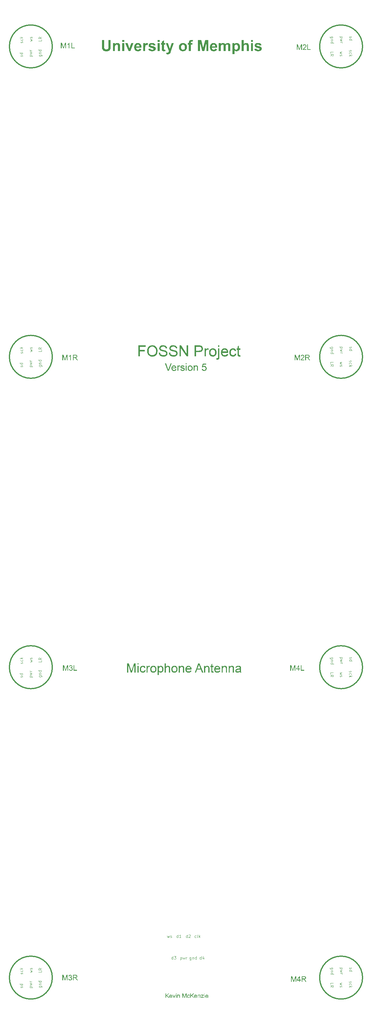
<source format=gbr>
%TF.GenerationSoftware,KiCad,Pcbnew,8.0.0*%
%TF.CreationDate,2024-05-23T14:19:23-05:00*%
%TF.ProjectId,mic_array_circuit,6d69635f-6172-4726-9179-5f6369726375,rev?*%
%TF.SameCoordinates,Original*%
%TF.FileFunction,Legend,Top*%
%TF.FilePolarity,Positive*%
%FSLAX46Y46*%
G04 Gerber Fmt 4.6, Leading zero omitted, Abs format (unit mm)*
G04 Created by KiCad (PCBNEW 8.0.0) date 2024-05-23 14:19:23*
%MOMM*%
%LPD*%
G01*
G04 APERTURE LIST*
%ADD10C,0.500000*%
%ADD11C,0.200000*%
%ADD12C,0.100000*%
%ADD13C,0.300000*%
G04 APERTURE END LIST*
D10*
G36*
X-473349078Y-173465000D02*
G01*
X-473349078Y-170924874D01*
X-472847769Y-170924874D01*
X-472251817Y-172707236D01*
X-472213387Y-172823977D01*
X-472173184Y-172947899D01*
X-472133937Y-173072448D01*
X-472131527Y-173080317D01*
X-472092687Y-172959159D01*
X-472049956Y-172830514D01*
X-472008988Y-172709481D01*
X-471997804Y-172676706D01*
X-471395135Y-170924874D01*
X-470946949Y-170924874D01*
X-470946949Y-173465000D01*
X-471268129Y-173465000D01*
X-471268129Y-171315662D01*
X-471999636Y-173465000D01*
X-472300055Y-173465000D01*
X-473028509Y-171315662D01*
X-473028509Y-173465000D01*
X-473349078Y-173465000D01*
G37*
G36*
X-470462738Y-171237505D02*
G01*
X-470462738Y-170924874D01*
X-470153771Y-170924874D01*
X-470153771Y-171237505D01*
X-470462738Y-171237505D01*
G37*
G36*
X-470462738Y-173465000D02*
G01*
X-470462738Y-171628293D01*
X-470153771Y-171628293D01*
X-470153771Y-173465000D01*
X-470462738Y-173465000D01*
G37*
G36*
X-468497804Y-172800659D02*
G01*
X-468193722Y-172839738D01*
X-468223049Y-172969760D01*
X-468267219Y-173086809D01*
X-468335874Y-173204695D01*
X-468423916Y-173305636D01*
X-468448956Y-173328224D01*
X-468557376Y-173405160D01*
X-468677475Y-173460115D01*
X-468809252Y-173493087D01*
X-468934136Y-173503907D01*
X-468952706Y-173504078D01*
X-469088125Y-173495449D01*
X-469213197Y-173469560D01*
X-469327922Y-173426412D01*
X-469448691Y-173354259D01*
X-469540997Y-173273716D01*
X-469555376Y-173258614D01*
X-469632570Y-173158844D01*
X-469693793Y-173044091D01*
X-469739044Y-172914354D01*
X-469764554Y-172794793D01*
X-469778972Y-172664827D01*
X-469782521Y-172553363D01*
X-469777847Y-172427097D01*
X-469761055Y-172291524D01*
X-469732051Y-172165261D01*
X-469690835Y-172048311D01*
X-469684824Y-172034347D01*
X-469621508Y-171917821D01*
X-469542157Y-171818972D01*
X-469446770Y-171737801D01*
X-469386848Y-171700345D01*
X-469271438Y-171646625D01*
X-469150522Y-171610486D01*
X-469024099Y-171591928D01*
X-468951485Y-171589214D01*
X-468826589Y-171596519D01*
X-468696587Y-171622756D01*
X-468580170Y-171668075D01*
X-468465442Y-171741866D01*
X-468369738Y-171837876D01*
X-468302753Y-171940248D01*
X-468252788Y-172058648D01*
X-468223031Y-172175397D01*
X-468523450Y-172214476D01*
X-468569162Y-172100764D01*
X-468649206Y-172001365D01*
X-468675491Y-171980614D01*
X-468787887Y-171924076D01*
X-468910705Y-171902538D01*
X-468939273Y-171901845D01*
X-469063866Y-171914065D01*
X-469185987Y-171956307D01*
X-469290935Y-172028721D01*
X-469319071Y-172056329D01*
X-469389615Y-172157426D01*
X-469437073Y-172286924D01*
X-469458023Y-172407279D01*
X-469465006Y-172544815D01*
X-469458286Y-172684462D01*
X-469438125Y-172806345D01*
X-469398626Y-172923887D01*
X-469333206Y-173028387D01*
X-469324566Y-173038185D01*
X-469228002Y-173119007D01*
X-469114622Y-173169895D01*
X-468984427Y-173190849D01*
X-468956370Y-173191448D01*
X-468828314Y-173177966D01*
X-468708579Y-173132936D01*
X-468652288Y-173095582D01*
X-468567878Y-173000661D01*
X-468516258Y-172882809D01*
X-468497804Y-172800659D01*
G37*
G36*
X-467942762Y-173465000D02*
G01*
X-467942762Y-171628293D01*
X-467664325Y-171628293D01*
X-467664325Y-171900013D01*
X-467599472Y-171793968D01*
X-467519799Y-171693907D01*
X-467467710Y-171649665D01*
X-467354153Y-171599191D01*
X-467269263Y-171589214D01*
X-467141450Y-171605137D01*
X-467022038Y-171648099D01*
X-466951747Y-171685690D01*
X-467057993Y-171971454D01*
X-467171413Y-171919248D01*
X-467284528Y-171901845D01*
X-467408886Y-171928405D01*
X-467467099Y-171963517D01*
X-467549722Y-172059210D01*
X-467581893Y-172134487D01*
X-467613521Y-172263973D01*
X-467629690Y-172390515D01*
X-467633795Y-172499630D01*
X-467633795Y-173465000D01*
X-467942762Y-173465000D01*
G37*
G36*
X-465897784Y-171597930D02*
G01*
X-465771224Y-171624076D01*
X-465654324Y-171667654D01*
X-465547083Y-171728662D01*
X-465449503Y-171807101D01*
X-465419123Y-171837121D01*
X-465337986Y-171936512D01*
X-465273636Y-172049211D01*
X-465226073Y-172175221D01*
X-465195297Y-172314539D01*
X-465182474Y-172440805D01*
X-465180376Y-172521001D01*
X-465184089Y-172648277D01*
X-465197810Y-172783362D01*
X-465221639Y-172904014D01*
X-465261252Y-173024227D01*
X-465286011Y-173077264D01*
X-465353062Y-173184146D01*
X-465435376Y-173276732D01*
X-465532952Y-173355021D01*
X-465593757Y-173392337D01*
X-465710047Y-173446353D01*
X-465832230Y-173482690D01*
X-465960305Y-173501350D01*
X-466034004Y-173504078D01*
X-466172421Y-173495406D01*
X-466300534Y-173469388D01*
X-466418343Y-173426026D01*
X-466525848Y-173365318D01*
X-466623049Y-173287265D01*
X-466653160Y-173257393D01*
X-466733467Y-173157244D01*
X-466797158Y-173041811D01*
X-466844235Y-172911093D01*
X-466870773Y-172790486D01*
X-466885773Y-172659265D01*
X-466889465Y-172546646D01*
X-466889443Y-172546036D01*
X-466571339Y-172546036D01*
X-466564034Y-172679848D01*
X-466537797Y-172813743D01*
X-466492478Y-172927335D01*
X-466418687Y-173030858D01*
X-466315528Y-173115544D01*
X-466196865Y-173168865D01*
X-466062698Y-173190820D01*
X-466034004Y-173191448D01*
X-465910652Y-173178648D01*
X-465787982Y-173134403D01*
X-465680457Y-173058554D01*
X-465651154Y-173029637D01*
X-465577362Y-172925191D01*
X-465532044Y-172809805D01*
X-465505807Y-172673201D01*
X-465498502Y-172536266D01*
X-465505865Y-172406765D01*
X-465532312Y-172276582D01*
X-465585055Y-172152843D01*
X-465652375Y-172063046D01*
X-465755498Y-171978038D01*
X-465873291Y-171924514D01*
X-466005752Y-171902475D01*
X-466034004Y-171901845D01*
X-466158243Y-171914548D01*
X-466281557Y-171958459D01*
X-466389367Y-172033736D01*
X-466418687Y-172062435D01*
X-466492478Y-172165368D01*
X-466542120Y-172294189D01*
X-466565972Y-172430431D01*
X-466571339Y-172546036D01*
X-466889443Y-172546036D01*
X-466885067Y-172423600D01*
X-466867199Y-172281356D01*
X-466835586Y-172151963D01*
X-466790229Y-172035420D01*
X-466717657Y-171912530D01*
X-466625293Y-171808145D01*
X-466607975Y-171792547D01*
X-466499950Y-171713319D01*
X-466382108Y-171653550D01*
X-466254448Y-171613241D01*
X-466116971Y-171592391D01*
X-466034004Y-171589214D01*
X-465897784Y-171597930D01*
G37*
G36*
X-463890017Y-171598778D02*
G01*
X-463759046Y-171631836D01*
X-463638928Y-171688508D01*
X-463605009Y-171710115D01*
X-463501778Y-171795337D01*
X-463415721Y-171899880D01*
X-463352953Y-172010487D01*
X-463335121Y-172050833D01*
X-463291141Y-172177814D01*
X-463261555Y-172311460D01*
X-463247339Y-172435852D01*
X-463244140Y-172532602D01*
X-463250437Y-172669836D01*
X-463269328Y-172800048D01*
X-463300812Y-172923238D01*
X-463344891Y-173039406D01*
X-463408464Y-173157543D01*
X-463486528Y-173259161D01*
X-463579081Y-173344260D01*
X-463636761Y-173384399D01*
X-463745860Y-173442252D01*
X-463870820Y-173484327D01*
X-463999715Y-173503026D01*
X-464039151Y-173504078D01*
X-464168364Y-173488768D01*
X-464285655Y-173442836D01*
X-464316977Y-173424089D01*
X-464415953Y-173345499D01*
X-464498099Y-173250781D01*
X-464518478Y-173220757D01*
X-464518478Y-174168419D01*
X-464827445Y-174168419D01*
X-464827445Y-172561301D01*
X-464547787Y-172561301D01*
X-464540979Y-172694287D01*
X-464516526Y-172826522D01*
X-464467759Y-172950105D01*
X-464405515Y-173037575D01*
X-464310370Y-173118718D01*
X-464192212Y-173173265D01*
X-464059912Y-173191448D01*
X-463937087Y-173175884D01*
X-463815340Y-173122813D01*
X-463716808Y-173041884D01*
X-463707591Y-173032079D01*
X-463636456Y-172928572D01*
X-463592769Y-172813291D01*
X-463567477Y-172676105D01*
X-463560435Y-172538098D01*
X-463567301Y-172406306D01*
X-463591964Y-172274434D01*
X-463641150Y-172149981D01*
X-463703928Y-172060603D01*
X-463799037Y-171976883D01*
X-463916192Y-171920605D01*
X-464046478Y-171901845D01*
X-464176732Y-171921831D01*
X-464296307Y-171981789D01*
X-464395745Y-172070983D01*
X-464469242Y-172177903D01*
X-464514379Y-172293299D01*
X-464540511Y-172427852D01*
X-464547787Y-172561301D01*
X-464827445Y-172561301D01*
X-464827445Y-171628293D01*
X-464545955Y-171628293D01*
X-464545955Y-171934818D01*
X-464474498Y-171826262D01*
X-464389633Y-171731208D01*
X-464321251Y-171675921D01*
X-464210384Y-171619782D01*
X-464082184Y-171592263D01*
X-464017169Y-171589214D01*
X-463890017Y-171598778D01*
G37*
G36*
X-462880829Y-173465000D02*
G01*
X-462880829Y-170924874D01*
X-462571862Y-170924874D01*
X-462571862Y-171883527D01*
X-462486790Y-171783507D01*
X-462393689Y-171704180D01*
X-462274924Y-171637788D01*
X-462145231Y-171599561D01*
X-462025369Y-171589214D01*
X-461892347Y-171598738D01*
X-461772024Y-171627311D01*
X-461673659Y-171669815D01*
X-461566218Y-171744984D01*
X-461486994Y-171840510D01*
X-461459946Y-171891465D01*
X-461420505Y-172015657D01*
X-461401543Y-172146568D01*
X-461395475Y-172269242D01*
X-461395222Y-172302404D01*
X-461395222Y-173465000D01*
X-461704800Y-173465000D01*
X-461704800Y-172334766D01*
X-461714639Y-172205226D01*
X-461752420Y-172081578D01*
X-461805550Y-172005038D01*
X-461909184Y-171934496D01*
X-462034089Y-171904365D01*
X-462089482Y-171901845D01*
X-462214660Y-171917140D01*
X-462332592Y-171963025D01*
X-462347769Y-171971454D01*
X-462445952Y-172047581D01*
X-462517260Y-172152739D01*
X-462520571Y-172160132D01*
X-462555633Y-172281731D01*
X-462570059Y-172413680D01*
X-462571862Y-172489249D01*
X-462571862Y-173465000D01*
X-462880829Y-173465000D01*
G37*
G36*
X-460057938Y-171597930D02*
G01*
X-459931377Y-171624076D01*
X-459814477Y-171667654D01*
X-459707237Y-171728662D01*
X-459609657Y-171807101D01*
X-459579277Y-171837121D01*
X-459498140Y-171936512D01*
X-459433790Y-172049211D01*
X-459386227Y-172175221D01*
X-459355451Y-172314539D01*
X-459342628Y-172440805D01*
X-459340529Y-172521001D01*
X-459344243Y-172648277D01*
X-459357963Y-172783362D01*
X-459381793Y-172904014D01*
X-459421406Y-173024227D01*
X-459446164Y-173077264D01*
X-459513215Y-173184146D01*
X-459595529Y-173276732D01*
X-459693106Y-173355021D01*
X-459753910Y-173392337D01*
X-459870200Y-173446353D01*
X-459992383Y-173482690D01*
X-460120459Y-173501350D01*
X-460194158Y-173504078D01*
X-460332575Y-173495406D01*
X-460460688Y-173469388D01*
X-460578497Y-173426026D01*
X-460686002Y-173365318D01*
X-460783203Y-173287265D01*
X-460813314Y-173257393D01*
X-460893620Y-173157244D01*
X-460957312Y-173041811D01*
X-461004388Y-172911093D01*
X-461030926Y-172790486D01*
X-461045926Y-172659265D01*
X-461049618Y-172546646D01*
X-461049596Y-172546036D01*
X-460731492Y-172546036D01*
X-460724188Y-172679848D01*
X-460697951Y-172813743D01*
X-460652632Y-172927335D01*
X-460578840Y-173030858D01*
X-460475681Y-173115544D01*
X-460357018Y-173168865D01*
X-460222852Y-173190820D01*
X-460194158Y-173191448D01*
X-460070805Y-173178648D01*
X-459948135Y-173134403D01*
X-459840611Y-173058554D01*
X-459811307Y-173029637D01*
X-459737516Y-172925191D01*
X-459692197Y-172809805D01*
X-459665960Y-172673201D01*
X-459658655Y-172536266D01*
X-459666019Y-172406765D01*
X-459692465Y-172276582D01*
X-459745209Y-172152843D01*
X-459812528Y-172063046D01*
X-459915652Y-171978038D01*
X-460033444Y-171924514D01*
X-460165905Y-171902475D01*
X-460194158Y-171901845D01*
X-460318396Y-171914548D01*
X-460441710Y-171958459D01*
X-460549521Y-172033736D01*
X-460578840Y-172062435D01*
X-460652632Y-172165368D01*
X-460702274Y-172294189D01*
X-460726126Y-172430431D01*
X-460731492Y-172546036D01*
X-461049596Y-172546036D01*
X-461045220Y-172423600D01*
X-461027352Y-172281356D01*
X-460995740Y-172151963D01*
X-460950382Y-172035420D01*
X-460877811Y-171912530D01*
X-460785447Y-171808145D01*
X-460768129Y-171792547D01*
X-460660104Y-171713319D01*
X-460542261Y-171653550D01*
X-460414601Y-171613241D01*
X-460277124Y-171592391D01*
X-460194158Y-171589214D01*
X-460057938Y-171597930D01*
G37*
G36*
X-458987598Y-173465000D02*
G01*
X-458987598Y-171628293D01*
X-458709772Y-171628293D01*
X-458709772Y-171887801D01*
X-458628149Y-171786328D01*
X-458533946Y-171705850D01*
X-458427163Y-171646366D01*
X-458307802Y-171607876D01*
X-458175860Y-171590381D01*
X-458129085Y-171589214D01*
X-457999567Y-171599090D01*
X-457878917Y-171628718D01*
X-457826224Y-171649054D01*
X-457718382Y-171708125D01*
X-457628050Y-171793381D01*
X-457619228Y-171805369D01*
X-457557635Y-171918215D01*
X-457522752Y-172034958D01*
X-457509411Y-172163140D01*
X-457505805Y-172297822D01*
X-457505655Y-172337208D01*
X-457505655Y-173465000D01*
X-457814622Y-173465000D01*
X-457814622Y-172379340D01*
X-457819688Y-172253717D01*
X-457842204Y-172127093D01*
X-457850648Y-172102735D01*
X-457922125Y-171998563D01*
X-457978875Y-171956800D01*
X-458099049Y-171910915D01*
X-458194420Y-171901845D01*
X-458323663Y-171916348D01*
X-458440208Y-171959855D01*
X-458535138Y-172024577D01*
X-458610808Y-172122811D01*
X-458654949Y-172248031D01*
X-458673586Y-172369535D01*
X-458678631Y-172490471D01*
X-458678631Y-173465000D01*
X-458987598Y-173465000D01*
G37*
G36*
X-456159943Y-171598166D02*
G01*
X-456036954Y-171625021D01*
X-455905404Y-171678979D01*
X-455786710Y-171757306D01*
X-455695205Y-171843838D01*
X-455616350Y-171946598D01*
X-455553811Y-172063914D01*
X-455507586Y-172195783D01*
X-455481528Y-172316793D01*
X-455466799Y-172447909D01*
X-455463174Y-172560080D01*
X-455464395Y-172644344D01*
X-456824828Y-172644344D01*
X-456807807Y-172769098D01*
X-456768405Y-172890927D01*
X-456699473Y-173003293D01*
X-456655079Y-173050397D01*
X-456551956Y-173124779D01*
X-456434163Y-173171612D01*
X-456301702Y-173190897D01*
X-456273450Y-173191448D01*
X-456143691Y-173180665D01*
X-456022209Y-173144935D01*
X-455983411Y-173126113D01*
X-455881641Y-173047822D01*
X-455806508Y-172944004D01*
X-455792902Y-172917896D01*
X-455472944Y-172956974D01*
X-455518854Y-173079745D01*
X-455580868Y-173187937D01*
X-455669885Y-173292227D01*
X-455753212Y-173360586D01*
X-455862320Y-173423364D01*
X-455985701Y-173468205D01*
X-456105367Y-173492728D01*
X-456235962Y-173503518D01*
X-456275281Y-173504078D01*
X-456419444Y-173495384D01*
X-456551972Y-173469302D01*
X-456672865Y-173425832D01*
X-456782123Y-173364974D01*
X-456879747Y-173286728D01*
X-456909702Y-173256782D01*
X-456989386Y-173156819D01*
X-457052584Y-173042860D01*
X-457099296Y-172914905D01*
X-457129521Y-172772953D01*
X-457142115Y-172643968D01*
X-457144175Y-172561912D01*
X-457138391Y-172422518D01*
X-457126204Y-172331713D01*
X-456807731Y-172331713D01*
X-455789238Y-172331713D01*
X-455815370Y-172203428D01*
X-455872555Y-172087188D01*
X-455905864Y-172048391D01*
X-456006805Y-171971111D01*
X-456124919Y-171922453D01*
X-456245905Y-171903133D01*
X-456289325Y-171901845D01*
X-456415573Y-171913294D01*
X-456539294Y-171952335D01*
X-456647141Y-172019082D01*
X-456731683Y-172108642D01*
X-456788856Y-172227739D01*
X-456807731Y-172331713D01*
X-457126204Y-172331713D01*
X-457121039Y-172293233D01*
X-457092119Y-172174054D01*
X-457042144Y-172044381D01*
X-456975512Y-171929262D01*
X-456907260Y-171844448D01*
X-456813458Y-171757709D01*
X-456709738Y-171688915D01*
X-456596101Y-171638068D01*
X-456472546Y-171605167D01*
X-456339073Y-171590211D01*
X-456292378Y-171589214D01*
X-456159943Y-171598166D01*
G37*
G36*
X-452196426Y-173465000D02*
G01*
X-452575613Y-173465000D01*
X-452869315Y-172683422D01*
X-453922002Y-172683422D01*
X-454198607Y-173465000D01*
X-454552148Y-173465000D01*
X-454135770Y-172370792D01*
X-453826136Y-172370792D01*
X-452972508Y-172370792D01*
X-453235069Y-171731486D01*
X-453284744Y-171599114D01*
X-453328518Y-171480357D01*
X-453371317Y-171361308D01*
X-453413976Y-171237505D01*
X-453443955Y-171356795D01*
X-453480308Y-171481108D01*
X-453523038Y-171610445D01*
X-453549531Y-171684469D01*
X-453826136Y-172370792D01*
X-454135770Y-172370792D01*
X-453585557Y-170924874D01*
X-453226520Y-170924874D01*
X-452196426Y-173465000D01*
G37*
G36*
X-451982713Y-173465000D02*
G01*
X-451982713Y-171628293D01*
X-451704887Y-171628293D01*
X-451704887Y-171887801D01*
X-451623264Y-171786328D01*
X-451529061Y-171705850D01*
X-451422279Y-171646366D01*
X-451302917Y-171607876D01*
X-451170976Y-171590381D01*
X-451124200Y-171589214D01*
X-450994682Y-171599090D01*
X-450874032Y-171628718D01*
X-450821339Y-171649054D01*
X-450713497Y-171708125D01*
X-450623166Y-171793381D01*
X-450614343Y-171805369D01*
X-450552750Y-171918215D01*
X-450517867Y-172034958D01*
X-450504527Y-172163140D01*
X-450500920Y-172297822D01*
X-450500770Y-172337208D01*
X-450500770Y-173465000D01*
X-450809737Y-173465000D01*
X-450809737Y-172379340D01*
X-450814803Y-172253717D01*
X-450837319Y-172127093D01*
X-450845763Y-172102735D01*
X-450917240Y-171998563D01*
X-450973990Y-171956800D01*
X-451094164Y-171910915D01*
X-451189535Y-171901845D01*
X-451318778Y-171916348D01*
X-451435323Y-171959855D01*
X-451530254Y-172024577D01*
X-451605923Y-172122811D01*
X-451650064Y-172248031D01*
X-451668702Y-172369535D01*
X-451673746Y-172490471D01*
X-451673746Y-173465000D01*
X-451982713Y-173465000D01*
G37*
G36*
X-449361377Y-173201217D02*
G01*
X-449316803Y-173474159D01*
X-449440451Y-173496598D01*
X-449550055Y-173504078D01*
X-449674487Y-173495513D01*
X-449793327Y-173461452D01*
X-449811394Y-173452177D01*
X-449909005Y-173370119D01*
X-449941454Y-173316011D01*
X-449968627Y-173196093D01*
X-449977500Y-173070680D01*
X-449979311Y-172961249D01*
X-449979311Y-171940924D01*
X-450206457Y-171940924D01*
X-450206457Y-171628293D01*
X-449979311Y-171628293D01*
X-449979311Y-171176444D01*
X-449672176Y-170991430D01*
X-449672176Y-171628293D01*
X-449361377Y-171628293D01*
X-449361377Y-171940924D01*
X-449672176Y-171940924D01*
X-449672176Y-172952090D01*
X-449665339Y-173077988D01*
X-449656300Y-173113290D01*
X-449603177Y-173170687D01*
X-449496932Y-173191448D01*
X-449371781Y-173200034D01*
X-449361377Y-173201217D01*
G37*
G36*
X-448182972Y-171598166D02*
G01*
X-448059982Y-171625021D01*
X-447928432Y-171678979D01*
X-447809738Y-171757306D01*
X-447718233Y-171843838D01*
X-447639379Y-171946598D01*
X-447576840Y-172063914D01*
X-447530615Y-172195783D01*
X-447504557Y-172316793D01*
X-447489828Y-172447909D01*
X-447486203Y-172560080D01*
X-447487424Y-172644344D01*
X-448847856Y-172644344D01*
X-448830836Y-172769098D01*
X-448791434Y-172890927D01*
X-448722502Y-173003293D01*
X-448678108Y-173050397D01*
X-448574984Y-173124779D01*
X-448457192Y-173171612D01*
X-448324731Y-173190897D01*
X-448296478Y-173191448D01*
X-448166720Y-173180665D01*
X-448045238Y-173144935D01*
X-448006440Y-173126113D01*
X-447904670Y-173047822D01*
X-447829537Y-172944004D01*
X-447815930Y-172917896D01*
X-447495972Y-172956974D01*
X-447541882Y-173079745D01*
X-447603897Y-173187937D01*
X-447692914Y-173292227D01*
X-447776241Y-173360586D01*
X-447885349Y-173423364D01*
X-448008730Y-173468205D01*
X-448128396Y-173492728D01*
X-448258990Y-173503518D01*
X-448298310Y-173504078D01*
X-448442473Y-173495384D01*
X-448575001Y-173469302D01*
X-448695894Y-173425832D01*
X-448805152Y-173364974D01*
X-448902775Y-173286728D01*
X-448932731Y-173256782D01*
X-449012415Y-173156819D01*
X-449075613Y-173042860D01*
X-449122324Y-172914905D01*
X-449152549Y-172772953D01*
X-449165143Y-172643968D01*
X-449167204Y-172561912D01*
X-449161420Y-172422518D01*
X-449149233Y-172331713D01*
X-448830759Y-172331713D01*
X-447812267Y-172331713D01*
X-447838399Y-172203428D01*
X-447895584Y-172087188D01*
X-447928893Y-172048391D01*
X-448029834Y-171971111D01*
X-448147948Y-171922453D01*
X-448268934Y-171903133D01*
X-448312354Y-171901845D01*
X-448438602Y-171913294D01*
X-448562322Y-171952335D01*
X-448670170Y-172019082D01*
X-448754712Y-172108642D01*
X-448811885Y-172227739D01*
X-448830759Y-172331713D01*
X-449149233Y-172331713D01*
X-449144068Y-172293233D01*
X-449115147Y-172174054D01*
X-449065173Y-172044381D01*
X-448998540Y-171929262D01*
X-448930288Y-171844448D01*
X-448836486Y-171757709D01*
X-448732767Y-171688915D01*
X-448619129Y-171638068D01*
X-448495574Y-171605167D01*
X-448362102Y-171590211D01*
X-448315407Y-171589214D01*
X-448182972Y-171598166D01*
G37*
G36*
X-447117396Y-173465000D02*
G01*
X-447117396Y-171628293D01*
X-446839570Y-171628293D01*
X-446839570Y-171887801D01*
X-446757946Y-171786328D01*
X-446663743Y-171705850D01*
X-446556961Y-171646366D01*
X-446437599Y-171607876D01*
X-446305658Y-171590381D01*
X-446258882Y-171589214D01*
X-446129364Y-171599090D01*
X-446008715Y-171628718D01*
X-445956021Y-171649054D01*
X-445848180Y-171708125D01*
X-445757848Y-171793381D01*
X-445749025Y-171805369D01*
X-445687433Y-171918215D01*
X-445652549Y-172034958D01*
X-445639209Y-172163140D01*
X-445635603Y-172297822D01*
X-445635452Y-172337208D01*
X-445635452Y-173465000D01*
X-445944420Y-173465000D01*
X-445944420Y-172379340D01*
X-445949486Y-172253717D01*
X-445972002Y-172127093D01*
X-445980445Y-172102735D01*
X-446051922Y-171998563D01*
X-446108673Y-171956800D01*
X-446228846Y-171910915D01*
X-446324217Y-171901845D01*
X-446453461Y-171916348D01*
X-446570006Y-171959855D01*
X-446664936Y-172024577D01*
X-446740606Y-172122811D01*
X-446784747Y-172248031D01*
X-446803384Y-172369535D01*
X-446808429Y-172490471D01*
X-446808429Y-173465000D01*
X-447117396Y-173465000D01*
G37*
G36*
X-445170780Y-173465000D02*
G01*
X-445170780Y-171628293D01*
X-444892954Y-171628293D01*
X-444892954Y-171887801D01*
X-444811331Y-171786328D01*
X-444717128Y-171705850D01*
X-444610346Y-171646366D01*
X-444490984Y-171607876D01*
X-444359043Y-171590381D01*
X-444312267Y-171589214D01*
X-444182749Y-171599090D01*
X-444062099Y-171628718D01*
X-444009406Y-171649054D01*
X-443901564Y-171708125D01*
X-443811233Y-171793381D01*
X-443802410Y-171805369D01*
X-443740817Y-171918215D01*
X-443705934Y-172034958D01*
X-443692594Y-172163140D01*
X-443688987Y-172297822D01*
X-443688837Y-172337208D01*
X-443688837Y-173465000D01*
X-443997804Y-173465000D01*
X-443997804Y-172379340D01*
X-444002870Y-172253717D01*
X-444025386Y-172127093D01*
X-444033830Y-172102735D01*
X-444105307Y-171998563D01*
X-444162057Y-171956800D01*
X-444282231Y-171910915D01*
X-444377602Y-171901845D01*
X-444506845Y-171916348D01*
X-444623390Y-171959855D01*
X-444718321Y-172024577D01*
X-444793990Y-172122811D01*
X-444838131Y-172248031D01*
X-444856769Y-172369535D01*
X-444861813Y-172490471D01*
X-444861813Y-173465000D01*
X-445170780Y-173465000D01*
G37*
G36*
X-442328986Y-171593610D02*
G01*
X-442206865Y-171608803D01*
X-442082988Y-171641361D01*
X-442073781Y-171644780D01*
X-441960931Y-171698892D01*
X-441863808Y-171779370D01*
X-441859458Y-171784609D01*
X-441794972Y-171892822D01*
X-441762982Y-171996489D01*
X-441750639Y-172122112D01*
X-441747777Y-172246218D01*
X-441747717Y-172270041D01*
X-441747717Y-172658387D01*
X-441747030Y-172801420D01*
X-441744969Y-172925519D01*
X-441740084Y-173061531D01*
X-441730544Y-173184213D01*
X-441728177Y-173202438D01*
X-441700834Y-173328251D01*
X-441656586Y-173449233D01*
X-441649409Y-173465000D01*
X-441972420Y-173465000D01*
X-442013850Y-173348951D01*
X-442034092Y-173230526D01*
X-442129591Y-173308016D01*
X-442233323Y-173377687D01*
X-442344535Y-173434352D01*
X-442364430Y-173442407D01*
X-442486847Y-173479988D01*
X-442615962Y-173500224D01*
X-442705759Y-173504078D01*
X-442830560Y-173496978D01*
X-442956946Y-173471476D01*
X-443078421Y-173420616D01*
X-443167989Y-173355701D01*
X-443252997Y-173254915D01*
X-443306521Y-173138029D01*
X-443328560Y-173005043D01*
X-443329189Y-172976514D01*
X-443326769Y-172954532D01*
X-442999461Y-172954532D01*
X-442959228Y-173073105D01*
X-442906039Y-173123670D01*
X-442790481Y-173174503D01*
X-442664893Y-173190852D01*
X-442631876Y-173191448D01*
X-442503648Y-173180972D01*
X-442377138Y-173145980D01*
X-442314360Y-173116953D01*
X-442206686Y-173045276D01*
X-442122707Y-172955250D01*
X-442109807Y-172935603D01*
X-442069321Y-172818825D01*
X-442059737Y-172693803D01*
X-442059737Y-172605265D01*
X-442181465Y-172638765D01*
X-442302461Y-172663246D01*
X-442425550Y-172682977D01*
X-442564709Y-172701130D01*
X-442691964Y-172718847D01*
X-442813016Y-172744874D01*
X-442834598Y-172751810D01*
X-442942306Y-172817901D01*
X-442956719Y-172834242D01*
X-442999420Y-172950422D01*
X-442999461Y-172954532D01*
X-443326769Y-172954532D01*
X-443315773Y-172854664D01*
X-443271885Y-172736225D01*
X-443268129Y-172729218D01*
X-443197756Y-172628468D01*
X-443108760Y-172549699D01*
X-442996594Y-172486992D01*
X-442885889Y-172447117D01*
X-442763028Y-172421684D01*
X-442633727Y-172402932D01*
X-442611115Y-172400101D01*
X-442477686Y-172382555D01*
X-442339545Y-172360566D01*
X-442204782Y-172333432D01*
X-442082642Y-172300352D01*
X-442059737Y-172292634D01*
X-442058516Y-172223025D01*
X-442075229Y-172098303D01*
X-442145833Y-171992215D01*
X-442261126Y-171933704D01*
X-442388435Y-171907493D01*
X-442498153Y-171901845D01*
X-442623244Y-171907749D01*
X-442743915Y-171930417D01*
X-442819943Y-171962295D01*
X-442910313Y-172045491D01*
X-442967347Y-172156604D01*
X-442973816Y-172175397D01*
X-443276066Y-172136318D01*
X-443241591Y-172014841D01*
X-443189499Y-171902069D01*
X-443140512Y-171831015D01*
X-443049807Y-171745520D01*
X-442941572Y-171682164D01*
X-442867570Y-171652107D01*
X-442737933Y-171616300D01*
X-442608561Y-171596646D01*
X-442482745Y-171589460D01*
X-442453579Y-171589214D01*
X-442328986Y-171593610D01*
G37*
D11*
G36*
X-491085310Y-172945000D02*
G01*
X-491085310Y-171420924D01*
X-490784525Y-171420924D01*
X-490426953Y-172490341D01*
X-490403895Y-172560386D01*
X-490379774Y-172634739D01*
X-490356225Y-172709468D01*
X-490354779Y-172714190D01*
X-490331475Y-172641495D01*
X-490305837Y-172564308D01*
X-490281256Y-172491688D01*
X-490274545Y-172472023D01*
X-489912944Y-171420924D01*
X-489644033Y-171420924D01*
X-489644033Y-172945000D01*
X-489836740Y-172945000D01*
X-489836740Y-171655397D01*
X-490275645Y-172945000D01*
X-490455896Y-172945000D01*
X-490892968Y-171655397D01*
X-490892968Y-172945000D01*
X-491085310Y-172945000D01*
G37*
G36*
X-489405163Y-172546395D02*
G01*
X-489219783Y-172522948D01*
X-489198318Y-172593965D01*
X-489162481Y-172664313D01*
X-489111339Y-172720418D01*
X-489043326Y-172759557D01*
X-488970777Y-172777976D01*
X-488924127Y-172780868D01*
X-488846160Y-172772425D01*
X-488776207Y-172747094D01*
X-488714269Y-172704876D01*
X-488702843Y-172694406D01*
X-488655316Y-172636096D01*
X-488623367Y-172562615D01*
X-488612805Y-172487324D01*
X-488612717Y-172479351D01*
X-488622587Y-172400289D01*
X-488652199Y-172331358D01*
X-488696248Y-172277484D01*
X-488759044Y-172232012D01*
X-488832576Y-172205416D01*
X-488908739Y-172197616D01*
X-488984388Y-172205631D01*
X-489039532Y-172218133D01*
X-489018649Y-172030554D01*
X-488988973Y-172032386D01*
X-488910388Y-172026066D01*
X-488837344Y-172007104D01*
X-488775749Y-171978897D01*
X-488717927Y-171930365D01*
X-488685401Y-171859417D01*
X-488680861Y-171813300D01*
X-488696075Y-171736943D01*
X-488741719Y-171674110D01*
X-488750104Y-171666755D01*
X-488818084Y-171626934D01*
X-488895023Y-171609925D01*
X-488928157Y-171608503D01*
X-489004166Y-171616746D01*
X-489075114Y-171644280D01*
X-489108408Y-171667121D01*
X-489158524Y-171724423D01*
X-489189650Y-171794490D01*
X-489201098Y-171842976D01*
X-489386478Y-171819528D01*
X-489367435Y-171740586D01*
X-489340116Y-171669813D01*
X-489298763Y-171598933D01*
X-489246602Y-171538723D01*
X-489231873Y-171525338D01*
X-489167942Y-171479657D01*
X-489096684Y-171447028D01*
X-489018099Y-171427450D01*
X-488943327Y-171421026D01*
X-488932187Y-171420924D01*
X-488856918Y-171425969D01*
X-488778502Y-171443171D01*
X-488704675Y-171472581D01*
X-488638943Y-171512346D01*
X-488580468Y-171565996D01*
X-488545672Y-171613265D01*
X-488511961Y-171681581D01*
X-488493809Y-171752988D01*
X-488490351Y-171802309D01*
X-488498998Y-171876625D01*
X-488524937Y-171945377D01*
X-488542742Y-171975233D01*
X-488593713Y-172033377D01*
X-488655683Y-172077710D01*
X-488698446Y-172099431D01*
X-488627774Y-172122750D01*
X-488560397Y-172161304D01*
X-488504756Y-172213168D01*
X-488490351Y-172231322D01*
X-488451132Y-172298770D01*
X-488426438Y-172376093D01*
X-488416633Y-172454126D01*
X-488415980Y-172481915D01*
X-488421054Y-172556112D01*
X-488439802Y-172637141D01*
X-488472365Y-172712209D01*
X-488518743Y-172781317D01*
X-488560327Y-172827030D01*
X-488617012Y-172875090D01*
X-488689949Y-172918592D01*
X-488758299Y-172945108D01*
X-488832032Y-172961680D01*
X-488911150Y-172968309D01*
X-488924859Y-172968447D01*
X-489008668Y-172962819D01*
X-489086025Y-172945937D01*
X-489156931Y-172917799D01*
X-489221386Y-172878407D01*
X-489255320Y-172850844D01*
X-489307320Y-172796079D01*
X-489348555Y-172734688D01*
X-489379027Y-172666670D01*
X-489398734Y-172592025D01*
X-489405163Y-172546395D01*
G37*
G36*
X-488171248Y-172945000D02*
G01*
X-488171248Y-171420924D01*
X-487971213Y-171420924D01*
X-487971213Y-172757421D01*
X-487227494Y-172757421D01*
X-487227494Y-172945000D01*
X-488171248Y-172945000D01*
G37*
D12*
X-454200877Y-246858800D02*
X-454277068Y-246896895D01*
X-454277068Y-246896895D02*
X-454429449Y-246896895D01*
X-454429449Y-246896895D02*
X-454505639Y-246858800D01*
X-454505639Y-246858800D02*
X-454543734Y-246820704D01*
X-454543734Y-246820704D02*
X-454581830Y-246744514D01*
X-454581830Y-246744514D02*
X-454581830Y-246515942D01*
X-454581830Y-246515942D02*
X-454543734Y-246439752D01*
X-454543734Y-246439752D02*
X-454505639Y-246401657D01*
X-454505639Y-246401657D02*
X-454429449Y-246363561D01*
X-454429449Y-246363561D02*
X-454277068Y-246363561D01*
X-454277068Y-246363561D02*
X-454200877Y-246401657D01*
X-453743735Y-246896895D02*
X-453819925Y-246858800D01*
X-453819925Y-246858800D02*
X-453858020Y-246782609D01*
X-453858020Y-246782609D02*
X-453858020Y-246096895D01*
X-453438972Y-246896895D02*
X-453438972Y-246096895D01*
X-453362782Y-246592133D02*
X-453134210Y-246896895D01*
X-453134210Y-246363561D02*
X-453438972Y-246668323D01*
X-459200877Y-246896895D02*
X-459200877Y-246096895D01*
X-459200877Y-246858800D02*
X-459277068Y-246896895D01*
X-459277068Y-246896895D02*
X-459429449Y-246896895D01*
X-459429449Y-246896895D02*
X-459505639Y-246858800D01*
X-459505639Y-246858800D02*
X-459543734Y-246820704D01*
X-459543734Y-246820704D02*
X-459581830Y-246744514D01*
X-459581830Y-246744514D02*
X-459581830Y-246515942D01*
X-459581830Y-246515942D02*
X-459543734Y-246439752D01*
X-459543734Y-246439752D02*
X-459505639Y-246401657D01*
X-459505639Y-246401657D02*
X-459429449Y-246363561D01*
X-459429449Y-246363561D02*
X-459277068Y-246363561D01*
X-459277068Y-246363561D02*
X-459200877Y-246401657D01*
X-458400877Y-246896895D02*
X-458858020Y-246896895D01*
X-458629448Y-246896895D02*
X-458629448Y-246096895D01*
X-458629448Y-246096895D02*
X-458705639Y-246211180D01*
X-458705639Y-246211180D02*
X-458781829Y-246287371D01*
X-458781829Y-246287371D02*
X-458858020Y-246325466D01*
X-455600877Y-252363561D02*
X-455600877Y-253011180D01*
X-455600877Y-253011180D02*
X-455638972Y-253087371D01*
X-455638972Y-253087371D02*
X-455677068Y-253125466D01*
X-455677068Y-253125466D02*
X-455753258Y-253163561D01*
X-455753258Y-253163561D02*
X-455867544Y-253163561D01*
X-455867544Y-253163561D02*
X-455943734Y-253125466D01*
X-455600877Y-252858800D02*
X-455677068Y-252896895D01*
X-455677068Y-252896895D02*
X-455829449Y-252896895D01*
X-455829449Y-252896895D02*
X-455905639Y-252858800D01*
X-455905639Y-252858800D02*
X-455943734Y-252820704D01*
X-455943734Y-252820704D02*
X-455981830Y-252744514D01*
X-455981830Y-252744514D02*
X-455981830Y-252515942D01*
X-455981830Y-252515942D02*
X-455943734Y-252439752D01*
X-455943734Y-252439752D02*
X-455905639Y-252401657D01*
X-455905639Y-252401657D02*
X-455829449Y-252363561D01*
X-455829449Y-252363561D02*
X-455677068Y-252363561D01*
X-455677068Y-252363561D02*
X-455600877Y-252401657D01*
X-455219924Y-252363561D02*
X-455219924Y-252896895D01*
X-455219924Y-252439752D02*
X-455181829Y-252401657D01*
X-455181829Y-252401657D02*
X-455105639Y-252363561D01*
X-455105639Y-252363561D02*
X-454991353Y-252363561D01*
X-454991353Y-252363561D02*
X-454915162Y-252401657D01*
X-454915162Y-252401657D02*
X-454877067Y-252477847D01*
X-454877067Y-252477847D02*
X-454877067Y-252896895D01*
X-454153257Y-252896895D02*
X-454153257Y-252096895D01*
X-454153257Y-252858800D02*
X-454229448Y-252896895D01*
X-454229448Y-252896895D02*
X-454381829Y-252896895D01*
X-454381829Y-252896895D02*
X-454458019Y-252858800D01*
X-454458019Y-252858800D02*
X-454496114Y-252820704D01*
X-454496114Y-252820704D02*
X-454534210Y-252744514D01*
X-454534210Y-252744514D02*
X-454534210Y-252515942D01*
X-454534210Y-252515942D02*
X-454496114Y-252439752D01*
X-454496114Y-252439752D02*
X-454458019Y-252401657D01*
X-454458019Y-252401657D02*
X-454381829Y-252363561D01*
X-454381829Y-252363561D02*
X-454229448Y-252363561D01*
X-454229448Y-252363561D02*
X-454153257Y-252401657D01*
X-413713561Y-255256265D02*
X-414513561Y-255256265D01*
X-413751657Y-255256265D02*
X-413713561Y-255332455D01*
X-413713561Y-255332455D02*
X-413713561Y-255484836D01*
X-413713561Y-255484836D02*
X-413751657Y-255561027D01*
X-413751657Y-255561027D02*
X-413789752Y-255599122D01*
X-413789752Y-255599122D02*
X-413865942Y-255637217D01*
X-413865942Y-255637217D02*
X-414094514Y-255637217D01*
X-414094514Y-255637217D02*
X-414170704Y-255599122D01*
X-414170704Y-255599122D02*
X-414208800Y-255561027D01*
X-414208800Y-255561027D02*
X-414246895Y-255484836D01*
X-414246895Y-255484836D02*
X-414246895Y-255332455D01*
X-414246895Y-255332455D02*
X-414208800Y-255256265D01*
X-413713561Y-255903884D02*
X-414246895Y-256056265D01*
X-414246895Y-256056265D02*
X-413865942Y-256208646D01*
X-413865942Y-256208646D02*
X-414246895Y-256361027D01*
X-414246895Y-256361027D02*
X-413713561Y-256513408D01*
X-414246895Y-256818170D02*
X-413713561Y-256818170D01*
X-413865942Y-256818170D02*
X-413789752Y-256856265D01*
X-413789752Y-256856265D02*
X-413751657Y-256894360D01*
X-413751657Y-256894360D02*
X-413713561Y-256970551D01*
X-413713561Y-256970551D02*
X-413713561Y-257046741D01*
D11*
G36*
X-428085310Y-172945000D02*
G01*
X-428085310Y-171420924D01*
X-427784525Y-171420924D01*
X-427426953Y-172490341D01*
X-427403895Y-172560386D01*
X-427379774Y-172634739D01*
X-427356225Y-172709468D01*
X-427354779Y-172714190D01*
X-427331475Y-172641495D01*
X-427305837Y-172564308D01*
X-427281256Y-172491688D01*
X-427274545Y-172472023D01*
X-426912944Y-171420924D01*
X-426644033Y-171420924D01*
X-426644033Y-172945000D01*
X-426836740Y-172945000D01*
X-426836740Y-171655397D01*
X-427275645Y-172945000D01*
X-427455896Y-172945000D01*
X-427892968Y-171655397D01*
X-427892968Y-172945000D01*
X-428085310Y-172945000D01*
G37*
G36*
X-425626273Y-172405711D02*
G01*
X-425422208Y-172405711D01*
X-425422208Y-172593290D01*
X-425626273Y-172593290D01*
X-425626273Y-172945000D01*
X-425811653Y-172945000D01*
X-425811653Y-172593290D01*
X-426467079Y-172593290D01*
X-426467079Y-172405711D01*
X-426284629Y-172405711D01*
X-425811653Y-172405711D01*
X-425811653Y-171746256D01*
X-426284629Y-172405711D01*
X-426467079Y-172405711D01*
X-425777581Y-171444371D01*
X-425626273Y-171444371D01*
X-425626273Y-172405711D01*
G37*
G36*
X-425171248Y-172945000D02*
G01*
X-425171248Y-171420924D01*
X-424971213Y-171420924D01*
X-424971213Y-172757421D01*
X-424227494Y-172757421D01*
X-424227494Y-172945000D01*
X-425171248Y-172945000D01*
G37*
D10*
G36*
X-470198778Y-85890000D02*
G01*
X-470198778Y-82841849D01*
X-468161060Y-82841849D01*
X-468161060Y-83217006D01*
X-469799441Y-83217006D01*
X-469799441Y-84108004D01*
X-468381611Y-84108004D01*
X-468381611Y-84483161D01*
X-469799441Y-84483161D01*
X-469799441Y-85890000D01*
X-470198778Y-85890000D01*
G37*
G36*
X-466175987Y-82802012D02*
G01*
X-466027824Y-82823187D01*
X-465885483Y-82858478D01*
X-465726776Y-82917493D01*
X-465575994Y-82995722D01*
X-465436531Y-83091166D01*
X-465312426Y-83201827D01*
X-465203678Y-83327706D01*
X-465110287Y-83468801D01*
X-465063816Y-83556259D01*
X-465003804Y-83694298D01*
X-464956208Y-83839138D01*
X-464921029Y-83990779D01*
X-464898265Y-84149220D01*
X-464887918Y-84314461D01*
X-464887229Y-84371053D01*
X-464893746Y-84540760D01*
X-464913298Y-84703666D01*
X-464945884Y-84859772D01*
X-464991505Y-85009077D01*
X-465050161Y-85151581D01*
X-465072609Y-85197571D01*
X-465147588Y-85327925D01*
X-465248867Y-85464312D01*
X-465365014Y-85583799D01*
X-465496026Y-85686386D01*
X-465598708Y-85749316D01*
X-465750012Y-85822405D01*
X-465906434Y-85877543D01*
X-466067976Y-85914729D01*
X-466234636Y-85933963D01*
X-466332169Y-85936894D01*
X-466488919Y-85929630D01*
X-466639331Y-85907837D01*
X-466783407Y-85871515D01*
X-466921146Y-85820665D01*
X-467052547Y-85755286D01*
X-467094940Y-85730265D01*
X-467234012Y-85632321D01*
X-467357586Y-85519932D01*
X-467465663Y-85393096D01*
X-467558242Y-85251816D01*
X-467604186Y-85164598D01*
X-467662953Y-85028766D01*
X-467716148Y-84866583D01*
X-467752793Y-84700403D01*
X-467771031Y-84554782D01*
X-467776930Y-84410621D01*
X-467364584Y-84410621D01*
X-467357410Y-84572247D01*
X-467335890Y-84722817D01*
X-467291128Y-84888909D01*
X-467225706Y-85039081D01*
X-467139625Y-85173334D01*
X-467070760Y-85253991D01*
X-466955346Y-85358577D01*
X-466829475Y-85441524D01*
X-466693144Y-85502833D01*
X-466546355Y-85542503D01*
X-466389108Y-85560535D01*
X-466334368Y-85561737D01*
X-466170723Y-85550815D01*
X-466018310Y-85518048D01*
X-465877128Y-85463437D01*
X-465747177Y-85386981D01*
X-465628458Y-85288681D01*
X-465591381Y-85251060D01*
X-465492274Y-85125137D01*
X-465413671Y-84980924D01*
X-465355574Y-84818421D01*
X-465322823Y-84669031D01*
X-465304312Y-84506940D01*
X-465299755Y-84368122D01*
X-465305715Y-84214179D01*
X-465327125Y-84049063D01*
X-465364105Y-83895488D01*
X-465416655Y-83753453D01*
X-465424319Y-83736510D01*
X-465503544Y-83594457D01*
X-465601084Y-83471646D01*
X-465716939Y-83368078D01*
X-465789218Y-83318855D01*
X-465928985Y-83246952D01*
X-466077910Y-83198582D01*
X-466235992Y-83173743D01*
X-466327773Y-83170111D01*
X-466482968Y-83180158D01*
X-466629817Y-83210297D01*
X-466768320Y-83260529D01*
X-466898477Y-83330853D01*
X-467020287Y-83421271D01*
X-467059036Y-83455875D01*
X-467162875Y-83576509D01*
X-467245229Y-83724088D01*
X-467297447Y-83867654D01*
X-467334745Y-84029931D01*
X-467357124Y-84210920D01*
X-467364286Y-84369183D01*
X-467364584Y-84410621D01*
X-467776930Y-84410621D01*
X-467777110Y-84406224D01*
X-467770802Y-84222321D01*
X-467751877Y-84048698D01*
X-467720335Y-83885357D01*
X-467676177Y-83732297D01*
X-467619402Y-83589518D01*
X-467550010Y-83457020D01*
X-467468002Y-83334803D01*
X-467373377Y-83222868D01*
X-467241257Y-83099592D01*
X-467097688Y-82997210D01*
X-466942670Y-82915723D01*
X-466776203Y-82855129D01*
X-466598287Y-82815430D01*
X-466447712Y-82798715D01*
X-466329971Y-82794954D01*
X-466175987Y-82802012D01*
G37*
G36*
X-464525994Y-84858318D02*
G01*
X-464149371Y-84858318D01*
X-464122420Y-85005877D01*
X-464074060Y-85144930D01*
X-464024807Y-85234207D01*
X-463927255Y-85344085D01*
X-463805651Y-85429196D01*
X-463720725Y-85471612D01*
X-463573024Y-85522923D01*
X-463428081Y-85551088D01*
X-463272977Y-85561649D01*
X-463256908Y-85561737D01*
X-463106058Y-85553685D01*
X-462955912Y-85526534D01*
X-462853174Y-85493593D01*
X-462716692Y-85423649D01*
X-462603302Y-85320014D01*
X-462592323Y-85305282D01*
X-462525431Y-85172848D01*
X-462506594Y-85048094D01*
X-462532792Y-84903426D01*
X-462589392Y-84806294D01*
X-462706986Y-84704843D01*
X-462849478Y-84634959D01*
X-462861234Y-84630439D01*
X-463008674Y-84583751D01*
X-463167704Y-84541370D01*
X-463323610Y-84502716D01*
X-463399057Y-84484626D01*
X-463546370Y-84447618D01*
X-463696095Y-84405353D01*
X-463838016Y-84358252D01*
X-463982309Y-84295582D01*
X-464117928Y-84210590D01*
X-464227573Y-84112784D01*
X-464304710Y-84012749D01*
X-464369453Y-83880034D01*
X-464404315Y-83735778D01*
X-464410955Y-83633196D01*
X-464395630Y-83478568D01*
X-464349655Y-83331040D01*
X-464281262Y-83203084D01*
X-464188541Y-83087121D01*
X-464072492Y-82990192D01*
X-463933116Y-82912297D01*
X-463902442Y-82899002D01*
X-463757548Y-82848705D01*
X-463603961Y-82814869D01*
X-463441679Y-82797494D01*
X-463347766Y-82794954D01*
X-463184597Y-82801640D01*
X-463031410Y-82821699D01*
X-462888208Y-82855129D01*
X-462754989Y-82901933D01*
X-462620122Y-82970048D01*
X-462492295Y-83064359D01*
X-462387653Y-83178275D01*
X-462360781Y-83216273D01*
X-462286749Y-83351241D01*
X-462237762Y-83496942D01*
X-462213820Y-83653377D01*
X-462212037Y-83685952D01*
X-462595254Y-83685952D01*
X-462628942Y-83538748D01*
X-462699389Y-83404923D01*
X-462804814Y-83300537D01*
X-462947313Y-83226281D01*
X-463093784Y-83188452D01*
X-463246558Y-83172149D01*
X-463330913Y-83170111D01*
X-463480198Y-83176422D01*
X-463627797Y-83199091D01*
X-463777778Y-83250611D01*
X-463859943Y-83302002D01*
X-463967161Y-83417638D01*
X-464021497Y-83562455D01*
X-464025540Y-83619274D01*
X-463996231Y-83766369D01*
X-463908303Y-83885254D01*
X-463769234Y-83964011D01*
X-463618475Y-84017317D01*
X-463474932Y-84057717D01*
X-463305268Y-84098478D01*
X-463160457Y-84131952D01*
X-463006378Y-84170420D01*
X-462853772Y-84212956D01*
X-462700533Y-84263935D01*
X-462636287Y-84290453D01*
X-462498864Y-84364030D01*
X-462371867Y-84457882D01*
X-462263411Y-84575831D01*
X-462247208Y-84598932D01*
X-462175455Y-84734142D01*
X-462133486Y-84882858D01*
X-462121178Y-85029776D01*
X-462134702Y-85178182D01*
X-462175274Y-85321150D01*
X-462242894Y-85458680D01*
X-462259664Y-85485533D01*
X-462357566Y-85609954D01*
X-462479082Y-85715770D01*
X-462608635Y-85795098D01*
X-462656070Y-85818192D01*
X-462806663Y-85875572D01*
X-462949087Y-85910812D01*
X-463099571Y-85931214D01*
X-463237857Y-85936894D01*
X-463387041Y-85932463D01*
X-463549239Y-85916094D01*
X-463698674Y-85887664D01*
X-463853830Y-85840403D01*
X-463925156Y-85810865D01*
X-464056223Y-85739882D01*
X-464185937Y-85640976D01*
X-464296873Y-85521901D01*
X-464360397Y-85431311D01*
X-464429823Y-85300428D01*
X-464480564Y-85161301D01*
X-464512621Y-85013931D01*
X-464525994Y-84858318D01*
G37*
G36*
X-461726971Y-84858318D02*
G01*
X-461350348Y-84858318D01*
X-461323397Y-85005877D01*
X-461275037Y-85144930D01*
X-461225784Y-85234207D01*
X-461128232Y-85344085D01*
X-461006628Y-85429196D01*
X-460921702Y-85471612D01*
X-460774001Y-85522923D01*
X-460629058Y-85551088D01*
X-460473954Y-85561649D01*
X-460457885Y-85561737D01*
X-460307035Y-85553685D01*
X-460156889Y-85526534D01*
X-460054151Y-85493593D01*
X-459917669Y-85423649D01*
X-459804279Y-85320014D01*
X-459793300Y-85305282D01*
X-459726408Y-85172848D01*
X-459707571Y-85048094D01*
X-459733769Y-84903426D01*
X-459790369Y-84806294D01*
X-459907963Y-84704843D01*
X-460050455Y-84634959D01*
X-460062211Y-84630439D01*
X-460209651Y-84583751D01*
X-460368681Y-84541370D01*
X-460524587Y-84502716D01*
X-460600034Y-84484626D01*
X-460747347Y-84447618D01*
X-460897072Y-84405353D01*
X-461038993Y-84358252D01*
X-461183286Y-84295582D01*
X-461318905Y-84210590D01*
X-461428550Y-84112784D01*
X-461505686Y-84012749D01*
X-461570430Y-83880034D01*
X-461605292Y-83735778D01*
X-461611932Y-83633196D01*
X-461596607Y-83478568D01*
X-461550632Y-83331040D01*
X-461482239Y-83203084D01*
X-461389518Y-83087121D01*
X-461273469Y-82990192D01*
X-461134093Y-82912297D01*
X-461103419Y-82899002D01*
X-460958525Y-82848705D01*
X-460804938Y-82814869D01*
X-460642656Y-82797494D01*
X-460548743Y-82794954D01*
X-460385574Y-82801640D01*
X-460232387Y-82821699D01*
X-460089185Y-82855129D01*
X-459955966Y-82901933D01*
X-459821099Y-82970048D01*
X-459693272Y-83064359D01*
X-459588630Y-83178275D01*
X-459561758Y-83216273D01*
X-459487726Y-83351241D01*
X-459438739Y-83496942D01*
X-459414797Y-83653377D01*
X-459413014Y-83685952D01*
X-459796231Y-83685952D01*
X-459829919Y-83538748D01*
X-459900366Y-83404923D01*
X-460005791Y-83300537D01*
X-460148290Y-83226281D01*
X-460294761Y-83188452D01*
X-460447535Y-83172149D01*
X-460531890Y-83170111D01*
X-460681175Y-83176422D01*
X-460828774Y-83199091D01*
X-460978754Y-83250611D01*
X-461060920Y-83302002D01*
X-461168138Y-83417638D01*
X-461222474Y-83562455D01*
X-461226517Y-83619274D01*
X-461197208Y-83766369D01*
X-461109280Y-83885254D01*
X-460970211Y-83964011D01*
X-460819452Y-84017317D01*
X-460675909Y-84057717D01*
X-460506245Y-84098478D01*
X-460361434Y-84131952D01*
X-460207355Y-84170420D01*
X-460054749Y-84212956D01*
X-459901510Y-84263935D01*
X-459837264Y-84290453D01*
X-459699840Y-84364030D01*
X-459572844Y-84457882D01*
X-459464388Y-84575831D01*
X-459448185Y-84598932D01*
X-459376432Y-84734142D01*
X-459334463Y-84882858D01*
X-459322155Y-85029776D01*
X-459335679Y-85178182D01*
X-459376251Y-85321150D01*
X-459443871Y-85458680D01*
X-459460641Y-85485533D01*
X-459558543Y-85609954D01*
X-459680059Y-85715770D01*
X-459809612Y-85795098D01*
X-459857047Y-85818192D01*
X-460007640Y-85875572D01*
X-460150064Y-85910812D01*
X-460300548Y-85931214D01*
X-460438834Y-85936894D01*
X-460588018Y-85932463D01*
X-460750216Y-85916094D01*
X-460899651Y-85887664D01*
X-461054807Y-85840403D01*
X-461126133Y-85810865D01*
X-461257200Y-85739882D01*
X-461386914Y-85640976D01*
X-461497850Y-85521901D01*
X-461561374Y-85431311D01*
X-461630800Y-85300428D01*
X-461681541Y-85161301D01*
X-461713598Y-85013931D01*
X-461726971Y-84858318D01*
G37*
G36*
X-458796056Y-85890000D02*
G01*
X-458796056Y-82841849D01*
X-458386461Y-82841849D01*
X-456799371Y-85180718D01*
X-456799371Y-82841849D01*
X-456416154Y-82841849D01*
X-456416154Y-85890000D01*
X-456825749Y-85890000D01*
X-458412839Y-83551130D01*
X-458412839Y-85890000D01*
X-458796056Y-85890000D01*
G37*
G36*
X-453297399Y-82844167D02*
G01*
X-453148306Y-82852181D01*
X-452995777Y-82871158D01*
X-452851209Y-82905405D01*
X-452713049Y-82961133D01*
X-452622818Y-83015505D01*
X-452509973Y-83115858D01*
X-452416718Y-83244266D01*
X-452380285Y-83312993D01*
X-452324472Y-83461680D01*
X-452295939Y-83607209D01*
X-452288694Y-83732847D01*
X-452300440Y-83899207D01*
X-452335678Y-84053996D01*
X-452394407Y-84197216D01*
X-452476628Y-84328864D01*
X-452534158Y-84398897D01*
X-452660197Y-84504820D01*
X-452798425Y-84574904D01*
X-452964525Y-84625875D01*
X-453124234Y-84653749D01*
X-453303298Y-84668350D01*
X-453420027Y-84670739D01*
X-454195254Y-84670739D01*
X-454195254Y-85890000D01*
X-454595324Y-85890000D01*
X-454595324Y-83217006D01*
X-454195254Y-83217006D01*
X-454195254Y-84295582D01*
X-453414165Y-84295582D01*
X-453255348Y-84288710D01*
X-453100205Y-84264026D01*
X-452959278Y-84214799D01*
X-452863886Y-84151967D01*
X-452764762Y-84027220D01*
X-452714087Y-83883903D01*
X-452701220Y-83746036D01*
X-452719593Y-83591001D01*
X-452780054Y-83447925D01*
X-452797208Y-83422170D01*
X-452900398Y-83315899D01*
X-453039571Y-83246908D01*
X-453049266Y-83244117D01*
X-453204886Y-83222963D01*
X-453356932Y-83217429D01*
X-453422225Y-83217006D01*
X-454195254Y-83217006D01*
X-454595324Y-83217006D01*
X-454595324Y-82841849D01*
X-453455198Y-82841849D01*
X-453297399Y-82844167D01*
G37*
G36*
X-451847592Y-85890000D02*
G01*
X-451847592Y-83685952D01*
X-451513467Y-83685952D01*
X-451513467Y-84012016D01*
X-451435644Y-83884762D01*
X-451340035Y-83764689D01*
X-451277529Y-83711598D01*
X-451141261Y-83651029D01*
X-451039392Y-83639057D01*
X-450886017Y-83658164D01*
X-450742723Y-83709718D01*
X-450658373Y-83754829D01*
X-450785868Y-84097745D01*
X-450921972Y-84035097D01*
X-451057710Y-84014214D01*
X-451206940Y-84046086D01*
X-451276796Y-84088220D01*
X-451375943Y-84203052D01*
X-451414549Y-84293384D01*
X-451452502Y-84448768D01*
X-451471904Y-84600618D01*
X-451476831Y-84731556D01*
X-451476831Y-85890000D01*
X-451847592Y-85890000D01*
G37*
G36*
X-449393618Y-83649516D02*
G01*
X-449241746Y-83680892D01*
X-449101465Y-83733184D01*
X-448972777Y-83806394D01*
X-448855681Y-83900521D01*
X-448819225Y-83936545D01*
X-448721860Y-84055814D01*
X-448644640Y-84191054D01*
X-448587565Y-84342265D01*
X-448550634Y-84509447D01*
X-448535246Y-84660966D01*
X-448532728Y-84757201D01*
X-448537184Y-84909932D01*
X-448553648Y-85072035D01*
X-448582244Y-85216817D01*
X-448629780Y-85361073D01*
X-448659490Y-85424717D01*
X-448739951Y-85552976D01*
X-448838728Y-85664079D01*
X-448955820Y-85758025D01*
X-449028785Y-85802805D01*
X-449168333Y-85867623D01*
X-449314953Y-85911229D01*
X-449468643Y-85933620D01*
X-449557082Y-85936894D01*
X-449723183Y-85926487D01*
X-449876918Y-85895266D01*
X-450018289Y-85843231D01*
X-450147295Y-85770382D01*
X-450263936Y-85676718D01*
X-450300069Y-85640872D01*
X-450396437Y-85520693D01*
X-450472867Y-85382173D01*
X-450529359Y-85225312D01*
X-450561204Y-85080583D01*
X-450579204Y-84923118D01*
X-450583635Y-84787976D01*
X-450583609Y-84787243D01*
X-450201883Y-84787243D01*
X-450193118Y-84947818D01*
X-450161633Y-85108492D01*
X-450107251Y-85244802D01*
X-450018701Y-85369030D01*
X-449894910Y-85470653D01*
X-449752515Y-85534638D01*
X-449591515Y-85560984D01*
X-449557082Y-85561737D01*
X-449409059Y-85546378D01*
X-449261855Y-85493284D01*
X-449132826Y-85402265D01*
X-449097661Y-85367564D01*
X-449009111Y-85242229D01*
X-448954729Y-85103766D01*
X-448923245Y-84939841D01*
X-448914479Y-84775519D01*
X-448923315Y-84620119D01*
X-448955051Y-84463899D01*
X-449018343Y-84315412D01*
X-449099127Y-84207655D01*
X-449222875Y-84105645D01*
X-449364226Y-84041417D01*
X-449523179Y-84014970D01*
X-449557082Y-84014214D01*
X-449706168Y-84029458D01*
X-449854145Y-84082151D01*
X-449983517Y-84172483D01*
X-450018701Y-84206922D01*
X-450107251Y-84330441D01*
X-450166821Y-84485027D01*
X-450195443Y-84648517D01*
X-450201883Y-84787243D01*
X-450583609Y-84787243D01*
X-450578357Y-84640320D01*
X-450556915Y-84469627D01*
X-450518980Y-84314356D01*
X-450464551Y-84174504D01*
X-450377465Y-84027036D01*
X-450266629Y-83901774D01*
X-450245847Y-83883056D01*
X-450116217Y-83787982D01*
X-449974806Y-83716260D01*
X-449821614Y-83667889D01*
X-449656642Y-83642870D01*
X-449557082Y-83639057D01*
X-449393618Y-83649516D01*
G37*
G36*
X-448111409Y-83217006D02*
G01*
X-448111409Y-82841849D01*
X-447740648Y-82841849D01*
X-447740648Y-83217006D01*
X-448111409Y-83217006D01*
G37*
G36*
X-448581088Y-86735568D02*
G01*
X-448511479Y-86378729D01*
X-448366525Y-86404543D01*
X-448336356Y-86405840D01*
X-448194229Y-86360224D01*
X-448167096Y-86331102D01*
X-448123645Y-86189399D01*
X-448112279Y-86030489D01*
X-448111409Y-85959609D01*
X-448111409Y-83685952D01*
X-447740648Y-83685952D01*
X-447740648Y-86007969D01*
X-447745662Y-86173783D01*
X-447763671Y-86334434D01*
X-447799587Y-86478381D01*
X-447845428Y-86573635D01*
X-447946551Y-86682986D01*
X-448082306Y-86751837D01*
X-448234096Y-86779175D01*
X-448290927Y-86780997D01*
X-448438572Y-86769640D01*
X-448581088Y-86735568D01*
G37*
G36*
X-446119933Y-83649799D02*
G01*
X-445972345Y-83682025D01*
X-445814485Y-83746775D01*
X-445672052Y-83840767D01*
X-445562246Y-83944605D01*
X-445467621Y-84067918D01*
X-445392574Y-84208697D01*
X-445337104Y-84366940D01*
X-445305834Y-84512151D01*
X-445288160Y-84669491D01*
X-445283809Y-84804096D01*
X-445285275Y-84905212D01*
X-446917794Y-84905212D01*
X-446897369Y-85054918D01*
X-446850087Y-85201112D01*
X-446767369Y-85335952D01*
X-446714095Y-85392477D01*
X-446590347Y-85481735D01*
X-446448997Y-85537935D01*
X-446290043Y-85561076D01*
X-446256140Y-85561737D01*
X-446100430Y-85548798D01*
X-445954652Y-85505922D01*
X-445908094Y-85483335D01*
X-445785970Y-85389386D01*
X-445695810Y-85264805D01*
X-445679483Y-85233475D01*
X-445295533Y-85280369D01*
X-445350625Y-85427694D01*
X-445425043Y-85557524D01*
X-445531863Y-85682672D01*
X-445631855Y-85764703D01*
X-445762785Y-85840037D01*
X-445910842Y-85893846D01*
X-446054442Y-85923274D01*
X-446211155Y-85936222D01*
X-446258338Y-85936894D01*
X-446431334Y-85926461D01*
X-446590367Y-85895163D01*
X-446735439Y-85842999D01*
X-446866549Y-85769969D01*
X-446983697Y-85676074D01*
X-447019643Y-85640139D01*
X-447115264Y-85520183D01*
X-447191102Y-85383432D01*
X-447247155Y-85229886D01*
X-447283425Y-85059543D01*
X-447298538Y-84904762D01*
X-447301011Y-84806294D01*
X-447294070Y-84639022D01*
X-447279445Y-84530055D01*
X-446897278Y-84530055D01*
X-445675086Y-84530055D01*
X-445706445Y-84376114D01*
X-445775067Y-84236626D01*
X-445815037Y-84190069D01*
X-445936167Y-84097333D01*
X-446077904Y-84038944D01*
X-446223087Y-84015760D01*
X-446275191Y-84014214D01*
X-446426688Y-84027953D01*
X-446575153Y-84074802D01*
X-446704570Y-84154898D01*
X-446806021Y-84262370D01*
X-446874628Y-84405287D01*
X-446897278Y-84530055D01*
X-447279445Y-84530055D01*
X-447273247Y-84483879D01*
X-447238543Y-84340865D01*
X-447178574Y-84185257D01*
X-447098615Y-84047115D01*
X-447016712Y-83945338D01*
X-446904150Y-83841250D01*
X-446779686Y-83758698D01*
X-446643321Y-83697681D01*
X-446495055Y-83658200D01*
X-446334888Y-83640254D01*
X-446278855Y-83639057D01*
X-446119933Y-83649799D01*
G37*
G36*
X-443413153Y-85092791D02*
G01*
X-443048255Y-85139685D01*
X-443083447Y-85295712D01*
X-443136451Y-85436171D01*
X-443218837Y-85577634D01*
X-443324487Y-85698763D01*
X-443354535Y-85725868D01*
X-443484640Y-85818192D01*
X-443628759Y-85884138D01*
X-443786891Y-85923705D01*
X-443936752Y-85936688D01*
X-443959036Y-85936894D01*
X-444121539Y-85926539D01*
X-444271625Y-85895472D01*
X-444409295Y-85843694D01*
X-444554217Y-85757111D01*
X-444664985Y-85660459D01*
X-444682239Y-85642337D01*
X-444774872Y-85522613D01*
X-444848340Y-85384909D01*
X-444902642Y-85229224D01*
X-444933253Y-85085752D01*
X-444950555Y-84929793D01*
X-444954814Y-84796036D01*
X-444949204Y-84644517D01*
X-444929054Y-84481828D01*
X-444894250Y-84330314D01*
X-444844790Y-84189973D01*
X-444837578Y-84173217D01*
X-444761599Y-84033385D01*
X-444666377Y-83914767D01*
X-444551912Y-83817362D01*
X-444480006Y-83772414D01*
X-444341514Y-83707950D01*
X-444196414Y-83664583D01*
X-444044707Y-83642313D01*
X-443957571Y-83639057D01*
X-443807695Y-83647823D01*
X-443651692Y-83679307D01*
X-443511993Y-83733690D01*
X-443374319Y-83822240D01*
X-443259474Y-83937451D01*
X-443179092Y-84060298D01*
X-443119134Y-84202378D01*
X-443083425Y-84342477D01*
X-443443928Y-84389371D01*
X-443498783Y-84252917D01*
X-443594836Y-84133638D01*
X-443626377Y-84108736D01*
X-443761252Y-84040891D01*
X-443908634Y-84015045D01*
X-443942916Y-84014214D01*
X-444092427Y-84028878D01*
X-444238973Y-84079568D01*
X-444364910Y-84166465D01*
X-444398673Y-84199595D01*
X-444483327Y-84320911D01*
X-444540276Y-84476309D01*
X-444565415Y-84620735D01*
X-444573795Y-84785778D01*
X-444565731Y-84953355D01*
X-444541538Y-85099614D01*
X-444494140Y-85240665D01*
X-444415636Y-85366064D01*
X-444405268Y-85377822D01*
X-444289391Y-85474809D01*
X-444153335Y-85535874D01*
X-443997101Y-85561019D01*
X-443963432Y-85561737D01*
X-443809766Y-85545560D01*
X-443666084Y-85491523D01*
X-443598534Y-85446699D01*
X-443497242Y-85332793D01*
X-443435298Y-85191371D01*
X-443413153Y-85092791D01*
G37*
G36*
X-441933042Y-85573461D02*
G01*
X-441879552Y-85900990D01*
X-442027930Y-85927918D01*
X-442159455Y-85936894D01*
X-442308774Y-85926615D01*
X-442451381Y-85885743D01*
X-442473063Y-85874612D01*
X-442590195Y-85776143D01*
X-442629134Y-85711214D01*
X-442661742Y-85567312D01*
X-442672389Y-85416816D01*
X-442674563Y-85285498D01*
X-442674563Y-84061109D01*
X-442947138Y-84061109D01*
X-442947138Y-83685952D01*
X-442674563Y-83685952D01*
X-442674563Y-83143733D01*
X-442306001Y-82921716D01*
X-442306001Y-83685952D01*
X-441933042Y-83685952D01*
X-441933042Y-84061109D01*
X-442306001Y-84061109D01*
X-442306001Y-85274508D01*
X-442297796Y-85425586D01*
X-442286950Y-85467948D01*
X-442223202Y-85536824D01*
X-442095707Y-85561737D01*
X-441945527Y-85572041D01*
X-441933042Y-85573461D01*
G37*
D11*
G36*
X-426285310Y-945000D02*
G01*
X-426285310Y579075D01*
X-425984525Y579075D01*
X-425626953Y-490341D01*
X-425603895Y-560386D01*
X-425579774Y-634739D01*
X-425556225Y-709468D01*
X-425554779Y-714190D01*
X-425531475Y-641495D01*
X-425505837Y-564308D01*
X-425481256Y-491688D01*
X-425474545Y-472023D01*
X-425112944Y579075D01*
X-424844033Y579075D01*
X-424844033Y-945000D01*
X-425036740Y-945000D01*
X-425036740Y344602D01*
X-425475645Y-945000D01*
X-425655896Y-945000D01*
X-426092968Y344602D01*
X-426092968Y-945000D01*
X-426285310Y-945000D01*
G37*
G36*
X-423631367Y-757421D02*
G01*
X-423631367Y-945000D01*
X-424630076Y-945000D01*
X-424624138Y-869961D01*
X-424608460Y-813841D01*
X-424576854Y-742907D01*
X-424538729Y-679022D01*
X-424491660Y-615710D01*
X-424486461Y-609410D01*
X-424433180Y-550651D01*
X-424375941Y-494918D01*
X-424318231Y-443447D01*
X-424253404Y-389451D01*
X-424243562Y-381531D01*
X-424184508Y-333406D01*
X-424117711Y-277000D01*
X-424058714Y-224763D01*
X-423998212Y-167580D01*
X-423941822Y-108453D01*
X-423910903Y-71221D01*
X-423868930Y-8762D01*
X-423838404Y58255D01*
X-423824159Y135372D01*
X-423824074Y141636D01*
X-423835151Y215859D01*
X-423872151Y285802D01*
X-423902843Y318956D01*
X-423968720Y363160D01*
X-424041055Y385758D01*
X-424108739Y391496D01*
X-424187129Y384806D01*
X-424261373Y361992D01*
X-424323063Y322986D01*
X-424372110Y264236D01*
X-424398900Y190752D01*
X-424404395Y133576D01*
X-424594905Y157023D01*
X-424583811Y230796D01*
X-424561231Y308170D01*
X-424528272Y376183D01*
X-424477897Y442450D01*
X-424447626Y470997D01*
X-424387497Y513110D01*
X-424318988Y544878D01*
X-424242099Y566304D01*
X-424169525Y576436D01*
X-424104343Y579075D01*
X-424026054Y574773D01*
X-423942759Y558880D01*
X-423868124Y531276D01*
X-423802149Y491961D01*
X-423760327Y456709D01*
X-423710934Y400530D01*
X-423669341Y329455D01*
X-423643592Y251053D01*
X-423634060Y176441D01*
X-423633565Y154092D01*
X-423639672Y79861D01*
X-423657993Y6596D01*
X-423670568Y-26891D01*
X-423705224Y-94725D01*
X-423749121Y-159260D01*
X-423793666Y-213736D01*
X-423851079Y-274153D01*
X-423908155Y-328317D01*
X-423965729Y-379738D01*
X-424031288Y-435770D01*
X-424079430Y-475687D01*
X-424137880Y-523579D01*
X-424195457Y-571672D01*
X-424252689Y-621192D01*
X-424294120Y-659968D01*
X-424344430Y-717654D01*
X-424372155Y-757421D01*
X-423631367Y-757421D01*
G37*
G36*
X-423371248Y-945000D02*
G01*
X-423371248Y579075D01*
X-423171213Y579075D01*
X-423171213Y-757421D01*
X-422427494Y-757421D01*
X-422427494Y-945000D01*
X-423371248Y-945000D01*
G37*
D12*
X-452800877Y-252896895D02*
X-452800877Y-252096895D01*
X-452800877Y-252858800D02*
X-452877068Y-252896895D01*
X-452877068Y-252896895D02*
X-453029449Y-252896895D01*
X-453029449Y-252896895D02*
X-453105639Y-252858800D01*
X-453105639Y-252858800D02*
X-453143734Y-252820704D01*
X-453143734Y-252820704D02*
X-453181830Y-252744514D01*
X-453181830Y-252744514D02*
X-453181830Y-252515942D01*
X-453181830Y-252515942D02*
X-453143734Y-252439752D01*
X-453143734Y-252439752D02*
X-453105639Y-252401657D01*
X-453105639Y-252401657D02*
X-453029449Y-252363561D01*
X-453029449Y-252363561D02*
X-452877068Y-252363561D01*
X-452877068Y-252363561D02*
X-452800877Y-252401657D01*
X-452077067Y-252363561D02*
X-452077067Y-252896895D01*
X-452267543Y-252058800D02*
X-452458020Y-252630228D01*
X-452458020Y-252630228D02*
X-451962781Y-252630228D01*
D11*
G36*
X-491258967Y-258745000D02*
G01*
X-491258967Y-257220924D01*
X-490958182Y-257220924D01*
X-490600610Y-258290341D01*
X-490577552Y-258360386D01*
X-490553431Y-258434739D01*
X-490529882Y-258509468D01*
X-490528436Y-258514190D01*
X-490505132Y-258441495D01*
X-490479494Y-258364308D01*
X-490454913Y-258291688D01*
X-490448202Y-258272023D01*
X-490086601Y-257220924D01*
X-489817690Y-257220924D01*
X-489817690Y-258745000D01*
X-490010397Y-258745000D01*
X-490010397Y-257455397D01*
X-490449302Y-258745000D01*
X-490629553Y-258745000D01*
X-491066625Y-257455397D01*
X-491066625Y-258745000D01*
X-491258967Y-258745000D01*
G37*
G36*
X-489578820Y-258346395D02*
G01*
X-489393440Y-258322948D01*
X-489371975Y-258393965D01*
X-489336138Y-258464313D01*
X-489284996Y-258520418D01*
X-489216983Y-258559557D01*
X-489144434Y-258577976D01*
X-489097784Y-258580868D01*
X-489019817Y-258572425D01*
X-488949864Y-258547094D01*
X-488887926Y-258504876D01*
X-488876500Y-258494406D01*
X-488828973Y-258436096D01*
X-488797024Y-258362615D01*
X-488786462Y-258287324D01*
X-488786374Y-258279351D01*
X-488796244Y-258200289D01*
X-488825856Y-258131358D01*
X-488869905Y-258077484D01*
X-488932701Y-258032012D01*
X-489006233Y-258005416D01*
X-489082396Y-257997616D01*
X-489158045Y-258005631D01*
X-489213189Y-258018133D01*
X-489192306Y-257830554D01*
X-489162630Y-257832386D01*
X-489084045Y-257826066D01*
X-489011001Y-257807104D01*
X-488949406Y-257778897D01*
X-488891584Y-257730365D01*
X-488859058Y-257659417D01*
X-488854518Y-257613300D01*
X-488869732Y-257536943D01*
X-488915376Y-257474110D01*
X-488923761Y-257466755D01*
X-488991741Y-257426934D01*
X-489068680Y-257409925D01*
X-489101814Y-257408503D01*
X-489177823Y-257416746D01*
X-489248771Y-257444280D01*
X-489282065Y-257467121D01*
X-489332181Y-257524423D01*
X-489363307Y-257594490D01*
X-489374755Y-257642976D01*
X-489560135Y-257619528D01*
X-489541092Y-257540586D01*
X-489513773Y-257469813D01*
X-489472420Y-257398933D01*
X-489420259Y-257338723D01*
X-489405530Y-257325338D01*
X-489341599Y-257279657D01*
X-489270341Y-257247028D01*
X-489191756Y-257227450D01*
X-489116984Y-257221026D01*
X-489105844Y-257220924D01*
X-489030575Y-257225969D01*
X-488952159Y-257243171D01*
X-488878332Y-257272581D01*
X-488812600Y-257312346D01*
X-488754125Y-257365996D01*
X-488719329Y-257413265D01*
X-488685618Y-257481581D01*
X-488667466Y-257552988D01*
X-488664008Y-257602309D01*
X-488672655Y-257676625D01*
X-488698594Y-257745377D01*
X-488716399Y-257775233D01*
X-488767370Y-257833377D01*
X-488829340Y-257877710D01*
X-488872103Y-257899431D01*
X-488801431Y-257922750D01*
X-488734054Y-257961304D01*
X-488678413Y-258013168D01*
X-488664008Y-258031322D01*
X-488624789Y-258098770D01*
X-488600095Y-258176093D01*
X-488590290Y-258254126D01*
X-488589637Y-258281915D01*
X-488594711Y-258356112D01*
X-488613459Y-258437141D01*
X-488646022Y-258512209D01*
X-488692400Y-258581317D01*
X-488733984Y-258627030D01*
X-488790669Y-258675090D01*
X-488863606Y-258718592D01*
X-488931956Y-258745108D01*
X-489005689Y-258761680D01*
X-489084807Y-258768309D01*
X-489098516Y-258768447D01*
X-489182325Y-258762819D01*
X-489259682Y-258745937D01*
X-489330588Y-258717799D01*
X-489395043Y-258678407D01*
X-489428977Y-258650844D01*
X-489480977Y-258596079D01*
X-489522212Y-258534688D01*
X-489552684Y-258466670D01*
X-489572391Y-258392025D01*
X-489578820Y-258346395D01*
G37*
G36*
X-487580146Y-257222870D02*
G01*
X-487505713Y-257228708D01*
X-487431983Y-257240145D01*
X-487356821Y-257261591D01*
X-487289554Y-257296700D01*
X-487232331Y-257346614D01*
X-487189026Y-257404839D01*
X-487155796Y-257471064D01*
X-487134873Y-257541510D01*
X-487126257Y-257616178D01*
X-487126011Y-257631618D01*
X-487132514Y-257708692D01*
X-487152023Y-257779446D01*
X-487189517Y-257851491D01*
X-487230059Y-257901995D01*
X-487289158Y-257951935D01*
X-487362408Y-257991846D01*
X-487438110Y-258018541D01*
X-487511620Y-258035311D01*
X-487551360Y-258041580D01*
X-487485280Y-258078433D01*
X-487430826Y-258119616D01*
X-487376995Y-258175472D01*
X-487330077Y-258231983D01*
X-487284607Y-258294406D01*
X-487264863Y-258324047D01*
X-487002180Y-258745000D01*
X-487253872Y-258745000D01*
X-487453541Y-258423332D01*
X-487495398Y-258357821D01*
X-487537889Y-258293920D01*
X-487583211Y-258229909D01*
X-487597888Y-258210474D01*
X-487648550Y-258151398D01*
X-487699738Y-258109357D01*
X-487767607Y-258077965D01*
X-487790596Y-258071622D01*
X-487866021Y-258065440D01*
X-487901971Y-258065027D01*
X-488133879Y-258065027D01*
X-488133879Y-258745000D01*
X-488333548Y-258745000D01*
X-488333548Y-257408503D01*
X-488133879Y-257408503D01*
X-488133879Y-257877449D01*
X-487704134Y-257877449D01*
X-487624328Y-257874873D01*
X-487550013Y-257866089D01*
X-487489811Y-257851071D01*
X-487421759Y-257816449D01*
X-487372208Y-257766074D01*
X-487339622Y-257696883D01*
X-487331908Y-257638579D01*
X-487344787Y-257562883D01*
X-487383424Y-257498916D01*
X-487409944Y-257473349D01*
X-487474034Y-257436430D01*
X-487550856Y-257416165D01*
X-487625039Y-257409073D01*
X-487655774Y-257408503D01*
X-488133879Y-257408503D01*
X-488333548Y-257408503D01*
X-488333548Y-257220924D01*
X-487663834Y-257220924D01*
X-487580146Y-257222870D01*
G37*
D12*
X-456600877Y-246896895D02*
X-456600877Y-246096895D01*
X-456600877Y-246858800D02*
X-456677068Y-246896895D01*
X-456677068Y-246896895D02*
X-456829449Y-246896895D01*
X-456829449Y-246896895D02*
X-456905639Y-246858800D01*
X-456905639Y-246858800D02*
X-456943734Y-246820704D01*
X-456943734Y-246820704D02*
X-456981830Y-246744514D01*
X-456981830Y-246744514D02*
X-456981830Y-246515942D01*
X-456981830Y-246515942D02*
X-456943734Y-246439752D01*
X-456943734Y-246439752D02*
X-456905639Y-246401657D01*
X-456905639Y-246401657D02*
X-456829449Y-246363561D01*
X-456829449Y-246363561D02*
X-456677068Y-246363561D01*
X-456677068Y-246363561D02*
X-456600877Y-246401657D01*
X-456258020Y-246173085D02*
X-456219924Y-246134990D01*
X-456219924Y-246134990D02*
X-456143734Y-246096895D01*
X-456143734Y-246096895D02*
X-455953258Y-246096895D01*
X-455953258Y-246096895D02*
X-455877067Y-246134990D01*
X-455877067Y-246134990D02*
X-455838972Y-246173085D01*
X-455838972Y-246173085D02*
X-455800877Y-246249276D01*
X-455800877Y-246249276D02*
X-455800877Y-246325466D01*
X-455800877Y-246325466D02*
X-455838972Y-246439752D01*
X-455838972Y-246439752D02*
X-456296115Y-246896895D01*
X-456296115Y-246896895D02*
X-455800877Y-246896895D01*
D11*
G36*
X-491258967Y-86945000D02*
G01*
X-491258967Y-85420924D01*
X-490958182Y-85420924D01*
X-490600610Y-86490341D01*
X-490577552Y-86560386D01*
X-490553431Y-86634739D01*
X-490529882Y-86709468D01*
X-490528436Y-86714190D01*
X-490505132Y-86641495D01*
X-490479494Y-86564308D01*
X-490454913Y-86491688D01*
X-490448202Y-86472023D01*
X-490086601Y-85420924D01*
X-489817690Y-85420924D01*
X-489817690Y-86945000D01*
X-490010397Y-86945000D01*
X-490010397Y-85655397D01*
X-490449302Y-86945000D01*
X-490629553Y-86945000D01*
X-491066625Y-85655397D01*
X-491066625Y-86945000D01*
X-491258967Y-86945000D01*
G37*
G36*
X-488881262Y-86945000D02*
G01*
X-489066643Y-86945000D01*
X-489066643Y-85757247D01*
X-489122800Y-85805383D01*
X-489184596Y-85849599D01*
X-489242498Y-85885840D01*
X-489308322Y-85922799D01*
X-489375686Y-85956263D01*
X-489437770Y-85982194D01*
X-489437770Y-85801943D01*
X-489371525Y-85768253D01*
X-489300410Y-85726144D01*
X-489234195Y-85680188D01*
X-489172881Y-85630386D01*
X-489165561Y-85623890D01*
X-489111568Y-85571912D01*
X-489061008Y-85514422D01*
X-489017473Y-85451768D01*
X-489000697Y-85420924D01*
X-488881262Y-85420924D01*
X-488881262Y-86945000D01*
G37*
G36*
X-487580146Y-85422870D02*
G01*
X-487505713Y-85428708D01*
X-487431983Y-85440145D01*
X-487356821Y-85461591D01*
X-487289554Y-85496700D01*
X-487232331Y-85546614D01*
X-487189026Y-85604839D01*
X-487155796Y-85671064D01*
X-487134873Y-85741510D01*
X-487126257Y-85816178D01*
X-487126011Y-85831618D01*
X-487132514Y-85908692D01*
X-487152023Y-85979446D01*
X-487189517Y-86051491D01*
X-487230059Y-86101995D01*
X-487289158Y-86151935D01*
X-487362408Y-86191846D01*
X-487438110Y-86218541D01*
X-487511620Y-86235311D01*
X-487551360Y-86241580D01*
X-487485280Y-86278433D01*
X-487430826Y-86319616D01*
X-487376995Y-86375472D01*
X-487330077Y-86431983D01*
X-487284607Y-86494406D01*
X-487264863Y-86524047D01*
X-487002180Y-86945000D01*
X-487253872Y-86945000D01*
X-487453541Y-86623332D01*
X-487495398Y-86557821D01*
X-487537889Y-86493920D01*
X-487583211Y-86429909D01*
X-487597888Y-86410474D01*
X-487648550Y-86351398D01*
X-487699738Y-86309357D01*
X-487767607Y-86277965D01*
X-487790596Y-86271622D01*
X-487866021Y-86265440D01*
X-487901971Y-86265027D01*
X-488133879Y-86265027D01*
X-488133879Y-86945000D01*
X-488333548Y-86945000D01*
X-488333548Y-85608503D01*
X-488133879Y-85608503D01*
X-488133879Y-86077449D01*
X-487704134Y-86077449D01*
X-487624328Y-86074873D01*
X-487550013Y-86066089D01*
X-487489811Y-86051071D01*
X-487421759Y-86016449D01*
X-487372208Y-85966074D01*
X-487339622Y-85896883D01*
X-487331908Y-85838579D01*
X-487344787Y-85762883D01*
X-487383424Y-85698916D01*
X-487409944Y-85673349D01*
X-487474034Y-85636430D01*
X-487550856Y-85616165D01*
X-487625039Y-85609073D01*
X-487655774Y-85608503D01*
X-488133879Y-85608503D01*
X-488333548Y-85608503D01*
X-488333548Y-85420924D01*
X-487663834Y-85420924D01*
X-487580146Y-85422870D01*
G37*
G36*
X-426858967Y-86945000D02*
G01*
X-426858967Y-85420924D01*
X-426558182Y-85420924D01*
X-426200610Y-86490341D01*
X-426177552Y-86560386D01*
X-426153431Y-86634739D01*
X-426129882Y-86709468D01*
X-426128436Y-86714190D01*
X-426105132Y-86641495D01*
X-426079494Y-86564308D01*
X-426054913Y-86491688D01*
X-426048202Y-86472023D01*
X-425686601Y-85420924D01*
X-425417690Y-85420924D01*
X-425417690Y-86945000D01*
X-425610397Y-86945000D01*
X-425610397Y-85655397D01*
X-426049302Y-86945000D01*
X-426229553Y-86945000D01*
X-426666625Y-85655397D01*
X-426666625Y-86945000D01*
X-426858967Y-86945000D01*
G37*
G36*
X-424205024Y-86757421D02*
G01*
X-424205024Y-86945000D01*
X-425203733Y-86945000D01*
X-425197795Y-86869961D01*
X-425182117Y-86813841D01*
X-425150511Y-86742907D01*
X-425112386Y-86679022D01*
X-425065317Y-86615710D01*
X-425060118Y-86609410D01*
X-425006837Y-86550651D01*
X-424949598Y-86494918D01*
X-424891888Y-86443447D01*
X-424827061Y-86389451D01*
X-424817219Y-86381531D01*
X-424758165Y-86333406D01*
X-424691368Y-86277000D01*
X-424632371Y-86224763D01*
X-424571869Y-86167580D01*
X-424515479Y-86108453D01*
X-424484560Y-86071221D01*
X-424442587Y-86008762D01*
X-424412061Y-85941744D01*
X-424397816Y-85864627D01*
X-424397731Y-85858363D01*
X-424408808Y-85784140D01*
X-424445808Y-85714197D01*
X-424476500Y-85681043D01*
X-424542377Y-85636839D01*
X-424614712Y-85614241D01*
X-424682396Y-85608503D01*
X-424760786Y-85615193D01*
X-424835030Y-85638007D01*
X-424896720Y-85677013D01*
X-424945767Y-85735763D01*
X-424972557Y-85809247D01*
X-424978052Y-85866423D01*
X-425168562Y-85842976D01*
X-425157468Y-85769203D01*
X-425134888Y-85691829D01*
X-425101929Y-85623816D01*
X-425051554Y-85557549D01*
X-425021283Y-85529002D01*
X-424961154Y-85486889D01*
X-424892645Y-85455121D01*
X-424815756Y-85433695D01*
X-424743182Y-85423563D01*
X-424678000Y-85420924D01*
X-424599711Y-85425226D01*
X-424516416Y-85441119D01*
X-424441781Y-85468723D01*
X-424375806Y-85508038D01*
X-424333984Y-85543290D01*
X-424284591Y-85599469D01*
X-424242998Y-85670544D01*
X-424217249Y-85748946D01*
X-424207717Y-85823558D01*
X-424207222Y-85845907D01*
X-424213329Y-85920138D01*
X-424231650Y-85993403D01*
X-424244225Y-86026891D01*
X-424278881Y-86094725D01*
X-424322778Y-86159260D01*
X-424367323Y-86213736D01*
X-424424736Y-86274153D01*
X-424481812Y-86328317D01*
X-424539386Y-86379738D01*
X-424604945Y-86435770D01*
X-424653087Y-86475687D01*
X-424711537Y-86523579D01*
X-424769114Y-86571672D01*
X-424826346Y-86621192D01*
X-424867777Y-86659968D01*
X-424918087Y-86717654D01*
X-424945812Y-86757421D01*
X-424205024Y-86757421D01*
G37*
G36*
X-423180146Y-85422870D02*
G01*
X-423105713Y-85428708D01*
X-423031983Y-85440145D01*
X-422956821Y-85461591D01*
X-422889554Y-85496700D01*
X-422832331Y-85546614D01*
X-422789026Y-85604839D01*
X-422755796Y-85671064D01*
X-422734873Y-85741510D01*
X-422726257Y-85816178D01*
X-422726011Y-85831618D01*
X-422732514Y-85908692D01*
X-422752023Y-85979446D01*
X-422789517Y-86051491D01*
X-422830059Y-86101995D01*
X-422889158Y-86151935D01*
X-422962408Y-86191846D01*
X-423038110Y-86218541D01*
X-423111620Y-86235311D01*
X-423151360Y-86241580D01*
X-423085280Y-86278433D01*
X-423030826Y-86319616D01*
X-422976995Y-86375472D01*
X-422930077Y-86431983D01*
X-422884607Y-86494406D01*
X-422864863Y-86524047D01*
X-422602180Y-86945000D01*
X-422853872Y-86945000D01*
X-423053541Y-86623332D01*
X-423095398Y-86557821D01*
X-423137889Y-86493920D01*
X-423183211Y-86429909D01*
X-423197888Y-86410474D01*
X-423248550Y-86351398D01*
X-423299738Y-86309357D01*
X-423367607Y-86277965D01*
X-423390596Y-86271622D01*
X-423466021Y-86265440D01*
X-423501971Y-86265027D01*
X-423733879Y-86265027D01*
X-423733879Y-86945000D01*
X-423933548Y-86945000D01*
X-423933548Y-85608503D01*
X-423733879Y-85608503D01*
X-423733879Y-86077449D01*
X-423304134Y-86077449D01*
X-423224328Y-86074873D01*
X-423150013Y-86066089D01*
X-423089811Y-86051071D01*
X-423021759Y-86016449D01*
X-422972208Y-85966074D01*
X-422939622Y-85896883D01*
X-422931908Y-85838579D01*
X-422944787Y-85762883D01*
X-422983424Y-85698916D01*
X-423009944Y-85673349D01*
X-423074034Y-85636430D01*
X-423150856Y-85616165D01*
X-423225039Y-85609073D01*
X-423255774Y-85608503D01*
X-423733879Y-85608503D01*
X-423933548Y-85608503D01*
X-423933548Y-85420924D01*
X-423263834Y-85420924D01*
X-423180146Y-85422870D01*
G37*
G36*
X-491685310Y-545000D02*
G01*
X-491685310Y979075D01*
X-491384525Y979075D01*
X-491026953Y-90341D01*
X-491003895Y-160386D01*
X-490979774Y-234739D01*
X-490956225Y-309468D01*
X-490954779Y-314190D01*
X-490931475Y-241495D01*
X-490905837Y-164308D01*
X-490881256Y-91688D01*
X-490874545Y-72023D01*
X-490512944Y979075D01*
X-490244033Y979075D01*
X-490244033Y-545000D01*
X-490436740Y-545000D01*
X-490436740Y744602D01*
X-490875645Y-545000D01*
X-491055896Y-545000D01*
X-491492968Y744602D01*
X-491492968Y-545000D01*
X-491685310Y-545000D01*
G37*
G36*
X-489307605Y-545000D02*
G01*
X-489492986Y-545000D01*
X-489492986Y642752D01*
X-489549143Y594616D01*
X-489610939Y550400D01*
X-489668841Y514159D01*
X-489734665Y477200D01*
X-489802029Y443736D01*
X-489864113Y417805D01*
X-489864113Y598056D01*
X-489797868Y631746D01*
X-489726753Y673855D01*
X-489660538Y719811D01*
X-489599224Y769613D01*
X-489591904Y776109D01*
X-489537911Y828087D01*
X-489487351Y885577D01*
X-489443816Y948231D01*
X-489427040Y979075D01*
X-489307605Y979075D01*
X-489307605Y-545000D01*
G37*
G36*
X-488771248Y-545000D02*
G01*
X-488771248Y979075D01*
X-488571213Y979075D01*
X-488571213Y-357421D01*
X-487827494Y-357421D01*
X-487827494Y-545000D01*
X-488771248Y-545000D01*
G37*
D12*
X-462219925Y-246363561D02*
X-462067544Y-246896895D01*
X-462067544Y-246896895D02*
X-461915163Y-246515942D01*
X-461915163Y-246515942D02*
X-461762782Y-246896895D01*
X-461762782Y-246896895D02*
X-461610401Y-246363561D01*
X-461343735Y-246858800D02*
X-461267544Y-246896895D01*
X-461267544Y-246896895D02*
X-461115163Y-246896895D01*
X-461115163Y-246896895D02*
X-461038973Y-246858800D01*
X-461038973Y-246858800D02*
X-461000877Y-246782609D01*
X-461000877Y-246782609D02*
X-461000877Y-246744514D01*
X-461000877Y-246744514D02*
X-461038973Y-246668323D01*
X-461038973Y-246668323D02*
X-461115163Y-246630228D01*
X-461115163Y-246630228D02*
X-461229449Y-246630228D01*
X-461229449Y-246630228D02*
X-461305639Y-246592133D01*
X-461305639Y-246592133D02*
X-461343735Y-246515942D01*
X-461343735Y-246515942D02*
X-461343735Y-246477847D01*
X-461343735Y-246477847D02*
X-461305639Y-246401657D01*
X-461305639Y-246401657D02*
X-461229449Y-246363561D01*
X-461229449Y-246363561D02*
X-461115163Y-246363561D01*
X-461115163Y-246363561D02*
X-461038973Y-246401657D01*
D10*
G36*
X-480295429Y1758150D02*
G01*
X-479685066Y1758150D01*
X-479685066Y103649D01*
X-479683979Y-55242D01*
X-479680075Y-204375D01*
X-479670071Y-352903D01*
X-479662351Y-406329D01*
X-479612901Y-546523D01*
X-479519615Y-670182D01*
X-479476238Y-707480D01*
X-479338323Y-781014D01*
X-479194046Y-813955D01*
X-479073237Y-821053D01*
X-478923185Y-810606D01*
X-478776182Y-770489D01*
X-478681228Y-714075D01*
X-478580764Y-602470D01*
X-478524710Y-460000D01*
X-478522958Y-450293D01*
X-478506438Y-304182D01*
X-478499051Y-156461D01*
X-478496086Y2288D01*
X-478495847Y68478D01*
X-478495847Y1758150D01*
X-477886217Y1758150D01*
X-477886217Y160069D01*
X-477887434Y-3352D01*
X-477891083Y-151067D01*
X-477898674Y-307594D01*
X-477911957Y-461622D01*
X-477936043Y-614424D01*
X-477979751Y-761771D01*
X-478050144Y-903554D01*
X-478118492Y-996908D01*
X-478230634Y-1104550D01*
X-478355698Y-1187654D01*
X-478473865Y-1244570D01*
X-478626007Y-1293257D01*
X-478785815Y-1321657D01*
X-478946065Y-1334640D01*
X-479054919Y-1336894D01*
X-479209720Y-1333365D01*
X-479371827Y-1320327D01*
X-479532707Y-1293662D01*
X-479682604Y-1248666D01*
X-479711444Y-1236510D01*
X-479841961Y-1167516D01*
X-479964373Y-1078235D01*
X-480064619Y-974926D01*
X-480149421Y-851862D01*
X-480213150Y-713659D01*
X-480235345Y-637138D01*
X-480261632Y-490776D01*
X-480278471Y-337163D01*
X-480288329Y-186519D01*
X-480293962Y-18358D01*
X-480295429Y135157D01*
X-480295429Y1758150D01*
G37*
G36*
X-475274040Y-1290000D02*
G01*
X-475852895Y-1290000D01*
X-475852895Y-152072D01*
X-475855231Y12608D01*
X-475863442Y159774D01*
X-475887966Y308518D01*
X-475890265Y315408D01*
X-475967155Y443531D01*
X-476010432Y480272D01*
X-476147920Y534253D01*
X-476211200Y538890D01*
X-476362683Y515108D01*
X-476481577Y454626D01*
X-476587383Y350158D01*
X-476645708Y231877D01*
X-476674173Y80539D01*
X-476685378Y-69712D01*
X-476689500Y-234507D01*
X-476689671Y-280300D01*
X-476689671Y-1290000D01*
X-477268527Y-1290000D01*
X-477268527Y914047D01*
X-476730704Y914047D01*
X-476730704Y592379D01*
X-476618064Y717633D01*
X-476495018Y816972D01*
X-476361564Y890396D01*
X-476217703Y937906D01*
X-476063435Y959502D01*
X-476009699Y960942D01*
X-475859283Y949453D01*
X-475709737Y911386D01*
X-475659455Y891332D01*
X-475527457Y817702D01*
X-475419120Y714012D01*
X-475343386Y583563D01*
X-475306280Y469281D01*
X-475283139Y315429D01*
X-475274827Y154790D01*
X-475274040Y78004D01*
X-475274040Y-1290000D01*
G37*
G36*
X-474700313Y1242309D02*
G01*
X-474700313Y1758150D01*
X-474120725Y1758150D01*
X-474120725Y1242309D01*
X-474700313Y1242309D01*
G37*
G36*
X-474700313Y-1290000D02*
G01*
X-474700313Y914047D01*
X-474120725Y914047D01*
X-474120725Y-1290000D01*
X-474700313Y-1290000D01*
G37*
G36*
X-472931507Y-1290000D02*
G01*
X-473813712Y914047D01*
X-473205547Y914047D01*
X-472793754Y-210690D01*
X-472674319Y-586580D01*
X-472628524Y-445759D01*
X-472614235Y-397536D01*
X-472568898Y-257539D01*
X-472552686Y-210690D01*
X-472136496Y914047D01*
X-471540788Y914047D01*
X-472410537Y-1290000D01*
X-472931507Y-1290000D01*
G37*
G36*
X-470215088Y953053D02*
G01*
X-470051392Y922759D01*
X-469902173Y869745D01*
X-469767431Y794010D01*
X-469647166Y695556D01*
X-469592463Y637808D01*
X-469496782Y504552D01*
X-469421863Y347133D01*
X-469375291Y197492D01*
X-469343138Y31072D01*
X-469325403Y-152127D01*
X-469321596Y-310769D01*
X-469322086Y-352107D01*
X-470772888Y-352107D01*
X-470756703Y-507211D01*
X-470709972Y-651047D01*
X-470632937Y-766831D01*
X-470513106Y-862663D01*
X-470371508Y-909639D01*
X-470298813Y-914842D01*
X-470153082Y-891336D01*
X-470070935Y-848164D01*
X-469972360Y-733046D01*
X-469930251Y-633475D01*
X-469352861Y-727264D01*
X-469416608Y-867490D01*
X-469507592Y-1004005D01*
X-469618978Y-1118032D01*
X-469704570Y-1181556D01*
X-469848910Y-1256646D01*
X-469993269Y-1302762D01*
X-470152740Y-1329461D01*
X-470304675Y-1336894D01*
X-470476015Y-1327753D01*
X-470632829Y-1300329D01*
X-470775117Y-1254623D01*
X-470926688Y-1175643D01*
X-471057343Y-1070336D01*
X-471150244Y-962470D01*
X-471234468Y-823533D01*
X-471298006Y-669590D01*
X-471336002Y-525695D01*
X-471358799Y-370774D01*
X-471366399Y-204829D01*
X-471359458Y-39807D01*
X-471350927Y23049D01*
X-470762630Y23049D01*
X-469897278Y23049D01*
X-469912462Y169165D01*
X-469961097Y313147D01*
X-470026971Y406999D01*
X-470145561Y497159D01*
X-470295345Y537731D01*
X-470328122Y538890D01*
X-470481054Y512383D01*
X-470609021Y432862D01*
X-470640997Y400404D01*
X-470720810Y270964D01*
X-470757561Y122500D01*
X-470762630Y23049D01*
X-471350927Y23049D01*
X-471338635Y113621D01*
X-471295324Y282435D01*
X-471232023Y434556D01*
X-471148732Y569985D01*
X-471082100Y650997D01*
X-470970181Y756330D01*
X-470847650Y839870D01*
X-470714505Y901616D01*
X-470570747Y941570D01*
X-470416376Y959731D01*
X-470362561Y960942D01*
X-470215088Y953053D01*
G37*
G36*
X-468307257Y-1290000D02*
G01*
X-468886112Y-1290000D01*
X-468886112Y914047D01*
X-468348290Y914047D01*
X-468348290Y602637D01*
X-468264913Y725670D01*
X-468164654Y841324D01*
X-468100627Y892065D01*
X-467958649Y949574D01*
X-467849302Y960942D01*
X-467702985Y944249D01*
X-467560790Y894172D01*
X-467468283Y842240D01*
X-467647801Y302951D01*
X-467780519Y371323D01*
X-467919644Y398206D01*
X-468063509Y369806D01*
X-468126273Y332260D01*
X-468217578Y208326D01*
X-468258897Y94124D01*
X-468286430Y-68343D01*
X-468298001Y-218164D01*
X-468304234Y-375325D01*
X-468306832Y-526561D01*
X-468307257Y-626147D01*
X-468307257Y-1290000D01*
G37*
G36*
X-467433112Y-680369D02*
G01*
X-466852058Y-586580D01*
X-466795821Y-728363D01*
X-466701849Y-831311D01*
X-466565561Y-893960D01*
X-466409044Y-914516D01*
X-466383845Y-914842D01*
X-466231242Y-903199D01*
X-466084249Y-855897D01*
X-466046057Y-832044D01*
X-465971044Y-701172D01*
X-465969853Y-677438D01*
X-466010886Y-568262D01*
X-466152242Y-505453D01*
X-466205059Y-492058D01*
X-466372167Y-453819D01*
X-466523246Y-416404D01*
X-466689555Y-370794D01*
X-466830820Y-326473D01*
X-466986517Y-266587D01*
X-467093126Y-209225D01*
X-467206607Y-111497D01*
X-467295518Y19247D01*
X-467343393Y172016D01*
X-467352512Y286099D01*
X-467334776Y439596D01*
X-467281569Y578603D01*
X-467192890Y703121D01*
X-467128297Y766036D01*
X-467000390Y851307D01*
X-466863151Y905934D01*
X-466702281Y941908D01*
X-466545583Y957896D01*
X-466431472Y960942D01*
X-466271150Y955532D01*
X-466104620Y935547D01*
X-465960179Y900835D01*
X-465822151Y843133D01*
X-465763956Y807069D01*
X-465651559Y708807D01*
X-465560839Y587130D01*
X-465491795Y442037D01*
X-465462805Y351311D01*
X-466009420Y257522D01*
X-466073401Y396890D01*
X-466142777Y466350D01*
X-466278841Y525005D01*
X-466421214Y538890D01*
X-466574434Y529925D01*
X-466721987Y490083D01*
X-466748743Y475143D01*
X-466814689Y357173D01*
X-466756803Y252393D01*
X-466614711Y192627D01*
X-466467524Y150289D01*
X-466299366Y108360D01*
X-466216050Y88995D01*
X-466052457Y48002D01*
X-465908441Y3609D01*
X-465765167Y-52480D01*
X-465634054Y-122249D01*
X-465569783Y-168925D01*
X-465466742Y-289762D01*
X-465406473Y-439691D01*
X-465388799Y-601235D01*
X-465408679Y-764025D01*
X-465468320Y-913600D01*
X-465554714Y-1035462D01*
X-465640125Y-1120006D01*
X-465761616Y-1204516D01*
X-465906177Y-1268270D01*
X-466048449Y-1306394D01*
X-466207672Y-1329269D01*
X-466383845Y-1336894D01*
X-466545162Y-1330686D01*
X-466693342Y-1312061D01*
X-466849614Y-1274640D01*
X-466988005Y-1220319D01*
X-467092393Y-1160307D01*
X-467211232Y-1064090D01*
X-467307632Y-952028D01*
X-467381592Y-824122D01*
X-467433112Y-680369D01*
G37*
G36*
X-464893475Y1242309D02*
G01*
X-464893475Y1758150D01*
X-464313886Y1758150D01*
X-464313886Y1242309D01*
X-464893475Y1242309D01*
G37*
G36*
X-464893475Y-1290000D02*
G01*
X-464893475Y914047D01*
X-464313886Y914047D01*
X-464313886Y-1290000D01*
X-464893475Y-1290000D01*
G37*
G36*
X-462723133Y914047D02*
G01*
X-462723133Y491995D01*
X-463118806Y491995D01*
X-463118806Y-464947D01*
X-463117733Y-623071D01*
X-463112098Y-771437D01*
X-463107815Y-804200D01*
X-463055791Y-884068D01*
X-462958339Y-914842D01*
X-462813573Y-888522D01*
X-462725331Y-859155D01*
X-462675505Y-1260690D01*
X-462820775Y-1304076D01*
X-462978512Y-1329452D01*
X-463132728Y-1336894D01*
X-463281838Y-1323339D01*
X-463415561Y-1282672D01*
X-463546422Y-1202587D01*
X-463600209Y-1142721D01*
X-463661683Y-1004010D01*
X-463681542Y-910446D01*
X-463695280Y-753459D01*
X-463699216Y-601575D01*
X-463699860Y-490593D01*
X-463699860Y491995D01*
X-463965840Y491995D01*
X-463965840Y914047D01*
X-463699860Y914047D01*
X-463699860Y1336099D01*
X-463118806Y1664361D01*
X-463118806Y914047D01*
X-462723133Y914047D01*
G37*
G36*
X-462602965Y914047D02*
G01*
X-461986741Y914047D01*
X-461462840Y-646664D01*
X-460952128Y914047D01*
X-460352023Y914047D01*
X-461125052Y-1210132D01*
X-461262805Y-1616064D01*
X-461323632Y-1751104D01*
X-461399891Y-1884268D01*
X-461408618Y-1896699D01*
X-461507854Y-2007866D01*
X-461566887Y-2053503D01*
X-461702202Y-2121002D01*
X-461787438Y-2147292D01*
X-461936307Y-2173591D01*
X-462083461Y-2180997D01*
X-462238632Y-2173913D01*
X-462390906Y-2152661D01*
X-462410990Y-2148757D01*
X-462462281Y-1728904D01*
X-462317536Y-1753196D01*
X-462216817Y-1758946D01*
X-462070391Y-1737058D01*
X-461944414Y-1657406D01*
X-461918597Y-1626322D01*
X-461842161Y-1497033D01*
X-461787008Y-1352113D01*
X-461769853Y-1290000D01*
X-462602965Y914047D01*
G37*
G36*
X-457682038Y953035D02*
G01*
X-457512572Y922672D01*
X-457355728Y869538D01*
X-457211506Y793632D01*
X-457079907Y694954D01*
X-457018841Y637076D01*
X-456911018Y509598D01*
X-456825504Y370065D01*
X-456762297Y218476D01*
X-456721399Y54831D01*
X-456704358Y-90748D01*
X-456701570Y-182114D01*
X-456709405Y-333669D01*
X-456739493Y-504577D01*
X-456792146Y-663534D01*
X-456867365Y-810537D01*
X-456965150Y-945588D01*
X-457022505Y-1008632D01*
X-457148402Y-1120190D01*
X-457285943Y-1208667D01*
X-457435128Y-1274063D01*
X-457595956Y-1316378D01*
X-457768428Y-1335612D01*
X-457828506Y-1336894D01*
X-457977342Y-1328376D01*
X-458122697Y-1302822D01*
X-458264571Y-1260232D01*
X-458402965Y-1200607D01*
X-458531101Y-1124174D01*
X-458655767Y-1019247D01*
X-458759798Y-894266D01*
X-458817690Y-799804D01*
X-458879880Y-660723D01*
X-458924302Y-507262D01*
X-458948595Y-361188D01*
X-458959284Y-204104D01*
X-458959475Y-187976D01*
X-458366329Y-187976D01*
X-458356666Y-353893D01*
X-458327677Y-499202D01*
X-458271965Y-638042D01*
X-458211723Y-727997D01*
X-458096947Y-834375D01*
X-457952382Y-900063D01*
X-457830704Y-914842D01*
X-457683703Y-892764D01*
X-457543088Y-818318D01*
X-457451151Y-727997D01*
X-457370007Y-594231D01*
X-457322673Y-445576D01*
X-457301035Y-290959D01*
X-457297278Y-183579D01*
X-457306895Y-19631D01*
X-457335746Y124166D01*
X-457391195Y261853D01*
X-457451151Y351311D01*
X-457565093Y458107D01*
X-457709143Y524052D01*
X-457830704Y538890D01*
X-457977878Y516725D01*
X-458119077Y441987D01*
X-458211723Y351311D01*
X-458293253Y218361D01*
X-458340813Y71053D01*
X-458362554Y-81880D01*
X-458366329Y-187976D01*
X-458959475Y-187976D01*
X-458959839Y-157201D01*
X-458948595Y4506D01*
X-458914862Y163201D01*
X-458865998Y301732D01*
X-458817690Y404068D01*
X-458739196Y531608D01*
X-458633155Y655933D01*
X-458508335Y759971D01*
X-458414689Y818060D01*
X-458280508Y880570D01*
X-458138817Y925221D01*
X-457989615Y952011D01*
X-457832902Y960942D01*
X-457682038Y953035D01*
G37*
G36*
X-456514724Y914047D02*
G01*
X-456193789Y914047D01*
X-456193789Y1080376D01*
X-456188064Y1240589D01*
X-456166082Y1396386D01*
X-456135170Y1495833D01*
X-456051823Y1620031D01*
X-455928765Y1713175D01*
X-455919015Y1718583D01*
X-455776757Y1774564D01*
X-455621184Y1800908D01*
X-455519678Y1805045D01*
X-455366278Y1798176D01*
X-455214737Y1777568D01*
X-455065058Y1743221D01*
X-455035345Y1734703D01*
X-455113747Y1350020D01*
X-455265705Y1376682D01*
X-455379727Y1382993D01*
X-455523502Y1350440D01*
X-455559979Y1319979D01*
X-455608905Y1179275D01*
X-455614200Y1078911D01*
X-455614200Y914047D01*
X-455181891Y914047D01*
X-455181891Y491995D01*
X-455614200Y491995D01*
X-455614200Y-1290000D01*
X-456193789Y-1290000D01*
X-456193789Y491995D01*
X-456514724Y491995D01*
X-456514724Y914047D01*
G37*
G36*
X-453701046Y-1290000D02*
G01*
X-453701046Y1758150D01*
X-452788066Y1758150D01*
X-452239985Y-321332D01*
X-451697766Y1758150D01*
X-450783321Y1758150D01*
X-450783321Y-1290000D01*
X-451349720Y-1290000D01*
X-451349720Y1109685D01*
X-451949825Y-1290000D01*
X-452536741Y-1290000D01*
X-453134647Y1109685D01*
X-453134647Y-1290000D01*
X-453701046Y-1290000D01*
G37*
G36*
X-449218019Y953053D02*
G01*
X-449054323Y922759D01*
X-448905104Y869745D01*
X-448770362Y794010D01*
X-448650097Y695556D01*
X-448595394Y637808D01*
X-448499713Y504552D01*
X-448424794Y347133D01*
X-448378222Y197492D01*
X-448346069Y31072D01*
X-448328333Y-152127D01*
X-448324527Y-310769D01*
X-448325017Y-352107D01*
X-449775819Y-352107D01*
X-449759634Y-507211D01*
X-449712903Y-651047D01*
X-449635868Y-766831D01*
X-449516037Y-862663D01*
X-449374439Y-909639D01*
X-449301744Y-914842D01*
X-449156013Y-891336D01*
X-449073865Y-848164D01*
X-448975291Y-733046D01*
X-448933182Y-633475D01*
X-448355791Y-727264D01*
X-448419539Y-867490D01*
X-448510523Y-1004005D01*
X-448621909Y-1118032D01*
X-448707501Y-1181556D01*
X-448851841Y-1256646D01*
X-448996200Y-1302762D01*
X-449155671Y-1329461D01*
X-449307606Y-1336894D01*
X-449478946Y-1327753D01*
X-449635759Y-1300329D01*
X-449778048Y-1254623D01*
X-449929619Y-1175643D01*
X-450060274Y-1070336D01*
X-450153175Y-962470D01*
X-450237399Y-823533D01*
X-450300937Y-669590D01*
X-450338933Y-525695D01*
X-450361730Y-370774D01*
X-450369330Y-204829D01*
X-450362389Y-39807D01*
X-450353858Y23049D01*
X-449765561Y23049D01*
X-448900209Y23049D01*
X-448915393Y169165D01*
X-448964028Y313147D01*
X-449029902Y406999D01*
X-449148492Y497159D01*
X-449298276Y537731D01*
X-449331053Y538890D01*
X-449483984Y512383D01*
X-449611952Y432862D01*
X-449643928Y400404D01*
X-449723741Y270964D01*
X-449760492Y122500D01*
X-449765561Y23049D01*
X-450353858Y23049D01*
X-450341566Y113621D01*
X-450298255Y282435D01*
X-450234954Y434556D01*
X-450151663Y569985D01*
X-450085031Y650997D01*
X-449973112Y756330D01*
X-449850581Y839870D01*
X-449717436Y901616D01*
X-449573678Y941570D01*
X-449419307Y959731D01*
X-449365491Y960942D01*
X-449218019Y953053D01*
G37*
G36*
X-447908094Y914047D02*
G01*
X-447373935Y914047D01*
X-447373935Y615094D01*
X-447262661Y732628D01*
X-447143710Y825845D01*
X-446995231Y903863D01*
X-446836304Y948783D01*
X-446691765Y960942D01*
X-446541876Y949298D01*
X-446397171Y910405D01*
X-446326866Y878143D01*
X-446202245Y790067D01*
X-446105614Y679147D01*
X-446073342Y629016D01*
X-445961887Y742359D01*
X-445844044Y831798D01*
X-445761932Y878143D01*
X-445622567Y931752D01*
X-445475945Y958031D01*
X-445405826Y960942D01*
X-445248837Y949253D01*
X-445097523Y909840D01*
X-444997697Y862023D01*
X-444875986Y767010D01*
X-444782332Y641523D01*
X-444748569Y573328D01*
X-444709667Y430241D01*
X-444693238Y281005D01*
X-444688485Y117571D01*
X-444688485Y-1290000D01*
X-445268073Y-1290000D01*
X-445268073Y-15785D01*
X-445271829Y135477D01*
X-445287084Y283211D01*
X-445328157Y412861D01*
X-445437625Y511198D01*
X-445575087Y538890D01*
X-445721690Y509409D01*
X-445804431Y463419D01*
X-445906002Y356026D01*
X-445959036Y241402D01*
X-445989399Y94995D01*
X-446002222Y-55643D01*
X-446005931Y-219483D01*
X-446005931Y-1290000D01*
X-446584787Y-1290000D01*
X-446584787Y-67808D01*
X-446586710Y80431D01*
X-446595636Y237152D01*
X-446615561Y352044D01*
X-446692010Y477122D01*
X-446711549Y492728D01*
X-446853744Y537763D01*
X-446887403Y538890D01*
X-447037077Y512800D01*
X-447128471Y464884D01*
X-447234326Y354883D01*
X-447282344Y253126D01*
X-447313900Y97029D01*
X-447325621Y-57230D01*
X-447328506Y-206294D01*
X-447328506Y-1290000D01*
X-447908094Y-1290000D01*
X-447908094Y914047D01*
G37*
G36*
X-442763617Y946566D02*
G01*
X-442613435Y903440D01*
X-442474263Y831562D01*
X-442346101Y730934D01*
X-442277808Y660523D01*
X-442187416Y539820D01*
X-442115726Y402476D01*
X-442062738Y248492D01*
X-442028452Y77866D01*
X-442014165Y-77033D01*
X-442011828Y-175519D01*
X-442018375Y-341718D01*
X-442038017Y-495931D01*
X-442078872Y-665165D01*
X-442138584Y-817141D01*
X-442217152Y-951857D01*
X-442280006Y-1032079D01*
X-442384317Y-1135669D01*
X-442516171Y-1229435D01*
X-442658964Y-1294030D01*
X-442812697Y-1329452D01*
X-442929204Y-1336894D01*
X-443081254Y-1323150D01*
X-443230157Y-1277919D01*
X-443258199Y-1265087D01*
X-443390013Y-1181979D01*
X-443507685Y-1079489D01*
X-443568143Y-1017424D01*
X-443568143Y-2134103D01*
X-444146999Y-2134103D01*
X-444146999Y-149874D01*
X-443574005Y-149874D01*
X-443567028Y-311275D01*
X-443541966Y-471777D01*
X-443491985Y-621797D01*
X-443428192Y-727997D01*
X-443319909Y-834375D01*
X-443184601Y-900063D01*
X-443071353Y-914842D01*
X-442918406Y-886545D01*
X-442788194Y-801653D01*
X-442735764Y-743384D01*
X-442665052Y-614756D01*
X-442623804Y-462282D01*
X-442604948Y-297556D01*
X-442601674Y-180648D01*
X-442608301Y-29731D01*
X-442632103Y120592D01*
X-442679572Y261461D01*
X-442740160Y361570D01*
X-442852748Y469624D01*
X-442995649Y530405D01*
X-443081611Y538890D01*
X-443230779Y514469D01*
X-443359545Y441208D01*
X-443434054Y365233D01*
X-443513733Y226017D01*
X-443554324Y82618D01*
X-443571818Y-67133D01*
X-443574005Y-149874D01*
X-444146999Y-149874D01*
X-444146999Y914047D01*
X-443606978Y914047D01*
X-443606978Y592379D01*
X-443509509Y715931D01*
X-443397642Y811518D01*
X-443322679Y859092D01*
X-443182579Y921157D01*
X-443031557Y954576D01*
X-442924808Y960942D01*
X-442763617Y946566D01*
G37*
G36*
X-440988939Y1758150D02*
G01*
X-440988939Y648799D01*
X-440880111Y754879D01*
X-440743379Y850899D01*
X-440596128Y917047D01*
X-440438358Y953321D01*
X-440319225Y960942D01*
X-440163227Y948607D01*
X-440020289Y911603D01*
X-439958722Y886203D01*
X-439825672Y807120D01*
X-439722083Y702889D01*
X-439716922Y695694D01*
X-439644981Y565449D01*
X-439605547Y438506D01*
X-439585011Y285535D01*
X-439576943Y123429D01*
X-439575505Y1067D01*
X-439575505Y-1290000D01*
X-440154361Y-1290000D01*
X-440154361Y-111772D01*
X-440156422Y47366D01*
X-440164794Y201340D01*
X-440187334Y332993D01*
X-440269712Y456981D01*
X-440303838Y483203D01*
X-440445490Y534485D01*
X-440512665Y538890D01*
X-440665319Y516170D01*
X-440770586Y467083D01*
X-440879112Y364171D01*
X-440936915Y252393D01*
X-440972478Y100363D01*
X-440986449Y-56082D01*
X-440988939Y-172588D01*
X-440988939Y-1290000D01*
X-441567794Y-1290000D01*
X-441567794Y1758150D01*
X-440988939Y1758150D01*
G37*
G36*
X-439001779Y1242309D02*
G01*
X-439001779Y1758150D01*
X-438422191Y1758150D01*
X-438422191Y1242309D01*
X-439001779Y1242309D01*
G37*
G36*
X-439001779Y-1290000D02*
G01*
X-439001779Y914047D01*
X-438422191Y914047D01*
X-438422191Y-1290000D01*
X-439001779Y-1290000D01*
G37*
G36*
X-438038974Y-680369D02*
G01*
X-437457920Y-586580D01*
X-437401683Y-728363D01*
X-437307711Y-831311D01*
X-437171423Y-893960D01*
X-437014905Y-914516D01*
X-436989706Y-914842D01*
X-436837104Y-903199D01*
X-436690111Y-855897D01*
X-436651918Y-832044D01*
X-436576905Y-701172D01*
X-436575715Y-677438D01*
X-436616748Y-568262D01*
X-436758104Y-505453D01*
X-436810921Y-492058D01*
X-436978028Y-453819D01*
X-437129108Y-416404D01*
X-437295417Y-370794D01*
X-437436682Y-326473D01*
X-437592378Y-266587D01*
X-437698988Y-209225D01*
X-437812469Y-111497D01*
X-437901380Y19247D01*
X-437949254Y172016D01*
X-437958373Y286099D01*
X-437940638Y439596D01*
X-437887430Y578603D01*
X-437798752Y703121D01*
X-437734159Y766036D01*
X-437606252Y851307D01*
X-437469013Y905934D01*
X-437308143Y941908D01*
X-437151445Y957896D01*
X-437037334Y960942D01*
X-436877012Y955532D01*
X-436710482Y935547D01*
X-436566040Y900835D01*
X-436428013Y843133D01*
X-436369818Y807069D01*
X-436257421Y708807D01*
X-436166701Y587130D01*
X-436097657Y442037D01*
X-436068667Y351311D01*
X-436615282Y257522D01*
X-436679263Y396890D01*
X-436748639Y466350D01*
X-436884703Y525005D01*
X-437027076Y538890D01*
X-437180296Y529925D01*
X-437327849Y490083D01*
X-437354605Y475143D01*
X-437420551Y357173D01*
X-437362665Y252393D01*
X-437220573Y192627D01*
X-437073386Y150289D01*
X-436905228Y108360D01*
X-436821912Y88995D01*
X-436658318Y48002D01*
X-436514303Y3609D01*
X-436371029Y-52480D01*
X-436239916Y-122249D01*
X-436175645Y-168925D01*
X-436072604Y-289762D01*
X-436012335Y-439691D01*
X-435994661Y-601235D01*
X-436014541Y-764025D01*
X-436074182Y-913600D01*
X-436160575Y-1035462D01*
X-436245987Y-1120006D01*
X-436367477Y-1204516D01*
X-436512039Y-1268270D01*
X-436654311Y-1306394D01*
X-436813534Y-1329269D01*
X-436989706Y-1336894D01*
X-437151024Y-1330686D01*
X-437299204Y-1312061D01*
X-437455476Y-1274640D01*
X-437593867Y-1220319D01*
X-437698255Y-1160307D01*
X-437817094Y-1064090D01*
X-437913494Y-952028D01*
X-437987454Y-824122D01*
X-438038974Y-680369D01*
G37*
D12*
X-460600877Y-252896895D02*
X-460600877Y-252096895D01*
X-460600877Y-252858800D02*
X-460677068Y-252896895D01*
X-460677068Y-252896895D02*
X-460829449Y-252896895D01*
X-460829449Y-252896895D02*
X-460905639Y-252858800D01*
X-460905639Y-252858800D02*
X-460943734Y-252820704D01*
X-460943734Y-252820704D02*
X-460981830Y-252744514D01*
X-460981830Y-252744514D02*
X-460981830Y-252515942D01*
X-460981830Y-252515942D02*
X-460943734Y-252439752D01*
X-460943734Y-252439752D02*
X-460905639Y-252401657D01*
X-460905639Y-252401657D02*
X-460829449Y-252363561D01*
X-460829449Y-252363561D02*
X-460677068Y-252363561D01*
X-460677068Y-252363561D02*
X-460600877Y-252401657D01*
X-460296115Y-252096895D02*
X-459800877Y-252096895D01*
X-459800877Y-252096895D02*
X-460067543Y-252401657D01*
X-460067543Y-252401657D02*
X-459953258Y-252401657D01*
X-459953258Y-252401657D02*
X-459877067Y-252439752D01*
X-459877067Y-252439752D02*
X-459838972Y-252477847D01*
X-459838972Y-252477847D02*
X-459800877Y-252554038D01*
X-459800877Y-252554038D02*
X-459800877Y-252744514D01*
X-459800877Y-252744514D02*
X-459838972Y-252820704D01*
X-459838972Y-252820704D02*
X-459877067Y-252858800D01*
X-459877067Y-252858800D02*
X-459953258Y-252896895D01*
X-459953258Y-252896895D02*
X-460181829Y-252896895D01*
X-460181829Y-252896895D02*
X-460258020Y-252858800D01*
X-460258020Y-252858800D02*
X-460296115Y-252820704D01*
X-458543734Y-252363561D02*
X-458543734Y-253163561D01*
X-458543734Y-252401657D02*
X-458467544Y-252363561D01*
X-458467544Y-252363561D02*
X-458315163Y-252363561D01*
X-458315163Y-252363561D02*
X-458238972Y-252401657D01*
X-458238972Y-252401657D02*
X-458200877Y-252439752D01*
X-458200877Y-252439752D02*
X-458162782Y-252515942D01*
X-458162782Y-252515942D02*
X-458162782Y-252744514D01*
X-458162782Y-252744514D02*
X-458200877Y-252820704D01*
X-458200877Y-252820704D02*
X-458238972Y-252858800D01*
X-458238972Y-252858800D02*
X-458315163Y-252896895D01*
X-458315163Y-252896895D02*
X-458467544Y-252896895D01*
X-458467544Y-252896895D02*
X-458543734Y-252858800D01*
X-457896115Y-252363561D02*
X-457743734Y-252896895D01*
X-457743734Y-252896895D02*
X-457591353Y-252515942D01*
X-457591353Y-252515942D02*
X-457438972Y-252896895D01*
X-457438972Y-252896895D02*
X-457286591Y-252363561D01*
X-456981829Y-252896895D02*
X-456981829Y-252363561D01*
X-456981829Y-252515942D02*
X-456943734Y-252439752D01*
X-456943734Y-252439752D02*
X-456905639Y-252401657D01*
X-456905639Y-252401657D02*
X-456829448Y-252363561D01*
X-456829448Y-252363561D02*
X-456753258Y-252363561D01*
D11*
G36*
X-427858967Y-259145000D02*
G01*
X-427858967Y-257620924D01*
X-427558182Y-257620924D01*
X-427200610Y-258690341D01*
X-427177552Y-258760386D01*
X-427153431Y-258834739D01*
X-427129882Y-258909468D01*
X-427128436Y-258914190D01*
X-427105132Y-258841495D01*
X-427079494Y-258764308D01*
X-427054913Y-258691688D01*
X-427048202Y-258672023D01*
X-426686601Y-257620924D01*
X-426417690Y-257620924D01*
X-426417690Y-259145000D01*
X-426610397Y-259145000D01*
X-426610397Y-257855397D01*
X-427049302Y-259145000D01*
X-427229553Y-259145000D01*
X-427666625Y-257855397D01*
X-427666625Y-259145000D01*
X-427858967Y-259145000D01*
G37*
G36*
X-425399930Y-258605711D02*
G01*
X-425195865Y-258605711D01*
X-425195865Y-258793290D01*
X-425399930Y-258793290D01*
X-425399930Y-259145000D01*
X-425585310Y-259145000D01*
X-425585310Y-258793290D01*
X-426240736Y-258793290D01*
X-426240736Y-258605711D01*
X-426058286Y-258605711D01*
X-425585310Y-258605711D01*
X-425585310Y-257946256D01*
X-426058286Y-258605711D01*
X-426240736Y-258605711D01*
X-425551238Y-257644371D01*
X-425399930Y-257644371D01*
X-425399930Y-258605711D01*
G37*
G36*
X-424180146Y-257622870D02*
G01*
X-424105713Y-257628708D01*
X-424031983Y-257640145D01*
X-423956821Y-257661591D01*
X-423889554Y-257696700D01*
X-423832331Y-257746614D01*
X-423789026Y-257804839D01*
X-423755796Y-257871064D01*
X-423734873Y-257941510D01*
X-423726257Y-258016178D01*
X-423726011Y-258031618D01*
X-423732514Y-258108692D01*
X-423752023Y-258179446D01*
X-423789517Y-258251491D01*
X-423830059Y-258301995D01*
X-423889158Y-258351935D01*
X-423962408Y-258391846D01*
X-424038110Y-258418541D01*
X-424111620Y-258435311D01*
X-424151360Y-258441580D01*
X-424085280Y-258478433D01*
X-424030826Y-258519616D01*
X-423976995Y-258575472D01*
X-423930077Y-258631983D01*
X-423884607Y-258694406D01*
X-423864863Y-258724047D01*
X-423602180Y-259145000D01*
X-423853872Y-259145000D01*
X-424053541Y-258823332D01*
X-424095398Y-258757821D01*
X-424137889Y-258693920D01*
X-424183211Y-258629909D01*
X-424197888Y-258610474D01*
X-424248550Y-258551398D01*
X-424299738Y-258509357D01*
X-424367607Y-258477965D01*
X-424390596Y-258471622D01*
X-424466021Y-258465440D01*
X-424501971Y-258465027D01*
X-424733879Y-258465027D01*
X-424733879Y-259145000D01*
X-424933548Y-259145000D01*
X-424933548Y-257808503D01*
X-424733879Y-257808503D01*
X-424733879Y-258277449D01*
X-424304134Y-258277449D01*
X-424224328Y-258274873D01*
X-424150013Y-258266089D01*
X-424089811Y-258251071D01*
X-424021759Y-258216449D01*
X-423972208Y-258166074D01*
X-423939622Y-258096883D01*
X-423931908Y-258038579D01*
X-423944787Y-257962883D01*
X-423983424Y-257898916D01*
X-424009944Y-257873349D01*
X-424074034Y-257836430D01*
X-424150856Y-257816165D01*
X-424225039Y-257809073D01*
X-424255774Y-257808503D01*
X-424733879Y-257808503D01*
X-424933548Y-257808503D01*
X-424933548Y-257620924D01*
X-424263834Y-257620924D01*
X-424180146Y-257622870D01*
G37*
G36*
X-462042637Y-89860000D02*
G01*
X-462823237Y-87827899D01*
X-462534542Y-87827899D01*
X-462011374Y-89294822D01*
X-461977315Y-89392276D01*
X-461946579Y-89486253D01*
X-461916326Y-89586593D01*
X-461905373Y-89625526D01*
X-461874632Y-89522286D01*
X-461844519Y-89429288D01*
X-461812087Y-89336213D01*
X-461796929Y-89294822D01*
X-461252756Y-87827899D01*
X-460980669Y-87827899D01*
X-461769085Y-89860000D01*
X-462042637Y-89860000D01*
G37*
G36*
X-460233340Y-88366533D02*
G01*
X-460134948Y-88388017D01*
X-460029708Y-88431183D01*
X-459934753Y-88493844D01*
X-459861549Y-88563070D01*
X-459798465Y-88645279D01*
X-459748434Y-88739131D01*
X-459711454Y-88844627D01*
X-459690607Y-88941434D01*
X-459678824Y-89046327D01*
X-459675924Y-89136064D01*
X-459676901Y-89203475D01*
X-460765247Y-89203475D01*
X-460751631Y-89303278D01*
X-460720109Y-89400741D01*
X-460664963Y-89490634D01*
X-460629448Y-89528318D01*
X-460546949Y-89587823D01*
X-460452716Y-89625290D01*
X-460346747Y-89640717D01*
X-460324145Y-89641158D01*
X-460220338Y-89632532D01*
X-460123152Y-89603948D01*
X-460092114Y-89588890D01*
X-460010698Y-89526257D01*
X-459950591Y-89443203D01*
X-459939706Y-89422316D01*
X-459683740Y-89453579D01*
X-459720468Y-89551796D01*
X-459770080Y-89638349D01*
X-459841293Y-89721781D01*
X-459907955Y-89776468D01*
X-459995241Y-89826691D01*
X-460093946Y-89862564D01*
X-460189679Y-89882182D01*
X-460294154Y-89890814D01*
X-460325610Y-89891263D01*
X-460440940Y-89884307D01*
X-460546963Y-89863442D01*
X-460643677Y-89828666D01*
X-460731084Y-89779979D01*
X-460809182Y-89717383D01*
X-460833147Y-89693426D01*
X-460896894Y-89613455D01*
X-460947452Y-89522288D01*
X-460984821Y-89419924D01*
X-461009001Y-89306362D01*
X-461019077Y-89203174D01*
X-461020725Y-89137529D01*
X-461016098Y-89026015D01*
X-461006348Y-88953370D01*
X-460751570Y-88953370D01*
X-459936775Y-88953370D01*
X-459957681Y-88850742D01*
X-460003429Y-88757751D01*
X-460030076Y-88726713D01*
X-460110829Y-88664889D01*
X-460205320Y-88625963D01*
X-460302109Y-88610507D01*
X-460336845Y-88609476D01*
X-460437843Y-88618635D01*
X-460536820Y-88649868D01*
X-460623098Y-88703265D01*
X-460690732Y-88774913D01*
X-460736470Y-88870191D01*
X-460751570Y-88953370D01*
X-461006348Y-88953370D01*
X-461002216Y-88922586D01*
X-460979080Y-88827243D01*
X-460939100Y-88723505D01*
X-460885794Y-88631410D01*
X-460831193Y-88563558D01*
X-460756151Y-88494167D01*
X-460673175Y-88439132D01*
X-460582265Y-88398454D01*
X-460483421Y-88372133D01*
X-460376643Y-88360169D01*
X-460339288Y-88359371D01*
X-460233340Y-88366533D01*
G37*
G36*
X-459383810Y-89860000D02*
G01*
X-459383810Y-88390635D01*
X-459161060Y-88390635D01*
X-459161060Y-88608011D01*
X-459109178Y-88523174D01*
X-459045439Y-88443126D01*
X-459003768Y-88407732D01*
X-458912922Y-88367353D01*
X-458845010Y-88359371D01*
X-458742760Y-88372109D01*
X-458647230Y-88406479D01*
X-458590997Y-88436552D01*
X-458675994Y-88665163D01*
X-458766730Y-88623398D01*
X-458857222Y-88609476D01*
X-458956709Y-88630724D01*
X-459003279Y-88658813D01*
X-459069377Y-88735368D01*
X-459095115Y-88795589D01*
X-459120417Y-88899179D01*
X-459133351Y-89000412D01*
X-459136636Y-89087704D01*
X-459136636Y-89860000D01*
X-459383810Y-89860000D01*
G37*
G36*
X-458548011Y-89422316D02*
G01*
X-458303279Y-89391053D01*
X-458271209Y-89486209D01*
X-458205514Y-89564090D01*
X-458188485Y-89576678D01*
X-458099550Y-89618426D01*
X-457995559Y-89638072D01*
X-457925191Y-89641158D01*
X-457827485Y-89635386D01*
X-457725997Y-89610623D01*
X-457672644Y-89582051D01*
X-457605891Y-89509065D01*
X-457590090Y-89443321D01*
X-457631306Y-89353379D01*
X-457663363Y-89330969D01*
X-457759941Y-89296974D01*
X-457856550Y-89272855D01*
X-457915910Y-89259651D01*
X-458012069Y-89233776D01*
X-458109409Y-89205326D01*
X-458211066Y-89171494D01*
X-458293021Y-89137529D01*
X-458375193Y-89084649D01*
X-458441654Y-89011183D01*
X-458452267Y-88994403D01*
X-458491186Y-88904579D01*
X-458506277Y-88806384D01*
X-458506489Y-88792658D01*
X-458493944Y-88690015D01*
X-458462037Y-88606545D01*
X-458405326Y-88523470D01*
X-458340404Y-88463907D01*
X-458251942Y-88414715D01*
X-458183112Y-88390146D01*
X-458086576Y-88368057D01*
X-457983815Y-88359492D01*
X-457969643Y-88359371D01*
X-457866327Y-88364190D01*
X-457762266Y-88380619D01*
X-457668248Y-88408709D01*
X-457573961Y-88454203D01*
X-457497665Y-88516179D01*
X-457476761Y-88541577D01*
X-457427080Y-88632445D01*
X-457397741Y-88731514D01*
X-457391276Y-88765792D01*
X-457633077Y-88797055D01*
X-457674842Y-88705838D01*
X-457728820Y-88659302D01*
X-457823831Y-88621933D01*
X-457925125Y-88609914D01*
X-457951570Y-88609476D01*
X-458057231Y-88615075D01*
X-458158317Y-88638396D01*
X-458194835Y-88656859D01*
X-458260512Y-88729399D01*
X-458267620Y-88767257D01*
X-458237334Y-88840041D01*
X-458150494Y-88892506D01*
X-458142567Y-88895240D01*
X-458047680Y-88919667D01*
X-457946305Y-88943411D01*
X-457924214Y-88948485D01*
X-457817048Y-88978662D01*
X-457713176Y-89010116D01*
X-457620040Y-89041633D01*
X-457558339Y-89066210D01*
X-457470669Y-89118381D01*
X-457402748Y-89188799D01*
X-457395184Y-89199567D01*
X-457352759Y-89290879D01*
X-457336597Y-89392953D01*
X-457336078Y-89416943D01*
X-457348009Y-89517717D01*
X-457383804Y-89613654D01*
X-457408373Y-89656301D01*
X-457471296Y-89733421D01*
X-457552355Y-89796252D01*
X-457616468Y-89830202D01*
X-457714102Y-89864966D01*
X-457810272Y-89884047D01*
X-457913503Y-89891203D01*
X-457924214Y-89891263D01*
X-458026086Y-89887107D01*
X-458132956Y-89871753D01*
X-458239293Y-89840352D01*
X-458328778Y-89794175D01*
X-458357990Y-89773049D01*
X-458433256Y-89697512D01*
X-458491444Y-89603892D01*
X-458528828Y-89505492D01*
X-458548011Y-89422316D01*
G37*
G36*
X-457048359Y-88078004D02*
G01*
X-457048359Y-87827899D01*
X-456801186Y-87827899D01*
X-456801186Y-88078004D01*
X-457048359Y-88078004D01*
G37*
G36*
X-457048359Y-89860000D02*
G01*
X-457048359Y-88390635D01*
X-456801186Y-88390635D01*
X-456801186Y-89860000D01*
X-457048359Y-89860000D01*
G37*
G36*
X-455727450Y-88366344D02*
G01*
X-455626202Y-88387261D01*
X-455532682Y-88422123D01*
X-455446890Y-88470929D01*
X-455368825Y-88533681D01*
X-455344521Y-88557697D01*
X-455279612Y-88637209D01*
X-455228132Y-88727369D01*
X-455190082Y-88828177D01*
X-455165461Y-88939631D01*
X-455155202Y-89040644D01*
X-455153523Y-89104801D01*
X-455156494Y-89206621D01*
X-455167471Y-89314690D01*
X-455186534Y-89411211D01*
X-455218225Y-89507382D01*
X-455238031Y-89549811D01*
X-455291672Y-89635317D01*
X-455357523Y-89709386D01*
X-455435585Y-89772017D01*
X-455484228Y-89801870D01*
X-455577260Y-89845082D01*
X-455675007Y-89874152D01*
X-455777467Y-89889080D01*
X-455836426Y-89891263D01*
X-455947160Y-89884325D01*
X-456049650Y-89863510D01*
X-456143898Y-89828820D01*
X-456229902Y-89780254D01*
X-456307663Y-89717812D01*
X-456331751Y-89693914D01*
X-456395996Y-89613795D01*
X-456446950Y-89521448D01*
X-456484611Y-89416874D01*
X-456505841Y-89320389D01*
X-456517841Y-89215412D01*
X-456520795Y-89125317D01*
X-456520778Y-89124829D01*
X-456266294Y-89124829D01*
X-456260450Y-89231878D01*
X-456239461Y-89338994D01*
X-456203206Y-89429868D01*
X-456144172Y-89512686D01*
X-456061645Y-89580435D01*
X-455966715Y-89623092D01*
X-455859381Y-89640656D01*
X-455836426Y-89641158D01*
X-455737744Y-89630918D01*
X-455639608Y-89595522D01*
X-455553589Y-89534843D01*
X-455530146Y-89511709D01*
X-455471113Y-89428152D01*
X-455434858Y-89335844D01*
X-455413868Y-89226560D01*
X-455408025Y-89117013D01*
X-455413915Y-89013412D01*
X-455435073Y-88909266D01*
X-455477267Y-88810274D01*
X-455531123Y-88738436D01*
X-455613622Y-88670430D01*
X-455707856Y-88627611D01*
X-455813824Y-88609980D01*
X-455836426Y-88609476D01*
X-455935817Y-88619638D01*
X-456034468Y-88654767D01*
X-456120717Y-88714989D01*
X-456144172Y-88737948D01*
X-456203206Y-88820294D01*
X-456242919Y-88923351D01*
X-456262001Y-89032344D01*
X-456266294Y-89124829D01*
X-456520778Y-89124829D01*
X-456517276Y-89026880D01*
X-456502982Y-88913085D01*
X-456477692Y-88809570D01*
X-456441406Y-88716336D01*
X-456383349Y-88618024D01*
X-456309458Y-88534516D01*
X-456295603Y-88522037D01*
X-456209183Y-88458655D01*
X-456114909Y-88410840D01*
X-456012781Y-88378593D01*
X-455902799Y-88361913D01*
X-455836426Y-88359371D01*
X-455727450Y-88366344D01*
G37*
G36*
X-454871179Y-89860000D02*
G01*
X-454871179Y-88390635D01*
X-454648918Y-88390635D01*
X-454648918Y-88598241D01*
X-454583619Y-88517063D01*
X-454508257Y-88452680D01*
X-454422831Y-88405093D01*
X-454327342Y-88374301D01*
X-454221789Y-88360305D01*
X-454184368Y-88359371D01*
X-454080754Y-88367272D01*
X-453984234Y-88390974D01*
X-453942079Y-88407243D01*
X-453855806Y-88454500D01*
X-453783541Y-88522705D01*
X-453776482Y-88532295D01*
X-453727208Y-88622572D01*
X-453699302Y-88715966D01*
X-453688629Y-88818512D01*
X-453685744Y-88926258D01*
X-453685624Y-88957766D01*
X-453685624Y-89860000D01*
X-453932798Y-89860000D01*
X-453932798Y-88991472D01*
X-453936851Y-88890974D01*
X-453954864Y-88789674D01*
X-453961618Y-88770188D01*
X-454018800Y-88686850D01*
X-454064200Y-88653440D01*
X-454160339Y-88616732D01*
X-454236636Y-88609476D01*
X-454340031Y-88621078D01*
X-454433267Y-88655884D01*
X-454509211Y-88707662D01*
X-454569747Y-88786249D01*
X-454605059Y-88886425D01*
X-454619969Y-88983628D01*
X-454624005Y-89080376D01*
X-454624005Y-89860000D01*
X-454871179Y-89860000D01*
G37*
G36*
X-452605094Y-89328527D02*
G01*
X-452345219Y-89297264D01*
X-452319765Y-89396125D01*
X-452274574Y-89485698D01*
X-452211374Y-89555184D01*
X-452126492Y-89607575D01*
X-452029383Y-89635785D01*
X-451957850Y-89641158D01*
X-451851499Y-89629041D01*
X-451755930Y-89592691D01*
X-451671141Y-89532107D01*
X-451655477Y-89517083D01*
X-451590305Y-89431311D01*
X-451552287Y-89340576D01*
X-451533822Y-89237012D01*
X-451531891Y-89186866D01*
X-451541319Y-89083487D01*
X-451573910Y-88983939D01*
X-451629780Y-88900515D01*
X-451651081Y-88878632D01*
X-451732473Y-88819126D01*
X-451828272Y-88781660D01*
X-451926808Y-88766783D01*
X-451962246Y-88765792D01*
X-452062478Y-88774113D01*
X-452159908Y-88801497D01*
X-452178157Y-88809267D01*
X-452263764Y-88859214D01*
X-452329099Y-88922107D01*
X-452561130Y-88890844D01*
X-452366224Y-87859162D01*
X-451364340Y-87859162D01*
X-451364340Y-88109267D01*
X-452168387Y-88109267D01*
X-452276831Y-88660279D01*
X-452196679Y-88603939D01*
X-452102958Y-88556495D01*
X-452006979Y-88527124D01*
X-451908740Y-88515828D01*
X-451896301Y-88515687D01*
X-451784846Y-88524476D01*
X-451681293Y-88550843D01*
X-451585640Y-88594787D01*
X-451497887Y-88656310D01*
X-451451290Y-88699357D01*
X-451380485Y-88784549D01*
X-451327070Y-88879838D01*
X-451291046Y-88985225D01*
X-451274010Y-89083593D01*
X-451269574Y-89171235D01*
X-451275172Y-89271556D01*
X-451295856Y-89381955D01*
X-451331779Y-89485201D01*
X-451382943Y-89581295D01*
X-451428820Y-89645554D01*
X-451506506Y-89729057D01*
X-451594119Y-89795283D01*
X-451691658Y-89844232D01*
X-451799123Y-89875906D01*
X-451896259Y-89889103D01*
X-451957850Y-89891263D01*
X-452057427Y-89885853D01*
X-452164614Y-89865868D01*
X-452262123Y-89831156D01*
X-452349956Y-89781718D01*
X-452406768Y-89737390D01*
X-452475530Y-89665065D01*
X-452530081Y-89583156D01*
X-452570419Y-89491664D01*
X-452596545Y-89390588D01*
X-452605094Y-89328527D01*
G37*
D12*
G36*
X-462676315Y-263596000D02*
G01*
X-462676315Y-262376739D01*
X-462516287Y-262376739D01*
X-462516287Y-262955302D01*
X-461916329Y-262376739D01*
X-461699441Y-262376739D01*
X-462206489Y-262870305D01*
X-461677166Y-263596000D01*
X-461888192Y-263596000D01*
X-462318450Y-262981973D01*
X-462516287Y-263164569D01*
X-462516287Y-263596000D01*
X-462676315Y-263596000D01*
G37*
G36*
X-461146117Y-262699919D02*
G01*
X-461087082Y-262712810D01*
X-461023938Y-262738710D01*
X-460966965Y-262776306D01*
X-460923042Y-262817842D01*
X-460885192Y-262867167D01*
X-460855173Y-262923478D01*
X-460832985Y-262986776D01*
X-460820477Y-263044860D01*
X-460813408Y-263107796D01*
X-460811667Y-263161638D01*
X-460812254Y-263202085D01*
X-461465261Y-263202085D01*
X-461457091Y-263261967D01*
X-461438178Y-263320445D01*
X-461405091Y-263374380D01*
X-461383782Y-263396990D01*
X-461334283Y-263432694D01*
X-461277742Y-263455174D01*
X-461214161Y-263464430D01*
X-461200600Y-263464695D01*
X-461138316Y-263459519D01*
X-461080004Y-263442368D01*
X-461061381Y-263433334D01*
X-461012532Y-263395754D01*
X-460976468Y-263345922D01*
X-460969937Y-263333390D01*
X-460816357Y-263352147D01*
X-460838394Y-263411077D01*
X-460868161Y-263463009D01*
X-460910889Y-263513069D01*
X-460950886Y-263545881D01*
X-461003258Y-263576014D01*
X-461062480Y-263597538D01*
X-461119920Y-263609309D01*
X-461182605Y-263614488D01*
X-461201479Y-263614757D01*
X-461270677Y-263610584D01*
X-461334291Y-263598065D01*
X-461392319Y-263577199D01*
X-461444763Y-263547987D01*
X-461491622Y-263510429D01*
X-461506001Y-263496055D01*
X-461544249Y-263448073D01*
X-461574584Y-263393373D01*
X-461597006Y-263331954D01*
X-461611514Y-263263817D01*
X-461617559Y-263201904D01*
X-461618548Y-263162517D01*
X-461615772Y-263095609D01*
X-461609922Y-263052022D01*
X-461457055Y-263052022D01*
X-460968178Y-263052022D01*
X-460980722Y-262990445D01*
X-461008170Y-262934650D01*
X-461024159Y-262916027D01*
X-461072610Y-262878933D01*
X-461129305Y-262855577D01*
X-461187378Y-262846304D01*
X-461208220Y-262845685D01*
X-461268819Y-262851181D01*
X-461328205Y-262869920D01*
X-461379972Y-262901959D01*
X-461420552Y-262944948D01*
X-461447995Y-263002114D01*
X-461457055Y-263052022D01*
X-461609922Y-263052022D01*
X-461607443Y-263033551D01*
X-461593561Y-262976346D01*
X-461569573Y-262914103D01*
X-461537590Y-262858846D01*
X-461504829Y-262818135D01*
X-461459804Y-262776500D01*
X-461410018Y-262743479D01*
X-461355472Y-262719072D01*
X-461296166Y-262703280D01*
X-461232099Y-262696101D01*
X-461209685Y-262695623D01*
X-461146117Y-262699919D01*
G37*
G36*
X-460391667Y-263596000D02*
G01*
X-460724619Y-262714381D01*
X-460567815Y-262714381D01*
X-460379944Y-263242531D01*
X-460359576Y-263302131D01*
X-460340387Y-263363255D01*
X-460323963Y-263420145D01*
X-460307010Y-263363871D01*
X-460287559Y-263305335D01*
X-460268862Y-263252496D01*
X-460074249Y-262714381D01*
X-459921549Y-262714381D01*
X-460253035Y-263596000D01*
X-460391667Y-263596000D01*
G37*
G36*
X-459794347Y-262526802D02*
G01*
X-459794347Y-262376739D01*
X-459646043Y-262376739D01*
X-459646043Y-262526802D01*
X-459794347Y-262526802D01*
G37*
G36*
X-459794347Y-263596000D02*
G01*
X-459794347Y-262714381D01*
X-459646043Y-262714381D01*
X-459646043Y-263596000D01*
X-459794347Y-263596000D01*
G37*
G36*
X-459422414Y-263596000D02*
G01*
X-459422414Y-262714381D01*
X-459289057Y-262714381D01*
X-459289057Y-262838944D01*
X-459249878Y-262790237D01*
X-459204661Y-262751608D01*
X-459153405Y-262723055D01*
X-459096112Y-262704580D01*
X-459032780Y-262696183D01*
X-459010327Y-262695623D01*
X-458948159Y-262700363D01*
X-458890247Y-262714584D01*
X-458864954Y-262724346D01*
X-458813190Y-262752700D01*
X-458769831Y-262793623D01*
X-458765596Y-262799377D01*
X-458736032Y-262853543D01*
X-458719288Y-262909579D01*
X-458712884Y-262971107D01*
X-458711153Y-263035754D01*
X-458711081Y-263054660D01*
X-458711081Y-263596000D01*
X-458859385Y-263596000D01*
X-458859385Y-263074883D01*
X-458861817Y-263014584D01*
X-458872625Y-262953804D01*
X-458876678Y-262942113D01*
X-458910987Y-262892110D01*
X-458938227Y-262872064D01*
X-458995910Y-262850039D01*
X-459041688Y-262845685D01*
X-459103725Y-262852647D01*
X-459159667Y-262873530D01*
X-459205233Y-262904597D01*
X-459241555Y-262951749D01*
X-459262742Y-263011855D01*
X-459271688Y-263070176D01*
X-459274110Y-263128226D01*
X-459274110Y-263596000D01*
X-459422414Y-263596000D01*
G37*
G36*
X-458007369Y-263596000D02*
G01*
X-458007369Y-262376739D01*
X-457766741Y-262376739D01*
X-457480683Y-263232273D01*
X-457462237Y-263288308D01*
X-457442940Y-263347791D01*
X-457424101Y-263407575D01*
X-457422944Y-263411352D01*
X-457404301Y-263353196D01*
X-457383790Y-263291447D01*
X-457364126Y-263233350D01*
X-457358757Y-263217618D01*
X-457069476Y-262376739D01*
X-456854347Y-262376739D01*
X-456854347Y-263596000D01*
X-457008513Y-263596000D01*
X-457008513Y-262564318D01*
X-457359637Y-263596000D01*
X-457503838Y-263596000D01*
X-457853496Y-262564318D01*
X-457853496Y-263596000D01*
X-458007369Y-263596000D01*
G37*
G36*
X-456051570Y-263277116D02*
G01*
X-455905610Y-263295874D01*
X-455919687Y-263358285D01*
X-455940889Y-263414468D01*
X-455973843Y-263471053D01*
X-456016103Y-263519505D01*
X-456028122Y-263530347D01*
X-456080164Y-263567277D01*
X-456137812Y-263593655D01*
X-456201065Y-263609482D01*
X-456261009Y-263614675D01*
X-456269923Y-263614757D01*
X-456334924Y-263610615D01*
X-456394958Y-263598189D01*
X-456450026Y-263577477D01*
X-456507995Y-263542844D01*
X-456552302Y-263504183D01*
X-456559204Y-263496935D01*
X-456596257Y-263449045D01*
X-456625644Y-263393963D01*
X-456647365Y-263331689D01*
X-456659610Y-263274300D01*
X-456666530Y-263211917D01*
X-456668234Y-263158414D01*
X-456665990Y-263097806D01*
X-456657930Y-263032731D01*
X-456644008Y-262972125D01*
X-456624224Y-262915989D01*
X-456621339Y-262909286D01*
X-456590948Y-262853354D01*
X-456552859Y-262805906D01*
X-456507073Y-262766944D01*
X-456478311Y-262748965D01*
X-456422914Y-262723180D01*
X-456364874Y-262705833D01*
X-456304191Y-262696925D01*
X-456269337Y-262695623D01*
X-456209386Y-262699129D01*
X-456146985Y-262711723D01*
X-456091105Y-262733476D01*
X-456036036Y-262768896D01*
X-455990098Y-262814980D01*
X-455957945Y-262864119D01*
X-455933962Y-262920951D01*
X-455919678Y-262976990D01*
X-456063879Y-262995748D01*
X-456085822Y-262941167D01*
X-456124243Y-262893455D01*
X-456136859Y-262883494D01*
X-456190809Y-262856356D01*
X-456249762Y-262846018D01*
X-456263475Y-262845685D01*
X-456323279Y-262851551D01*
X-456381897Y-262871827D01*
X-456432272Y-262906586D01*
X-456445778Y-262919838D01*
X-456479639Y-262968364D01*
X-456502419Y-263030523D01*
X-456512474Y-263088294D01*
X-456515826Y-263154311D01*
X-456512601Y-263221342D01*
X-456502924Y-263279845D01*
X-456483964Y-263336266D01*
X-456452563Y-263386425D01*
X-456448415Y-263391129D01*
X-456402065Y-263429923D01*
X-456347642Y-263454349D01*
X-456285149Y-263464407D01*
X-456271681Y-263464695D01*
X-456210215Y-263458224D01*
X-456152742Y-263436609D01*
X-456125722Y-263418679D01*
X-456085205Y-263373117D01*
X-456060427Y-263316548D01*
X-456051570Y-263277116D01*
G37*
G36*
X-455771081Y-263596000D02*
G01*
X-455771081Y-262376739D01*
X-455611053Y-262376739D01*
X-455611053Y-262955302D01*
X-455011095Y-262376739D01*
X-454794207Y-262376739D01*
X-455301256Y-262870305D01*
X-454771933Y-263596000D01*
X-454982958Y-263596000D01*
X-455413217Y-262981973D01*
X-455611053Y-263164569D01*
X-455611053Y-263596000D01*
X-455771081Y-263596000D01*
G37*
G36*
X-454240883Y-262699919D02*
G01*
X-454181848Y-262712810D01*
X-454118704Y-262738710D01*
X-454061731Y-262776306D01*
X-454017808Y-262817842D01*
X-453979958Y-262867167D01*
X-453949939Y-262923478D01*
X-453927751Y-262986776D01*
X-453915243Y-263044860D01*
X-453908174Y-263107796D01*
X-453906434Y-263161638D01*
X-453907020Y-263202085D01*
X-454560027Y-263202085D01*
X-454551857Y-263261967D01*
X-454532945Y-263320445D01*
X-454499857Y-263374380D01*
X-454478548Y-263396990D01*
X-454429049Y-263432694D01*
X-454372508Y-263455174D01*
X-454308927Y-263464430D01*
X-454295366Y-263464695D01*
X-454233082Y-263459519D01*
X-454174770Y-263442368D01*
X-454156147Y-263433334D01*
X-454107298Y-263395754D01*
X-454071234Y-263345922D01*
X-454064703Y-263333390D01*
X-453911123Y-263352147D01*
X-453933160Y-263411077D01*
X-453962927Y-263463009D01*
X-454005655Y-263513069D01*
X-454045652Y-263545881D01*
X-454098024Y-263576014D01*
X-454157247Y-263597538D01*
X-454214686Y-263609309D01*
X-454277372Y-263614488D01*
X-454296245Y-263614757D01*
X-454365443Y-263610584D01*
X-454429057Y-263598065D01*
X-454487085Y-263577199D01*
X-454539529Y-263547987D01*
X-454586388Y-263510429D01*
X-454600767Y-263496055D01*
X-454639016Y-263448073D01*
X-454669351Y-263393373D01*
X-454691772Y-263331954D01*
X-454706280Y-263263817D01*
X-454712325Y-263201904D01*
X-454713314Y-263162517D01*
X-454710538Y-263095609D01*
X-454704688Y-263052022D01*
X-454551821Y-263052022D01*
X-454062944Y-263052022D01*
X-454075488Y-262990445D01*
X-454102936Y-262934650D01*
X-454118925Y-262916027D01*
X-454167377Y-262878933D01*
X-454224071Y-262855577D01*
X-454282145Y-262846304D01*
X-454302986Y-262845685D01*
X-454363585Y-262851181D01*
X-454422971Y-262869920D01*
X-454474738Y-262901959D01*
X-454515318Y-262944948D01*
X-454542761Y-263002114D01*
X-454551821Y-263052022D01*
X-454704688Y-263052022D01*
X-454702209Y-263033551D01*
X-454688327Y-262976346D01*
X-454664339Y-262914103D01*
X-454632356Y-262858846D01*
X-454599595Y-262818135D01*
X-454554570Y-262776500D01*
X-454504784Y-262743479D01*
X-454450238Y-262719072D01*
X-454390932Y-262703280D01*
X-454326865Y-262696101D01*
X-454304452Y-262695623D01*
X-454240883Y-262699919D01*
G37*
G36*
X-453729406Y-263596000D02*
G01*
X-453729406Y-262714381D01*
X-453596050Y-262714381D01*
X-453596050Y-262838944D01*
X-453556871Y-262790237D01*
X-453511653Y-262751608D01*
X-453460398Y-262723055D01*
X-453403104Y-262704580D01*
X-453339772Y-262696183D01*
X-453317320Y-262695623D01*
X-453255151Y-262700363D01*
X-453197239Y-262714584D01*
X-453171946Y-262724346D01*
X-453120183Y-262752700D01*
X-453076823Y-262793623D01*
X-453072588Y-262799377D01*
X-453043024Y-262853543D01*
X-453026280Y-262909579D01*
X-453019877Y-262971107D01*
X-453018146Y-263035754D01*
X-453018073Y-263054660D01*
X-453018073Y-263596000D01*
X-453166378Y-263596000D01*
X-453166378Y-263074883D01*
X-453168809Y-263014584D01*
X-453179617Y-262953804D01*
X-453183670Y-262942113D01*
X-453217979Y-262892110D01*
X-453245219Y-262872064D01*
X-453302903Y-262850039D01*
X-453348681Y-262845685D01*
X-453410718Y-262852647D01*
X-453466659Y-262873530D01*
X-453512226Y-262904597D01*
X-453548547Y-262951749D01*
X-453569735Y-263011855D01*
X-453578681Y-263070176D01*
X-453581102Y-263128226D01*
X-453581102Y-263596000D01*
X-453729406Y-263596000D01*
G37*
G36*
X-452873286Y-263596000D02*
G01*
X-452873286Y-263454729D01*
X-452316120Y-262864443D01*
X-452378607Y-262864443D01*
X-452440850Y-262864443D01*
X-452483475Y-262864443D01*
X-452840460Y-262864443D01*
X-452840460Y-262714381D01*
X-452125024Y-262714381D01*
X-452125024Y-262841875D01*
X-452598953Y-263362113D01*
X-452690397Y-263445937D01*
X-452629317Y-263445937D01*
X-452570642Y-263445937D01*
X-452508876Y-263445937D01*
X-452503405Y-263445937D01*
X-452098646Y-263445937D01*
X-452098646Y-263596000D01*
X-452873286Y-263596000D01*
G37*
G36*
X-451954738Y-262526802D02*
G01*
X-451954738Y-262376739D01*
X-451806434Y-262376739D01*
X-451806434Y-262526802D01*
X-451954738Y-262526802D01*
G37*
G36*
X-451954738Y-263596000D02*
G01*
X-451954738Y-262714381D01*
X-451806434Y-262714381D01*
X-451806434Y-263596000D01*
X-451954738Y-263596000D01*
G37*
G36*
X-451159906Y-262699919D02*
G01*
X-451100871Y-262712810D01*
X-451037727Y-262738710D01*
X-450980754Y-262776306D01*
X-450936831Y-262817842D01*
X-450898981Y-262867167D01*
X-450868962Y-262923478D01*
X-450846774Y-262986776D01*
X-450834266Y-263044860D01*
X-450827197Y-263107796D01*
X-450825457Y-263161638D01*
X-450826043Y-263202085D01*
X-451479050Y-263202085D01*
X-451470881Y-263261967D01*
X-451451968Y-263320445D01*
X-451418880Y-263374380D01*
X-451397571Y-263396990D01*
X-451348072Y-263432694D01*
X-451291531Y-263455174D01*
X-451227950Y-263464430D01*
X-451214389Y-263464695D01*
X-451152105Y-263459519D01*
X-451093794Y-263442368D01*
X-451075170Y-263433334D01*
X-451026321Y-263395754D01*
X-450990257Y-263345922D01*
X-450983726Y-263333390D01*
X-450830146Y-263352147D01*
X-450852183Y-263411077D01*
X-450881950Y-263463009D01*
X-450924678Y-263513069D01*
X-450964675Y-263545881D01*
X-451017047Y-263576014D01*
X-451076270Y-263597538D01*
X-451133709Y-263609309D01*
X-451196395Y-263614488D01*
X-451215268Y-263614757D01*
X-451284466Y-263610584D01*
X-451348080Y-263598065D01*
X-451406108Y-263577199D01*
X-451458552Y-263547987D01*
X-451505411Y-263510429D01*
X-451519790Y-263496055D01*
X-451558039Y-263448073D01*
X-451588374Y-263393373D01*
X-451610795Y-263331954D01*
X-451625303Y-263263817D01*
X-451631348Y-263201904D01*
X-451632337Y-263162517D01*
X-451629561Y-263095609D01*
X-451623711Y-263052022D01*
X-451470844Y-263052022D01*
X-450981967Y-263052022D01*
X-450994511Y-262990445D01*
X-451021959Y-262934650D01*
X-451037948Y-262916027D01*
X-451086400Y-262878933D01*
X-451143094Y-262855577D01*
X-451201168Y-262846304D01*
X-451222009Y-262845685D01*
X-451282608Y-262851181D01*
X-451341994Y-262869920D01*
X-451393761Y-262901959D01*
X-451434341Y-262944948D01*
X-451461784Y-263002114D01*
X-451470844Y-263052022D01*
X-451623711Y-263052022D01*
X-451621232Y-263033551D01*
X-451607350Y-262976346D01*
X-451583362Y-262914103D01*
X-451551379Y-262858846D01*
X-451518618Y-262818135D01*
X-451473593Y-262776500D01*
X-451423807Y-262743479D01*
X-451369261Y-262719072D01*
X-451309955Y-262703280D01*
X-451245888Y-262696101D01*
X-451223475Y-262695623D01*
X-451159906Y-262699919D01*
G37*
X-500186438Y-84569925D02*
X-499653104Y-84417544D01*
X-499653104Y-84417544D02*
X-500034057Y-84265163D01*
X-500034057Y-84265163D02*
X-499653104Y-84112782D01*
X-499653104Y-84112782D02*
X-500186438Y-83960401D01*
X-499691200Y-83693735D02*
X-499653104Y-83617544D01*
X-499653104Y-83617544D02*
X-499653104Y-83465163D01*
X-499653104Y-83465163D02*
X-499691200Y-83388973D01*
X-499691200Y-83388973D02*
X-499767390Y-83350877D01*
X-499767390Y-83350877D02*
X-499805485Y-83350877D01*
X-499805485Y-83350877D02*
X-499881676Y-83388973D01*
X-499881676Y-83388973D02*
X-499919771Y-83465163D01*
X-499919771Y-83465163D02*
X-499919771Y-83579449D01*
X-499919771Y-83579449D02*
X-499957866Y-83655639D01*
X-499957866Y-83655639D02*
X-500034057Y-83693735D01*
X-500034057Y-83693735D02*
X-500072152Y-83693735D01*
X-500072152Y-83693735D02*
X-500148342Y-83655639D01*
X-500148342Y-83655639D02*
X-500186438Y-83579449D01*
X-500186438Y-83579449D02*
X-500186438Y-83465163D01*
X-500186438Y-83465163D02*
X-500148342Y-83388973D01*
X-497686438Y-88350877D02*
X-497038819Y-88350877D01*
X-497038819Y-88350877D02*
X-496962628Y-88388972D01*
X-496962628Y-88388972D02*
X-496924533Y-88427068D01*
X-496924533Y-88427068D02*
X-496886438Y-88503258D01*
X-496886438Y-88503258D02*
X-496886438Y-88617544D01*
X-496886438Y-88617544D02*
X-496924533Y-88693734D01*
X-497191200Y-88350877D02*
X-497153104Y-88427068D01*
X-497153104Y-88427068D02*
X-497153104Y-88579449D01*
X-497153104Y-88579449D02*
X-497191200Y-88655639D01*
X-497191200Y-88655639D02*
X-497229295Y-88693734D01*
X-497229295Y-88693734D02*
X-497305485Y-88731830D01*
X-497305485Y-88731830D02*
X-497534057Y-88731830D01*
X-497534057Y-88731830D02*
X-497610247Y-88693734D01*
X-497610247Y-88693734D02*
X-497648342Y-88655639D01*
X-497648342Y-88655639D02*
X-497686438Y-88579449D01*
X-497686438Y-88579449D02*
X-497686438Y-88427068D01*
X-497686438Y-88427068D02*
X-497648342Y-88350877D01*
X-497686438Y-87969924D02*
X-497153104Y-87969924D01*
X-497610247Y-87969924D02*
X-497648342Y-87931829D01*
X-497648342Y-87931829D02*
X-497686438Y-87855639D01*
X-497686438Y-87855639D02*
X-497686438Y-87741353D01*
X-497686438Y-87741353D02*
X-497648342Y-87665162D01*
X-497648342Y-87665162D02*
X-497572152Y-87627067D01*
X-497572152Y-87627067D02*
X-497153104Y-87627067D01*
X-497153104Y-86903257D02*
X-497953104Y-86903257D01*
X-497191200Y-86903257D02*
X-497153104Y-86979448D01*
X-497153104Y-86979448D02*
X-497153104Y-87131829D01*
X-497153104Y-87131829D02*
X-497191200Y-87208019D01*
X-497191200Y-87208019D02*
X-497229295Y-87246114D01*
X-497229295Y-87246114D02*
X-497305485Y-87284210D01*
X-497305485Y-87284210D02*
X-497534057Y-87284210D01*
X-497534057Y-87284210D02*
X-497610247Y-87246114D01*
X-497610247Y-87246114D02*
X-497648342Y-87208019D01*
X-497648342Y-87208019D02*
X-497686438Y-87131829D01*
X-497686438Y-87131829D02*
X-497686438Y-86979448D01*
X-497686438Y-86979448D02*
X-497648342Y-86903257D01*
X-497053104Y-84112782D02*
X-497053104Y-84493734D01*
X-497053104Y-84493734D02*
X-497853104Y-84493734D01*
X-497053104Y-83388972D02*
X-497434057Y-83655639D01*
X-497053104Y-83846115D02*
X-497853104Y-83846115D01*
X-497853104Y-83846115D02*
X-497853104Y-83541353D01*
X-497853104Y-83541353D02*
X-497815009Y-83465163D01*
X-497815009Y-83465163D02*
X-497776914Y-83427068D01*
X-497776914Y-83427068D02*
X-497700723Y-83388972D01*
X-497700723Y-83388972D02*
X-497586438Y-83388972D01*
X-497586438Y-83388972D02*
X-497510247Y-83427068D01*
X-497510247Y-83427068D02*
X-497472152Y-83465163D01*
X-497472152Y-83465163D02*
X-497434057Y-83541353D01*
X-497434057Y-83541353D02*
X-497434057Y-83846115D01*
X-500286438Y-88743734D02*
X-499486438Y-88743734D01*
X-500248342Y-88743734D02*
X-500286438Y-88667544D01*
X-500286438Y-88667544D02*
X-500286438Y-88515163D01*
X-500286438Y-88515163D02*
X-500248342Y-88438972D01*
X-500248342Y-88438972D02*
X-500210247Y-88400877D01*
X-500210247Y-88400877D02*
X-500134057Y-88362782D01*
X-500134057Y-88362782D02*
X-499905485Y-88362782D01*
X-499905485Y-88362782D02*
X-499829295Y-88400877D01*
X-499829295Y-88400877D02*
X-499791200Y-88438972D01*
X-499791200Y-88438972D02*
X-499753104Y-88515163D01*
X-499753104Y-88515163D02*
X-499753104Y-88667544D01*
X-499753104Y-88667544D02*
X-499791200Y-88743734D01*
X-500286438Y-88096115D02*
X-499753104Y-87943734D01*
X-499753104Y-87943734D02*
X-500134057Y-87791353D01*
X-500134057Y-87791353D02*
X-499753104Y-87638972D01*
X-499753104Y-87638972D02*
X-500286438Y-87486591D01*
X-499753104Y-87181829D02*
X-500286438Y-87181829D01*
X-500134057Y-87181829D02*
X-500210247Y-87143734D01*
X-500210247Y-87143734D02*
X-500248342Y-87105639D01*
X-500248342Y-87105639D02*
X-500286438Y-87029448D01*
X-500286438Y-87029448D02*
X-500286438Y-86953258D01*
X-502291200Y-84981830D02*
X-502253104Y-84905639D01*
X-502253104Y-84905639D02*
X-502253104Y-84753258D01*
X-502253104Y-84753258D02*
X-502291200Y-84677068D01*
X-502291200Y-84677068D02*
X-502367390Y-84638972D01*
X-502367390Y-84638972D02*
X-502405485Y-84638972D01*
X-502405485Y-84638972D02*
X-502481676Y-84677068D01*
X-502481676Y-84677068D02*
X-502519771Y-84753258D01*
X-502519771Y-84753258D02*
X-502519771Y-84867544D01*
X-502519771Y-84867544D02*
X-502557866Y-84943734D01*
X-502557866Y-84943734D02*
X-502634057Y-84981830D01*
X-502634057Y-84981830D02*
X-502672152Y-84981830D01*
X-502672152Y-84981830D02*
X-502748342Y-84943734D01*
X-502748342Y-84943734D02*
X-502786438Y-84867544D01*
X-502786438Y-84867544D02*
X-502786438Y-84753258D01*
X-502786438Y-84753258D02*
X-502748342Y-84677068D01*
X-502291200Y-83953258D02*
X-502253104Y-84029449D01*
X-502253104Y-84029449D02*
X-502253104Y-84181830D01*
X-502253104Y-84181830D02*
X-502291200Y-84258020D01*
X-502291200Y-84258020D02*
X-502329295Y-84296115D01*
X-502329295Y-84296115D02*
X-502405485Y-84334211D01*
X-502405485Y-84334211D02*
X-502634057Y-84334211D01*
X-502634057Y-84334211D02*
X-502710247Y-84296115D01*
X-502710247Y-84296115D02*
X-502748342Y-84258020D01*
X-502748342Y-84258020D02*
X-502786438Y-84181830D01*
X-502786438Y-84181830D02*
X-502786438Y-84029449D01*
X-502786438Y-84029449D02*
X-502748342Y-83953258D01*
X-502253104Y-83610401D02*
X-503053104Y-83610401D01*
X-502557866Y-83534211D02*
X-502253104Y-83305639D01*
X-502786438Y-83305639D02*
X-502481676Y-83610401D01*
X-502341200Y-88781830D02*
X-502303104Y-88705639D01*
X-502303104Y-88705639D02*
X-502303104Y-88553258D01*
X-502303104Y-88553258D02*
X-502341200Y-88477068D01*
X-502341200Y-88477068D02*
X-502417390Y-88438972D01*
X-502417390Y-88438972D02*
X-502455485Y-88438972D01*
X-502455485Y-88438972D02*
X-502531676Y-88477068D01*
X-502531676Y-88477068D02*
X-502569771Y-88553258D01*
X-502569771Y-88553258D02*
X-502569771Y-88667544D01*
X-502569771Y-88667544D02*
X-502607866Y-88743734D01*
X-502607866Y-88743734D02*
X-502684057Y-88781830D01*
X-502684057Y-88781830D02*
X-502722152Y-88781830D01*
X-502722152Y-88781830D02*
X-502798342Y-88743734D01*
X-502798342Y-88743734D02*
X-502836438Y-88667544D01*
X-502836438Y-88667544D02*
X-502836438Y-88553258D01*
X-502836438Y-88553258D02*
X-502798342Y-88477068D01*
X-502303104Y-87753258D02*
X-503103104Y-87753258D01*
X-502341200Y-87753258D02*
X-502303104Y-87829449D01*
X-502303104Y-87829449D02*
X-502303104Y-87981830D01*
X-502303104Y-87981830D02*
X-502341200Y-88058020D01*
X-502341200Y-88058020D02*
X-502379295Y-88096115D01*
X-502379295Y-88096115D02*
X-502455485Y-88134211D01*
X-502455485Y-88134211D02*
X-502684057Y-88134211D01*
X-502684057Y-88134211D02*
X-502760247Y-88096115D01*
X-502760247Y-88096115D02*
X-502798342Y-88058020D01*
X-502798342Y-88058020D02*
X-502836438Y-87981830D01*
X-502836438Y-87981830D02*
X-502836438Y-87829449D01*
X-502836438Y-87829449D02*
X-502798342Y-87753258D01*
X-497686438Y-2350877D02*
X-497038819Y-2350877D01*
X-497038819Y-2350877D02*
X-496962628Y-2388972D01*
X-496962628Y-2388972D02*
X-496924533Y-2427068D01*
X-496924533Y-2427068D02*
X-496886438Y-2503258D01*
X-496886438Y-2503258D02*
X-496886438Y-2617544D01*
X-496886438Y-2617544D02*
X-496924533Y-2693734D01*
X-497191200Y-2350877D02*
X-497153104Y-2427068D01*
X-497153104Y-2427068D02*
X-497153104Y-2579449D01*
X-497153104Y-2579449D02*
X-497191200Y-2655639D01*
X-497191200Y-2655639D02*
X-497229295Y-2693734D01*
X-497229295Y-2693734D02*
X-497305485Y-2731830D01*
X-497305485Y-2731830D02*
X-497534057Y-2731830D01*
X-497534057Y-2731830D02*
X-497610247Y-2693734D01*
X-497610247Y-2693734D02*
X-497648342Y-2655639D01*
X-497648342Y-2655639D02*
X-497686438Y-2579449D01*
X-497686438Y-2579449D02*
X-497686438Y-2427068D01*
X-497686438Y-2427068D02*
X-497648342Y-2350877D01*
X-497686438Y-1969924D02*
X-497153104Y-1969924D01*
X-497610247Y-1969924D02*
X-497648342Y-1931829D01*
X-497648342Y-1931829D02*
X-497686438Y-1855639D01*
X-497686438Y-1855639D02*
X-497686438Y-1741353D01*
X-497686438Y-1741353D02*
X-497648342Y-1665162D01*
X-497648342Y-1665162D02*
X-497572152Y-1627067D01*
X-497572152Y-1627067D02*
X-497153104Y-1627067D01*
X-497153104Y-903257D02*
X-497953104Y-903257D01*
X-497191200Y-903257D02*
X-497153104Y-979448D01*
X-497153104Y-979448D02*
X-497153104Y-1131829D01*
X-497153104Y-1131829D02*
X-497191200Y-1208019D01*
X-497191200Y-1208019D02*
X-497229295Y-1246114D01*
X-497229295Y-1246114D02*
X-497305485Y-1284210D01*
X-497305485Y-1284210D02*
X-497534057Y-1284210D01*
X-497534057Y-1284210D02*
X-497610247Y-1246114D01*
X-497610247Y-1246114D02*
X-497648342Y-1208019D01*
X-497648342Y-1208019D02*
X-497686438Y-1131829D01*
X-497686438Y-1131829D02*
X-497686438Y-979448D01*
X-497686438Y-979448D02*
X-497648342Y-903257D01*
X-502291200Y1018169D02*
X-502253104Y1094360D01*
X-502253104Y1094360D02*
X-502253104Y1246741D01*
X-502253104Y1246741D02*
X-502291200Y1322931D01*
X-502291200Y1322931D02*
X-502367390Y1361027D01*
X-502367390Y1361027D02*
X-502405485Y1361027D01*
X-502405485Y1361027D02*
X-502481676Y1322931D01*
X-502481676Y1322931D02*
X-502519771Y1246741D01*
X-502519771Y1246741D02*
X-502519771Y1132455D01*
X-502519771Y1132455D02*
X-502557866Y1056265D01*
X-502557866Y1056265D02*
X-502634057Y1018169D01*
X-502634057Y1018169D02*
X-502672152Y1018169D01*
X-502672152Y1018169D02*
X-502748342Y1056265D01*
X-502748342Y1056265D02*
X-502786438Y1132455D01*
X-502786438Y1132455D02*
X-502786438Y1246741D01*
X-502786438Y1246741D02*
X-502748342Y1322931D01*
X-502291200Y2046741D02*
X-502253104Y1970550D01*
X-502253104Y1970550D02*
X-502253104Y1818169D01*
X-502253104Y1818169D02*
X-502291200Y1741979D01*
X-502291200Y1741979D02*
X-502329295Y1703884D01*
X-502329295Y1703884D02*
X-502405485Y1665788D01*
X-502405485Y1665788D02*
X-502634057Y1665788D01*
X-502634057Y1665788D02*
X-502710247Y1703884D01*
X-502710247Y1703884D02*
X-502748342Y1741979D01*
X-502748342Y1741979D02*
X-502786438Y1818169D01*
X-502786438Y1818169D02*
X-502786438Y1970550D01*
X-502786438Y1970550D02*
X-502748342Y2046741D01*
X-502253104Y2389598D02*
X-503053104Y2389598D01*
X-502557866Y2465788D02*
X-502253104Y2694360D01*
X-502786438Y2694360D02*
X-502481676Y2389598D01*
X-500286438Y-2743734D02*
X-499486438Y-2743734D01*
X-500248342Y-2743734D02*
X-500286438Y-2667544D01*
X-500286438Y-2667544D02*
X-500286438Y-2515163D01*
X-500286438Y-2515163D02*
X-500248342Y-2438972D01*
X-500248342Y-2438972D02*
X-500210247Y-2400877D01*
X-500210247Y-2400877D02*
X-500134057Y-2362782D01*
X-500134057Y-2362782D02*
X-499905485Y-2362782D01*
X-499905485Y-2362782D02*
X-499829295Y-2400877D01*
X-499829295Y-2400877D02*
X-499791200Y-2438972D01*
X-499791200Y-2438972D02*
X-499753104Y-2515163D01*
X-499753104Y-2515163D02*
X-499753104Y-2667544D01*
X-499753104Y-2667544D02*
X-499791200Y-2743734D01*
X-500286438Y-2096115D02*
X-499753104Y-1943734D01*
X-499753104Y-1943734D02*
X-500134057Y-1791353D01*
X-500134057Y-1791353D02*
X-499753104Y-1638972D01*
X-499753104Y-1638972D02*
X-500286438Y-1486591D01*
X-499753104Y-1181829D02*
X-500286438Y-1181829D01*
X-500134057Y-1181829D02*
X-500210247Y-1143734D01*
X-500210247Y-1143734D02*
X-500248342Y-1105639D01*
X-500248342Y-1105639D02*
X-500286438Y-1029448D01*
X-500286438Y-1029448D02*
X-500286438Y-953258D01*
X-497053104Y1887217D02*
X-497053104Y1506265D01*
X-497053104Y1506265D02*
X-497853104Y1506265D01*
X-497053104Y2611027D02*
X-497434057Y2344360D01*
X-497053104Y2153884D02*
X-497853104Y2153884D01*
X-497853104Y2153884D02*
X-497853104Y2458646D01*
X-497853104Y2458646D02*
X-497815009Y2534836D01*
X-497815009Y2534836D02*
X-497776914Y2572931D01*
X-497776914Y2572931D02*
X-497700723Y2611027D01*
X-497700723Y2611027D02*
X-497586438Y2611027D01*
X-497586438Y2611027D02*
X-497510247Y2572931D01*
X-497510247Y2572931D02*
X-497472152Y2534836D01*
X-497472152Y2534836D02*
X-497434057Y2458646D01*
X-497434057Y2458646D02*
X-497434057Y2153884D01*
X-502341200Y-2781830D02*
X-502303104Y-2705639D01*
X-502303104Y-2705639D02*
X-502303104Y-2553258D01*
X-502303104Y-2553258D02*
X-502341200Y-2477068D01*
X-502341200Y-2477068D02*
X-502417390Y-2438972D01*
X-502417390Y-2438972D02*
X-502455485Y-2438972D01*
X-502455485Y-2438972D02*
X-502531676Y-2477068D01*
X-502531676Y-2477068D02*
X-502569771Y-2553258D01*
X-502569771Y-2553258D02*
X-502569771Y-2667544D01*
X-502569771Y-2667544D02*
X-502607866Y-2743734D01*
X-502607866Y-2743734D02*
X-502684057Y-2781830D01*
X-502684057Y-2781830D02*
X-502722152Y-2781830D01*
X-502722152Y-2781830D02*
X-502798342Y-2743734D01*
X-502798342Y-2743734D02*
X-502836438Y-2667544D01*
X-502836438Y-2667544D02*
X-502836438Y-2553258D01*
X-502836438Y-2553258D02*
X-502798342Y-2477068D01*
X-502303104Y-1753258D02*
X-503103104Y-1753258D01*
X-502341200Y-1753258D02*
X-502303104Y-1829449D01*
X-502303104Y-1829449D02*
X-502303104Y-1981830D01*
X-502303104Y-1981830D02*
X-502341200Y-2058020D01*
X-502341200Y-2058020D02*
X-502379295Y-2096115D01*
X-502379295Y-2096115D02*
X-502455485Y-2134211D01*
X-502455485Y-2134211D02*
X-502684057Y-2134211D01*
X-502684057Y-2134211D02*
X-502760247Y-2096115D01*
X-502760247Y-2096115D02*
X-502798342Y-2058020D01*
X-502798342Y-2058020D02*
X-502836438Y-1981830D01*
X-502836438Y-1981830D02*
X-502836438Y-1829449D01*
X-502836438Y-1829449D02*
X-502798342Y-1753258D01*
X-500186438Y1430074D02*
X-499653104Y1582455D01*
X-499653104Y1582455D02*
X-500034057Y1734836D01*
X-500034057Y1734836D02*
X-499653104Y1887217D01*
X-499653104Y1887217D02*
X-500186438Y2039598D01*
X-499691200Y2306264D02*
X-499653104Y2382455D01*
X-499653104Y2382455D02*
X-499653104Y2534836D01*
X-499653104Y2534836D02*
X-499691200Y2611026D01*
X-499691200Y2611026D02*
X-499767390Y2649122D01*
X-499767390Y2649122D02*
X-499805485Y2649122D01*
X-499805485Y2649122D02*
X-499881676Y2611026D01*
X-499881676Y2611026D02*
X-499919771Y2534836D01*
X-499919771Y2534836D02*
X-499919771Y2420550D01*
X-499919771Y2420550D02*
X-499957866Y2344360D01*
X-499957866Y2344360D02*
X-500034057Y2306264D01*
X-500034057Y2306264D02*
X-500072152Y2306264D01*
X-500072152Y2306264D02*
X-500148342Y2344360D01*
X-500148342Y2344360D02*
X-500186438Y2420550D01*
X-500186438Y2420550D02*
X-500186438Y2534836D01*
X-500186438Y2534836D02*
X-500148342Y2611026D01*
X-502291200Y-256981830D02*
X-502253104Y-256905639D01*
X-502253104Y-256905639D02*
X-502253104Y-256753258D01*
X-502253104Y-256753258D02*
X-502291200Y-256677068D01*
X-502291200Y-256677068D02*
X-502367390Y-256638972D01*
X-502367390Y-256638972D02*
X-502405485Y-256638972D01*
X-502405485Y-256638972D02*
X-502481676Y-256677068D01*
X-502481676Y-256677068D02*
X-502519771Y-256753258D01*
X-502519771Y-256753258D02*
X-502519771Y-256867544D01*
X-502519771Y-256867544D02*
X-502557866Y-256943734D01*
X-502557866Y-256943734D02*
X-502634057Y-256981830D01*
X-502634057Y-256981830D02*
X-502672152Y-256981830D01*
X-502672152Y-256981830D02*
X-502748342Y-256943734D01*
X-502748342Y-256943734D02*
X-502786438Y-256867544D01*
X-502786438Y-256867544D02*
X-502786438Y-256753258D01*
X-502786438Y-256753258D02*
X-502748342Y-256677068D01*
X-502291200Y-255953258D02*
X-502253104Y-256029449D01*
X-502253104Y-256029449D02*
X-502253104Y-256181830D01*
X-502253104Y-256181830D02*
X-502291200Y-256258020D01*
X-502291200Y-256258020D02*
X-502329295Y-256296115D01*
X-502329295Y-256296115D02*
X-502405485Y-256334211D01*
X-502405485Y-256334211D02*
X-502634057Y-256334211D01*
X-502634057Y-256334211D02*
X-502710247Y-256296115D01*
X-502710247Y-256296115D02*
X-502748342Y-256258020D01*
X-502748342Y-256258020D02*
X-502786438Y-256181830D01*
X-502786438Y-256181830D02*
X-502786438Y-256029449D01*
X-502786438Y-256029449D02*
X-502748342Y-255953258D01*
X-502253104Y-255610401D02*
X-503053104Y-255610401D01*
X-502557866Y-255534211D02*
X-502253104Y-255305639D01*
X-502786438Y-255305639D02*
X-502481676Y-255610401D01*
X-502341200Y-260781830D02*
X-502303104Y-260705639D01*
X-502303104Y-260705639D02*
X-502303104Y-260553258D01*
X-502303104Y-260553258D02*
X-502341200Y-260477068D01*
X-502341200Y-260477068D02*
X-502417390Y-260438972D01*
X-502417390Y-260438972D02*
X-502455485Y-260438972D01*
X-502455485Y-260438972D02*
X-502531676Y-260477068D01*
X-502531676Y-260477068D02*
X-502569771Y-260553258D01*
X-502569771Y-260553258D02*
X-502569771Y-260667544D01*
X-502569771Y-260667544D02*
X-502607866Y-260743734D01*
X-502607866Y-260743734D02*
X-502684057Y-260781830D01*
X-502684057Y-260781830D02*
X-502722152Y-260781830D01*
X-502722152Y-260781830D02*
X-502798342Y-260743734D01*
X-502798342Y-260743734D02*
X-502836438Y-260667544D01*
X-502836438Y-260667544D02*
X-502836438Y-260553258D01*
X-502836438Y-260553258D02*
X-502798342Y-260477068D01*
X-502303104Y-259753258D02*
X-503103104Y-259753258D01*
X-502341200Y-259753258D02*
X-502303104Y-259829449D01*
X-502303104Y-259829449D02*
X-502303104Y-259981830D01*
X-502303104Y-259981830D02*
X-502341200Y-260058020D01*
X-502341200Y-260058020D02*
X-502379295Y-260096115D01*
X-502379295Y-260096115D02*
X-502455485Y-260134211D01*
X-502455485Y-260134211D02*
X-502684057Y-260134211D01*
X-502684057Y-260134211D02*
X-502760247Y-260096115D01*
X-502760247Y-260096115D02*
X-502798342Y-260058020D01*
X-502798342Y-260058020D02*
X-502836438Y-259981830D01*
X-502836438Y-259981830D02*
X-502836438Y-259829449D01*
X-502836438Y-259829449D02*
X-502798342Y-259753258D01*
X-497053104Y-256112782D02*
X-497053104Y-256493734D01*
X-497053104Y-256493734D02*
X-497853104Y-256493734D01*
X-497053104Y-255388972D02*
X-497434057Y-255655639D01*
X-497053104Y-255846115D02*
X-497853104Y-255846115D01*
X-497853104Y-255846115D02*
X-497853104Y-255541353D01*
X-497853104Y-255541353D02*
X-497815009Y-255465163D01*
X-497815009Y-255465163D02*
X-497776914Y-255427068D01*
X-497776914Y-255427068D02*
X-497700723Y-255388972D01*
X-497700723Y-255388972D02*
X-497586438Y-255388972D01*
X-497586438Y-255388972D02*
X-497510247Y-255427068D01*
X-497510247Y-255427068D02*
X-497472152Y-255465163D01*
X-497472152Y-255465163D02*
X-497434057Y-255541353D01*
X-497434057Y-255541353D02*
X-497434057Y-255846115D01*
X-500186438Y-256569925D02*
X-499653104Y-256417544D01*
X-499653104Y-256417544D02*
X-500034057Y-256265163D01*
X-500034057Y-256265163D02*
X-499653104Y-256112782D01*
X-499653104Y-256112782D02*
X-500186438Y-255960401D01*
X-499691200Y-255693735D02*
X-499653104Y-255617544D01*
X-499653104Y-255617544D02*
X-499653104Y-255465163D01*
X-499653104Y-255465163D02*
X-499691200Y-255388973D01*
X-499691200Y-255388973D02*
X-499767390Y-255350877D01*
X-499767390Y-255350877D02*
X-499805485Y-255350877D01*
X-499805485Y-255350877D02*
X-499881676Y-255388973D01*
X-499881676Y-255388973D02*
X-499919771Y-255465163D01*
X-499919771Y-255465163D02*
X-499919771Y-255579449D01*
X-499919771Y-255579449D02*
X-499957866Y-255655639D01*
X-499957866Y-255655639D02*
X-500034057Y-255693735D01*
X-500034057Y-255693735D02*
X-500072152Y-255693735D01*
X-500072152Y-255693735D02*
X-500148342Y-255655639D01*
X-500148342Y-255655639D02*
X-500186438Y-255579449D01*
X-500186438Y-255579449D02*
X-500186438Y-255465163D01*
X-500186438Y-255465163D02*
X-500148342Y-255388973D01*
X-500286438Y-260743734D02*
X-499486438Y-260743734D01*
X-500248342Y-260743734D02*
X-500286438Y-260667544D01*
X-500286438Y-260667544D02*
X-500286438Y-260515163D01*
X-500286438Y-260515163D02*
X-500248342Y-260438972D01*
X-500248342Y-260438972D02*
X-500210247Y-260400877D01*
X-500210247Y-260400877D02*
X-500134057Y-260362782D01*
X-500134057Y-260362782D02*
X-499905485Y-260362782D01*
X-499905485Y-260362782D02*
X-499829295Y-260400877D01*
X-499829295Y-260400877D02*
X-499791200Y-260438972D01*
X-499791200Y-260438972D02*
X-499753104Y-260515163D01*
X-499753104Y-260515163D02*
X-499753104Y-260667544D01*
X-499753104Y-260667544D02*
X-499791200Y-260743734D01*
X-500286438Y-260096115D02*
X-499753104Y-259943734D01*
X-499753104Y-259943734D02*
X-500134057Y-259791353D01*
X-500134057Y-259791353D02*
X-499753104Y-259638972D01*
X-499753104Y-259638972D02*
X-500286438Y-259486591D01*
X-499753104Y-259181829D02*
X-500286438Y-259181829D01*
X-500134057Y-259181829D02*
X-500210247Y-259143734D01*
X-500210247Y-259143734D02*
X-500248342Y-259105639D01*
X-500248342Y-259105639D02*
X-500286438Y-259029448D01*
X-500286438Y-259029448D02*
X-500286438Y-258953258D01*
X-497686438Y-260350877D02*
X-497038819Y-260350877D01*
X-497038819Y-260350877D02*
X-496962628Y-260388972D01*
X-496962628Y-260388972D02*
X-496924533Y-260427068D01*
X-496924533Y-260427068D02*
X-496886438Y-260503258D01*
X-496886438Y-260503258D02*
X-496886438Y-260617544D01*
X-496886438Y-260617544D02*
X-496924533Y-260693734D01*
X-497191200Y-260350877D02*
X-497153104Y-260427068D01*
X-497153104Y-260427068D02*
X-497153104Y-260579449D01*
X-497153104Y-260579449D02*
X-497191200Y-260655639D01*
X-497191200Y-260655639D02*
X-497229295Y-260693734D01*
X-497229295Y-260693734D02*
X-497305485Y-260731830D01*
X-497305485Y-260731830D02*
X-497534057Y-260731830D01*
X-497534057Y-260731830D02*
X-497610247Y-260693734D01*
X-497610247Y-260693734D02*
X-497648342Y-260655639D01*
X-497648342Y-260655639D02*
X-497686438Y-260579449D01*
X-497686438Y-260579449D02*
X-497686438Y-260427068D01*
X-497686438Y-260427068D02*
X-497648342Y-260350877D01*
X-497686438Y-259969924D02*
X-497153104Y-259969924D01*
X-497610247Y-259969924D02*
X-497648342Y-259931829D01*
X-497648342Y-259931829D02*
X-497686438Y-259855639D01*
X-497686438Y-259855639D02*
X-497686438Y-259741353D01*
X-497686438Y-259741353D02*
X-497648342Y-259665162D01*
X-497648342Y-259665162D02*
X-497572152Y-259627067D01*
X-497572152Y-259627067D02*
X-497153104Y-259627067D01*
X-497153104Y-258903257D02*
X-497953104Y-258903257D01*
X-497191200Y-258903257D02*
X-497153104Y-258979448D01*
X-497153104Y-258979448D02*
X-497153104Y-259131829D01*
X-497153104Y-259131829D02*
X-497191200Y-259208019D01*
X-497191200Y-259208019D02*
X-497229295Y-259246114D01*
X-497229295Y-259246114D02*
X-497305485Y-259284210D01*
X-497305485Y-259284210D02*
X-497534057Y-259284210D01*
X-497534057Y-259284210D02*
X-497610247Y-259246114D01*
X-497610247Y-259246114D02*
X-497648342Y-259208019D01*
X-497648342Y-259208019D02*
X-497686438Y-259131829D01*
X-497686438Y-259131829D02*
X-497686438Y-258979448D01*
X-497686438Y-258979448D02*
X-497648342Y-258903257D01*
X-413813561Y-87430074D02*
X-414346895Y-87582455D01*
X-414346895Y-87582455D02*
X-413965942Y-87734836D01*
X-413965942Y-87734836D02*
X-414346895Y-87887217D01*
X-414346895Y-87887217D02*
X-413813561Y-88039598D01*
X-414308800Y-88306264D02*
X-414346895Y-88382455D01*
X-414346895Y-88382455D02*
X-414346895Y-88534836D01*
X-414346895Y-88534836D02*
X-414308800Y-88611026D01*
X-414308800Y-88611026D02*
X-414232609Y-88649122D01*
X-414232609Y-88649122D02*
X-414194514Y-88649122D01*
X-414194514Y-88649122D02*
X-414118323Y-88611026D01*
X-414118323Y-88611026D02*
X-414080228Y-88534836D01*
X-414080228Y-88534836D02*
X-414080228Y-88420550D01*
X-414080228Y-88420550D02*
X-414042133Y-88344360D01*
X-414042133Y-88344360D02*
X-413965942Y-88306264D01*
X-413965942Y-88306264D02*
X-413927847Y-88306264D01*
X-413927847Y-88306264D02*
X-413851657Y-88344360D01*
X-413851657Y-88344360D02*
X-413813561Y-88420550D01*
X-413813561Y-88420550D02*
X-413813561Y-88534836D01*
X-413813561Y-88534836D02*
X-413851657Y-88611026D01*
X-411708800Y-87018169D02*
X-411746895Y-87094360D01*
X-411746895Y-87094360D02*
X-411746895Y-87246741D01*
X-411746895Y-87246741D02*
X-411708800Y-87322931D01*
X-411708800Y-87322931D02*
X-411632609Y-87361027D01*
X-411632609Y-87361027D02*
X-411594514Y-87361027D01*
X-411594514Y-87361027D02*
X-411518323Y-87322931D01*
X-411518323Y-87322931D02*
X-411480228Y-87246741D01*
X-411480228Y-87246741D02*
X-411480228Y-87132455D01*
X-411480228Y-87132455D02*
X-411442133Y-87056265D01*
X-411442133Y-87056265D02*
X-411365942Y-87018169D01*
X-411365942Y-87018169D02*
X-411327847Y-87018169D01*
X-411327847Y-87018169D02*
X-411251657Y-87056265D01*
X-411251657Y-87056265D02*
X-411213561Y-87132455D01*
X-411213561Y-87132455D02*
X-411213561Y-87246741D01*
X-411213561Y-87246741D02*
X-411251657Y-87322931D01*
X-411708800Y-88046741D02*
X-411746895Y-87970550D01*
X-411746895Y-87970550D02*
X-411746895Y-87818169D01*
X-411746895Y-87818169D02*
X-411708800Y-87741979D01*
X-411708800Y-87741979D02*
X-411670704Y-87703884D01*
X-411670704Y-87703884D02*
X-411594514Y-87665788D01*
X-411594514Y-87665788D02*
X-411365942Y-87665788D01*
X-411365942Y-87665788D02*
X-411289752Y-87703884D01*
X-411289752Y-87703884D02*
X-411251657Y-87741979D01*
X-411251657Y-87741979D02*
X-411213561Y-87818169D01*
X-411213561Y-87818169D02*
X-411213561Y-87970550D01*
X-411213561Y-87970550D02*
X-411251657Y-88046741D01*
X-411746895Y-88389598D02*
X-410946895Y-88389598D01*
X-411442133Y-88465788D02*
X-411746895Y-88694360D01*
X-411213561Y-88694360D02*
X-411518323Y-88389598D01*
X-416946895Y-87887217D02*
X-416946895Y-87506265D01*
X-416946895Y-87506265D02*
X-416146895Y-87506265D01*
X-416946895Y-88611027D02*
X-416565942Y-88344360D01*
X-416946895Y-88153884D02*
X-416146895Y-88153884D01*
X-416146895Y-88153884D02*
X-416146895Y-88458646D01*
X-416146895Y-88458646D02*
X-416184990Y-88534836D01*
X-416184990Y-88534836D02*
X-416223085Y-88572931D01*
X-416223085Y-88572931D02*
X-416299276Y-88611027D01*
X-416299276Y-88611027D02*
X-416413561Y-88611027D01*
X-416413561Y-88611027D02*
X-416489752Y-88572931D01*
X-416489752Y-88572931D02*
X-416527847Y-88534836D01*
X-416527847Y-88534836D02*
X-416565942Y-88458646D01*
X-416565942Y-88458646D02*
X-416565942Y-88153884D01*
X-413713561Y-83256265D02*
X-414513561Y-83256265D01*
X-413751657Y-83256265D02*
X-413713561Y-83332455D01*
X-413713561Y-83332455D02*
X-413713561Y-83484836D01*
X-413713561Y-83484836D02*
X-413751657Y-83561027D01*
X-413751657Y-83561027D02*
X-413789752Y-83599122D01*
X-413789752Y-83599122D02*
X-413865942Y-83637217D01*
X-413865942Y-83637217D02*
X-414094514Y-83637217D01*
X-414094514Y-83637217D02*
X-414170704Y-83599122D01*
X-414170704Y-83599122D02*
X-414208800Y-83561027D01*
X-414208800Y-83561027D02*
X-414246895Y-83484836D01*
X-414246895Y-83484836D02*
X-414246895Y-83332455D01*
X-414246895Y-83332455D02*
X-414208800Y-83256265D01*
X-413713561Y-83903884D02*
X-414246895Y-84056265D01*
X-414246895Y-84056265D02*
X-413865942Y-84208646D01*
X-413865942Y-84208646D02*
X-414246895Y-84361027D01*
X-414246895Y-84361027D02*
X-413713561Y-84513408D01*
X-414246895Y-84818170D02*
X-413713561Y-84818170D01*
X-413865942Y-84818170D02*
X-413789752Y-84856265D01*
X-413789752Y-84856265D02*
X-413751657Y-84894360D01*
X-413751657Y-84894360D02*
X-413713561Y-84970551D01*
X-413713561Y-84970551D02*
X-413713561Y-85046741D01*
X-411658800Y-83218169D02*
X-411696895Y-83294360D01*
X-411696895Y-83294360D02*
X-411696895Y-83446741D01*
X-411696895Y-83446741D02*
X-411658800Y-83522931D01*
X-411658800Y-83522931D02*
X-411582609Y-83561027D01*
X-411582609Y-83561027D02*
X-411544514Y-83561027D01*
X-411544514Y-83561027D02*
X-411468323Y-83522931D01*
X-411468323Y-83522931D02*
X-411430228Y-83446741D01*
X-411430228Y-83446741D02*
X-411430228Y-83332455D01*
X-411430228Y-83332455D02*
X-411392133Y-83256265D01*
X-411392133Y-83256265D02*
X-411315942Y-83218169D01*
X-411315942Y-83218169D02*
X-411277847Y-83218169D01*
X-411277847Y-83218169D02*
X-411201657Y-83256265D01*
X-411201657Y-83256265D02*
X-411163561Y-83332455D01*
X-411163561Y-83332455D02*
X-411163561Y-83446741D01*
X-411163561Y-83446741D02*
X-411201657Y-83522931D01*
X-411696895Y-84246741D02*
X-410896895Y-84246741D01*
X-411658800Y-84246741D02*
X-411696895Y-84170550D01*
X-411696895Y-84170550D02*
X-411696895Y-84018169D01*
X-411696895Y-84018169D02*
X-411658800Y-83941979D01*
X-411658800Y-83941979D02*
X-411620704Y-83903884D01*
X-411620704Y-83903884D02*
X-411544514Y-83865788D01*
X-411544514Y-83865788D02*
X-411315942Y-83865788D01*
X-411315942Y-83865788D02*
X-411239752Y-83903884D01*
X-411239752Y-83903884D02*
X-411201657Y-83941979D01*
X-411201657Y-83941979D02*
X-411163561Y-84018169D01*
X-411163561Y-84018169D02*
X-411163561Y-84170550D01*
X-411163561Y-84170550D02*
X-411201657Y-84246741D01*
X-416313561Y-83649122D02*
X-416961180Y-83649122D01*
X-416961180Y-83649122D02*
X-417037371Y-83611027D01*
X-417037371Y-83611027D02*
X-417075466Y-83572931D01*
X-417075466Y-83572931D02*
X-417113561Y-83496741D01*
X-417113561Y-83496741D02*
X-417113561Y-83382455D01*
X-417113561Y-83382455D02*
X-417075466Y-83306265D01*
X-416808800Y-83649122D02*
X-416846895Y-83572931D01*
X-416846895Y-83572931D02*
X-416846895Y-83420550D01*
X-416846895Y-83420550D02*
X-416808800Y-83344360D01*
X-416808800Y-83344360D02*
X-416770704Y-83306265D01*
X-416770704Y-83306265D02*
X-416694514Y-83268169D01*
X-416694514Y-83268169D02*
X-416465942Y-83268169D01*
X-416465942Y-83268169D02*
X-416389752Y-83306265D01*
X-416389752Y-83306265D02*
X-416351657Y-83344360D01*
X-416351657Y-83344360D02*
X-416313561Y-83420550D01*
X-416313561Y-83420550D02*
X-416313561Y-83572931D01*
X-416313561Y-83572931D02*
X-416351657Y-83649122D01*
X-416313561Y-84030075D02*
X-416846895Y-84030075D01*
X-416389752Y-84030075D02*
X-416351657Y-84068170D01*
X-416351657Y-84068170D02*
X-416313561Y-84144360D01*
X-416313561Y-84144360D02*
X-416313561Y-84258646D01*
X-416313561Y-84258646D02*
X-416351657Y-84334837D01*
X-416351657Y-84334837D02*
X-416427847Y-84372932D01*
X-416427847Y-84372932D02*
X-416846895Y-84372932D01*
X-416846895Y-85096742D02*
X-416046895Y-85096742D01*
X-416808800Y-85096742D02*
X-416846895Y-85020551D01*
X-416846895Y-85020551D02*
X-416846895Y-84868170D01*
X-416846895Y-84868170D02*
X-416808800Y-84791980D01*
X-416808800Y-84791980D02*
X-416770704Y-84753885D01*
X-416770704Y-84753885D02*
X-416694514Y-84715789D01*
X-416694514Y-84715789D02*
X-416465942Y-84715789D01*
X-416465942Y-84715789D02*
X-416389752Y-84753885D01*
X-416389752Y-84753885D02*
X-416351657Y-84791980D01*
X-416351657Y-84791980D02*
X-416313561Y-84868170D01*
X-416313561Y-84868170D02*
X-416313561Y-85020551D01*
X-416313561Y-85020551D02*
X-416351657Y-85096742D01*
X-411708800Y-173018169D02*
X-411746895Y-173094360D01*
X-411746895Y-173094360D02*
X-411746895Y-173246741D01*
X-411746895Y-173246741D02*
X-411708800Y-173322931D01*
X-411708800Y-173322931D02*
X-411632609Y-173361027D01*
X-411632609Y-173361027D02*
X-411594514Y-173361027D01*
X-411594514Y-173361027D02*
X-411518323Y-173322931D01*
X-411518323Y-173322931D02*
X-411480228Y-173246741D01*
X-411480228Y-173246741D02*
X-411480228Y-173132455D01*
X-411480228Y-173132455D02*
X-411442133Y-173056265D01*
X-411442133Y-173056265D02*
X-411365942Y-173018169D01*
X-411365942Y-173018169D02*
X-411327847Y-173018169D01*
X-411327847Y-173018169D02*
X-411251657Y-173056265D01*
X-411251657Y-173056265D02*
X-411213561Y-173132455D01*
X-411213561Y-173132455D02*
X-411213561Y-173246741D01*
X-411213561Y-173246741D02*
X-411251657Y-173322931D01*
X-411708800Y-174046741D02*
X-411746895Y-173970550D01*
X-411746895Y-173970550D02*
X-411746895Y-173818169D01*
X-411746895Y-173818169D02*
X-411708800Y-173741979D01*
X-411708800Y-173741979D02*
X-411670704Y-173703884D01*
X-411670704Y-173703884D02*
X-411594514Y-173665788D01*
X-411594514Y-173665788D02*
X-411365942Y-173665788D01*
X-411365942Y-173665788D02*
X-411289752Y-173703884D01*
X-411289752Y-173703884D02*
X-411251657Y-173741979D01*
X-411251657Y-173741979D02*
X-411213561Y-173818169D01*
X-411213561Y-173818169D02*
X-411213561Y-173970550D01*
X-411213561Y-173970550D02*
X-411251657Y-174046741D01*
X-411746895Y-174389598D02*
X-410946895Y-174389598D01*
X-411442133Y-174465788D02*
X-411746895Y-174694360D01*
X-411213561Y-174694360D02*
X-411518323Y-174389598D01*
X-411658800Y-169218169D02*
X-411696895Y-169294360D01*
X-411696895Y-169294360D02*
X-411696895Y-169446741D01*
X-411696895Y-169446741D02*
X-411658800Y-169522931D01*
X-411658800Y-169522931D02*
X-411582609Y-169561027D01*
X-411582609Y-169561027D02*
X-411544514Y-169561027D01*
X-411544514Y-169561027D02*
X-411468323Y-169522931D01*
X-411468323Y-169522931D02*
X-411430228Y-169446741D01*
X-411430228Y-169446741D02*
X-411430228Y-169332455D01*
X-411430228Y-169332455D02*
X-411392133Y-169256265D01*
X-411392133Y-169256265D02*
X-411315942Y-169218169D01*
X-411315942Y-169218169D02*
X-411277847Y-169218169D01*
X-411277847Y-169218169D02*
X-411201657Y-169256265D01*
X-411201657Y-169256265D02*
X-411163561Y-169332455D01*
X-411163561Y-169332455D02*
X-411163561Y-169446741D01*
X-411163561Y-169446741D02*
X-411201657Y-169522931D01*
X-411696895Y-170246741D02*
X-410896895Y-170246741D01*
X-411658800Y-170246741D02*
X-411696895Y-170170550D01*
X-411696895Y-170170550D02*
X-411696895Y-170018169D01*
X-411696895Y-170018169D02*
X-411658800Y-169941979D01*
X-411658800Y-169941979D02*
X-411620704Y-169903884D01*
X-411620704Y-169903884D02*
X-411544514Y-169865788D01*
X-411544514Y-169865788D02*
X-411315942Y-169865788D01*
X-411315942Y-169865788D02*
X-411239752Y-169903884D01*
X-411239752Y-169903884D02*
X-411201657Y-169941979D01*
X-411201657Y-169941979D02*
X-411163561Y-170018169D01*
X-411163561Y-170018169D02*
X-411163561Y-170170550D01*
X-411163561Y-170170550D02*
X-411201657Y-170246741D01*
X-416313561Y-169649122D02*
X-416961180Y-169649122D01*
X-416961180Y-169649122D02*
X-417037371Y-169611027D01*
X-417037371Y-169611027D02*
X-417075466Y-169572931D01*
X-417075466Y-169572931D02*
X-417113561Y-169496741D01*
X-417113561Y-169496741D02*
X-417113561Y-169382455D01*
X-417113561Y-169382455D02*
X-417075466Y-169306265D01*
X-416808800Y-169649122D02*
X-416846895Y-169572931D01*
X-416846895Y-169572931D02*
X-416846895Y-169420550D01*
X-416846895Y-169420550D02*
X-416808800Y-169344360D01*
X-416808800Y-169344360D02*
X-416770704Y-169306265D01*
X-416770704Y-169306265D02*
X-416694514Y-169268169D01*
X-416694514Y-169268169D02*
X-416465942Y-169268169D01*
X-416465942Y-169268169D02*
X-416389752Y-169306265D01*
X-416389752Y-169306265D02*
X-416351657Y-169344360D01*
X-416351657Y-169344360D02*
X-416313561Y-169420550D01*
X-416313561Y-169420550D02*
X-416313561Y-169572931D01*
X-416313561Y-169572931D02*
X-416351657Y-169649122D01*
X-416313561Y-170030075D02*
X-416846895Y-170030075D01*
X-416389752Y-170030075D02*
X-416351657Y-170068170D01*
X-416351657Y-170068170D02*
X-416313561Y-170144360D01*
X-416313561Y-170144360D02*
X-416313561Y-170258646D01*
X-416313561Y-170258646D02*
X-416351657Y-170334837D01*
X-416351657Y-170334837D02*
X-416427847Y-170372932D01*
X-416427847Y-170372932D02*
X-416846895Y-170372932D01*
X-416846895Y-171096742D02*
X-416046895Y-171096742D01*
X-416808800Y-171096742D02*
X-416846895Y-171020551D01*
X-416846895Y-171020551D02*
X-416846895Y-170868170D01*
X-416846895Y-170868170D02*
X-416808800Y-170791980D01*
X-416808800Y-170791980D02*
X-416770704Y-170753885D01*
X-416770704Y-170753885D02*
X-416694514Y-170715789D01*
X-416694514Y-170715789D02*
X-416465942Y-170715789D01*
X-416465942Y-170715789D02*
X-416389752Y-170753885D01*
X-416389752Y-170753885D02*
X-416351657Y-170791980D01*
X-416351657Y-170791980D02*
X-416313561Y-170868170D01*
X-416313561Y-170868170D02*
X-416313561Y-171020551D01*
X-416313561Y-171020551D02*
X-416351657Y-171096742D01*
X-413813561Y-173430074D02*
X-414346895Y-173582455D01*
X-414346895Y-173582455D02*
X-413965942Y-173734836D01*
X-413965942Y-173734836D02*
X-414346895Y-173887217D01*
X-414346895Y-173887217D02*
X-413813561Y-174039598D01*
X-414308800Y-174306264D02*
X-414346895Y-174382455D01*
X-414346895Y-174382455D02*
X-414346895Y-174534836D01*
X-414346895Y-174534836D02*
X-414308800Y-174611026D01*
X-414308800Y-174611026D02*
X-414232609Y-174649122D01*
X-414232609Y-174649122D02*
X-414194514Y-174649122D01*
X-414194514Y-174649122D02*
X-414118323Y-174611026D01*
X-414118323Y-174611026D02*
X-414080228Y-174534836D01*
X-414080228Y-174534836D02*
X-414080228Y-174420550D01*
X-414080228Y-174420550D02*
X-414042133Y-174344360D01*
X-414042133Y-174344360D02*
X-413965942Y-174306264D01*
X-413965942Y-174306264D02*
X-413927847Y-174306264D01*
X-413927847Y-174306264D02*
X-413851657Y-174344360D01*
X-413851657Y-174344360D02*
X-413813561Y-174420550D01*
X-413813561Y-174420550D02*
X-413813561Y-174534836D01*
X-413813561Y-174534836D02*
X-413851657Y-174611026D01*
X-413713561Y-169256265D02*
X-414513561Y-169256265D01*
X-413751657Y-169256265D02*
X-413713561Y-169332455D01*
X-413713561Y-169332455D02*
X-413713561Y-169484836D01*
X-413713561Y-169484836D02*
X-413751657Y-169561027D01*
X-413751657Y-169561027D02*
X-413789752Y-169599122D01*
X-413789752Y-169599122D02*
X-413865942Y-169637217D01*
X-413865942Y-169637217D02*
X-414094514Y-169637217D01*
X-414094514Y-169637217D02*
X-414170704Y-169599122D01*
X-414170704Y-169599122D02*
X-414208800Y-169561027D01*
X-414208800Y-169561027D02*
X-414246895Y-169484836D01*
X-414246895Y-169484836D02*
X-414246895Y-169332455D01*
X-414246895Y-169332455D02*
X-414208800Y-169256265D01*
X-413713561Y-169903884D02*
X-414246895Y-170056265D01*
X-414246895Y-170056265D02*
X-413865942Y-170208646D01*
X-413865942Y-170208646D02*
X-414246895Y-170361027D01*
X-414246895Y-170361027D02*
X-413713561Y-170513408D01*
X-414246895Y-170818170D02*
X-413713561Y-170818170D01*
X-413865942Y-170818170D02*
X-413789752Y-170856265D01*
X-413789752Y-170856265D02*
X-413751657Y-170894360D01*
X-413751657Y-170894360D02*
X-413713561Y-170970551D01*
X-413713561Y-170970551D02*
X-413713561Y-171046741D01*
X-416946895Y-173887217D02*
X-416946895Y-173506265D01*
X-416946895Y-173506265D02*
X-416146895Y-173506265D01*
X-416946895Y-174611027D02*
X-416565942Y-174344360D01*
X-416946895Y-174153884D02*
X-416146895Y-174153884D01*
X-416146895Y-174153884D02*
X-416146895Y-174458646D01*
X-416146895Y-174458646D02*
X-416184990Y-174534836D01*
X-416184990Y-174534836D02*
X-416223085Y-174572931D01*
X-416223085Y-174572931D02*
X-416299276Y-174611027D01*
X-416299276Y-174611027D02*
X-416413561Y-174611027D01*
X-416413561Y-174611027D02*
X-416489752Y-174572931D01*
X-416489752Y-174572931D02*
X-416527847Y-174534836D01*
X-416527847Y-174534836D02*
X-416565942Y-174458646D01*
X-416565942Y-174458646D02*
X-416565942Y-174153884D01*
X-411658800Y-255218169D02*
X-411696895Y-255294360D01*
X-411696895Y-255294360D02*
X-411696895Y-255446741D01*
X-411696895Y-255446741D02*
X-411658800Y-255522931D01*
X-411658800Y-255522931D02*
X-411582609Y-255561027D01*
X-411582609Y-255561027D02*
X-411544514Y-255561027D01*
X-411544514Y-255561027D02*
X-411468323Y-255522931D01*
X-411468323Y-255522931D02*
X-411430228Y-255446741D01*
X-411430228Y-255446741D02*
X-411430228Y-255332455D01*
X-411430228Y-255332455D02*
X-411392133Y-255256265D01*
X-411392133Y-255256265D02*
X-411315942Y-255218169D01*
X-411315942Y-255218169D02*
X-411277847Y-255218169D01*
X-411277847Y-255218169D02*
X-411201657Y-255256265D01*
X-411201657Y-255256265D02*
X-411163561Y-255332455D01*
X-411163561Y-255332455D02*
X-411163561Y-255446741D01*
X-411163561Y-255446741D02*
X-411201657Y-255522931D01*
X-411696895Y-256246741D02*
X-410896895Y-256246741D01*
X-411658800Y-256246741D02*
X-411696895Y-256170550D01*
X-411696895Y-256170550D02*
X-411696895Y-256018169D01*
X-411696895Y-256018169D02*
X-411658800Y-255941979D01*
X-411658800Y-255941979D02*
X-411620704Y-255903884D01*
X-411620704Y-255903884D02*
X-411544514Y-255865788D01*
X-411544514Y-255865788D02*
X-411315942Y-255865788D01*
X-411315942Y-255865788D02*
X-411239752Y-255903884D01*
X-411239752Y-255903884D02*
X-411201657Y-255941979D01*
X-411201657Y-255941979D02*
X-411163561Y-256018169D01*
X-411163561Y-256018169D02*
X-411163561Y-256170550D01*
X-411163561Y-256170550D02*
X-411201657Y-256246741D01*
X-413813561Y-259430074D02*
X-414346895Y-259582455D01*
X-414346895Y-259582455D02*
X-413965942Y-259734836D01*
X-413965942Y-259734836D02*
X-414346895Y-259887217D01*
X-414346895Y-259887217D02*
X-413813561Y-260039598D01*
X-414308800Y-260306264D02*
X-414346895Y-260382455D01*
X-414346895Y-260382455D02*
X-414346895Y-260534836D01*
X-414346895Y-260534836D02*
X-414308800Y-260611026D01*
X-414308800Y-260611026D02*
X-414232609Y-260649122D01*
X-414232609Y-260649122D02*
X-414194514Y-260649122D01*
X-414194514Y-260649122D02*
X-414118323Y-260611026D01*
X-414118323Y-260611026D02*
X-414080228Y-260534836D01*
X-414080228Y-260534836D02*
X-414080228Y-260420550D01*
X-414080228Y-260420550D02*
X-414042133Y-260344360D01*
X-414042133Y-260344360D02*
X-413965942Y-260306264D01*
X-413965942Y-260306264D02*
X-413927847Y-260306264D01*
X-413927847Y-260306264D02*
X-413851657Y-260344360D01*
X-413851657Y-260344360D02*
X-413813561Y-260420550D01*
X-413813561Y-260420550D02*
X-413813561Y-260534836D01*
X-413813561Y-260534836D02*
X-413851657Y-260611026D01*
X-411708800Y-259018169D02*
X-411746895Y-259094360D01*
X-411746895Y-259094360D02*
X-411746895Y-259246741D01*
X-411746895Y-259246741D02*
X-411708800Y-259322931D01*
X-411708800Y-259322931D02*
X-411632609Y-259361027D01*
X-411632609Y-259361027D02*
X-411594514Y-259361027D01*
X-411594514Y-259361027D02*
X-411518323Y-259322931D01*
X-411518323Y-259322931D02*
X-411480228Y-259246741D01*
X-411480228Y-259246741D02*
X-411480228Y-259132455D01*
X-411480228Y-259132455D02*
X-411442133Y-259056265D01*
X-411442133Y-259056265D02*
X-411365942Y-259018169D01*
X-411365942Y-259018169D02*
X-411327847Y-259018169D01*
X-411327847Y-259018169D02*
X-411251657Y-259056265D01*
X-411251657Y-259056265D02*
X-411213561Y-259132455D01*
X-411213561Y-259132455D02*
X-411213561Y-259246741D01*
X-411213561Y-259246741D02*
X-411251657Y-259322931D01*
X-411708800Y-260046741D02*
X-411746895Y-259970550D01*
X-411746895Y-259970550D02*
X-411746895Y-259818169D01*
X-411746895Y-259818169D02*
X-411708800Y-259741979D01*
X-411708800Y-259741979D02*
X-411670704Y-259703884D01*
X-411670704Y-259703884D02*
X-411594514Y-259665788D01*
X-411594514Y-259665788D02*
X-411365942Y-259665788D01*
X-411365942Y-259665788D02*
X-411289752Y-259703884D01*
X-411289752Y-259703884D02*
X-411251657Y-259741979D01*
X-411251657Y-259741979D02*
X-411213561Y-259818169D01*
X-411213561Y-259818169D02*
X-411213561Y-259970550D01*
X-411213561Y-259970550D02*
X-411251657Y-260046741D01*
X-411746895Y-260389598D02*
X-410946895Y-260389598D01*
X-411442133Y-260465788D02*
X-411746895Y-260694360D01*
X-411213561Y-260694360D02*
X-411518323Y-260389598D01*
X-416313561Y-255649122D02*
X-416961180Y-255649122D01*
X-416961180Y-255649122D02*
X-417037371Y-255611027D01*
X-417037371Y-255611027D02*
X-417075466Y-255572931D01*
X-417075466Y-255572931D02*
X-417113561Y-255496741D01*
X-417113561Y-255496741D02*
X-417113561Y-255382455D01*
X-417113561Y-255382455D02*
X-417075466Y-255306265D01*
X-416808800Y-255649122D02*
X-416846895Y-255572931D01*
X-416846895Y-255572931D02*
X-416846895Y-255420550D01*
X-416846895Y-255420550D02*
X-416808800Y-255344360D01*
X-416808800Y-255344360D02*
X-416770704Y-255306265D01*
X-416770704Y-255306265D02*
X-416694514Y-255268169D01*
X-416694514Y-255268169D02*
X-416465942Y-255268169D01*
X-416465942Y-255268169D02*
X-416389752Y-255306265D01*
X-416389752Y-255306265D02*
X-416351657Y-255344360D01*
X-416351657Y-255344360D02*
X-416313561Y-255420550D01*
X-416313561Y-255420550D02*
X-416313561Y-255572931D01*
X-416313561Y-255572931D02*
X-416351657Y-255649122D01*
X-416313561Y-256030075D02*
X-416846895Y-256030075D01*
X-416389752Y-256030075D02*
X-416351657Y-256068170D01*
X-416351657Y-256068170D02*
X-416313561Y-256144360D01*
X-416313561Y-256144360D02*
X-416313561Y-256258646D01*
X-416313561Y-256258646D02*
X-416351657Y-256334837D01*
X-416351657Y-256334837D02*
X-416427847Y-256372932D01*
X-416427847Y-256372932D02*
X-416846895Y-256372932D01*
X-416846895Y-257096742D02*
X-416046895Y-257096742D01*
X-416808800Y-257096742D02*
X-416846895Y-257020551D01*
X-416846895Y-257020551D02*
X-416846895Y-256868170D01*
X-416846895Y-256868170D02*
X-416808800Y-256791980D01*
X-416808800Y-256791980D02*
X-416770704Y-256753885D01*
X-416770704Y-256753885D02*
X-416694514Y-256715789D01*
X-416694514Y-256715789D02*
X-416465942Y-256715789D01*
X-416465942Y-256715789D02*
X-416389752Y-256753885D01*
X-416389752Y-256753885D02*
X-416351657Y-256791980D01*
X-416351657Y-256791980D02*
X-416313561Y-256868170D01*
X-416313561Y-256868170D02*
X-416313561Y-257020551D01*
X-416313561Y-257020551D02*
X-416351657Y-257096742D01*
X-416946895Y-259887217D02*
X-416946895Y-259506265D01*
X-416946895Y-259506265D02*
X-416146895Y-259506265D01*
X-416946895Y-260611027D02*
X-416565942Y-260344360D01*
X-416946895Y-260153884D02*
X-416146895Y-260153884D01*
X-416146895Y-260153884D02*
X-416146895Y-260458646D01*
X-416146895Y-260458646D02*
X-416184990Y-260534836D01*
X-416184990Y-260534836D02*
X-416223085Y-260572931D01*
X-416223085Y-260572931D02*
X-416299276Y-260611027D01*
X-416299276Y-260611027D02*
X-416413561Y-260611027D01*
X-416413561Y-260611027D02*
X-416489752Y-260572931D01*
X-416489752Y-260572931D02*
X-416527847Y-260534836D01*
X-416527847Y-260534836D02*
X-416565942Y-260458646D01*
X-416565942Y-260458646D02*
X-416565942Y-260153884D01*
X-411708800Y-1018169D02*
X-411746895Y-1094360D01*
X-411746895Y-1094360D02*
X-411746895Y-1246741D01*
X-411746895Y-1246741D02*
X-411708800Y-1322931D01*
X-411708800Y-1322931D02*
X-411632609Y-1361027D01*
X-411632609Y-1361027D02*
X-411594514Y-1361027D01*
X-411594514Y-1361027D02*
X-411518323Y-1322931D01*
X-411518323Y-1322931D02*
X-411480228Y-1246741D01*
X-411480228Y-1246741D02*
X-411480228Y-1132455D01*
X-411480228Y-1132455D02*
X-411442133Y-1056265D01*
X-411442133Y-1056265D02*
X-411365942Y-1018169D01*
X-411365942Y-1018169D02*
X-411327847Y-1018169D01*
X-411327847Y-1018169D02*
X-411251657Y-1056265D01*
X-411251657Y-1056265D02*
X-411213561Y-1132455D01*
X-411213561Y-1132455D02*
X-411213561Y-1246741D01*
X-411213561Y-1246741D02*
X-411251657Y-1322931D01*
X-411708800Y-2046741D02*
X-411746895Y-1970550D01*
X-411746895Y-1970550D02*
X-411746895Y-1818169D01*
X-411746895Y-1818169D02*
X-411708800Y-1741979D01*
X-411708800Y-1741979D02*
X-411670704Y-1703884D01*
X-411670704Y-1703884D02*
X-411594514Y-1665788D01*
X-411594514Y-1665788D02*
X-411365942Y-1665788D01*
X-411365942Y-1665788D02*
X-411289752Y-1703884D01*
X-411289752Y-1703884D02*
X-411251657Y-1741979D01*
X-411251657Y-1741979D02*
X-411213561Y-1818169D01*
X-411213561Y-1818169D02*
X-411213561Y-1970550D01*
X-411213561Y-1970550D02*
X-411251657Y-2046741D01*
X-411746895Y-2389598D02*
X-410946895Y-2389598D01*
X-411442133Y-2465788D02*
X-411746895Y-2694360D01*
X-411213561Y-2694360D02*
X-411518323Y-2389598D01*
X-413713561Y2743734D02*
X-414513561Y2743734D01*
X-413751657Y2743734D02*
X-413713561Y2667544D01*
X-413713561Y2667544D02*
X-413713561Y2515163D01*
X-413713561Y2515163D02*
X-413751657Y2438972D01*
X-413751657Y2438972D02*
X-413789752Y2400877D01*
X-413789752Y2400877D02*
X-413865942Y2362782D01*
X-413865942Y2362782D02*
X-414094514Y2362782D01*
X-414094514Y2362782D02*
X-414170704Y2400877D01*
X-414170704Y2400877D02*
X-414208800Y2438972D01*
X-414208800Y2438972D02*
X-414246895Y2515163D01*
X-414246895Y2515163D02*
X-414246895Y2667544D01*
X-414246895Y2667544D02*
X-414208800Y2743734D01*
X-413713561Y2096115D02*
X-414246895Y1943734D01*
X-414246895Y1943734D02*
X-413865942Y1791353D01*
X-413865942Y1791353D02*
X-414246895Y1638972D01*
X-414246895Y1638972D02*
X-413713561Y1486591D01*
X-414246895Y1181829D02*
X-413713561Y1181829D01*
X-413865942Y1181829D02*
X-413789752Y1143734D01*
X-413789752Y1143734D02*
X-413751657Y1105639D01*
X-413751657Y1105639D02*
X-413713561Y1029448D01*
X-413713561Y1029448D02*
X-413713561Y953258D01*
X-411658800Y2781830D02*
X-411696895Y2705639D01*
X-411696895Y2705639D02*
X-411696895Y2553258D01*
X-411696895Y2553258D02*
X-411658800Y2477068D01*
X-411658800Y2477068D02*
X-411582609Y2438972D01*
X-411582609Y2438972D02*
X-411544514Y2438972D01*
X-411544514Y2438972D02*
X-411468323Y2477068D01*
X-411468323Y2477068D02*
X-411430228Y2553258D01*
X-411430228Y2553258D02*
X-411430228Y2667544D01*
X-411430228Y2667544D02*
X-411392133Y2743734D01*
X-411392133Y2743734D02*
X-411315942Y2781830D01*
X-411315942Y2781830D02*
X-411277847Y2781830D01*
X-411277847Y2781830D02*
X-411201657Y2743734D01*
X-411201657Y2743734D02*
X-411163561Y2667544D01*
X-411163561Y2667544D02*
X-411163561Y2553258D01*
X-411163561Y2553258D02*
X-411201657Y2477068D01*
X-411696895Y1753258D02*
X-410896895Y1753258D01*
X-411658800Y1753258D02*
X-411696895Y1829449D01*
X-411696895Y1829449D02*
X-411696895Y1981830D01*
X-411696895Y1981830D02*
X-411658800Y2058020D01*
X-411658800Y2058020D02*
X-411620704Y2096115D01*
X-411620704Y2096115D02*
X-411544514Y2134211D01*
X-411544514Y2134211D02*
X-411315942Y2134211D01*
X-411315942Y2134211D02*
X-411239752Y2096115D01*
X-411239752Y2096115D02*
X-411201657Y2058020D01*
X-411201657Y2058020D02*
X-411163561Y1981830D01*
X-411163561Y1981830D02*
X-411163561Y1829449D01*
X-411163561Y1829449D02*
X-411201657Y1753258D01*
X-416313561Y2350877D02*
X-416961180Y2350877D01*
X-416961180Y2350877D02*
X-417037371Y2388972D01*
X-417037371Y2388972D02*
X-417075466Y2427068D01*
X-417075466Y2427068D02*
X-417113561Y2503258D01*
X-417113561Y2503258D02*
X-417113561Y2617544D01*
X-417113561Y2617544D02*
X-417075466Y2693734D01*
X-416808800Y2350877D02*
X-416846895Y2427068D01*
X-416846895Y2427068D02*
X-416846895Y2579449D01*
X-416846895Y2579449D02*
X-416808800Y2655639D01*
X-416808800Y2655639D02*
X-416770704Y2693734D01*
X-416770704Y2693734D02*
X-416694514Y2731830D01*
X-416694514Y2731830D02*
X-416465942Y2731830D01*
X-416465942Y2731830D02*
X-416389752Y2693734D01*
X-416389752Y2693734D02*
X-416351657Y2655639D01*
X-416351657Y2655639D02*
X-416313561Y2579449D01*
X-416313561Y2579449D02*
X-416313561Y2427068D01*
X-416313561Y2427068D02*
X-416351657Y2350877D01*
X-416313561Y1969924D02*
X-416846895Y1969924D01*
X-416389752Y1969924D02*
X-416351657Y1931829D01*
X-416351657Y1931829D02*
X-416313561Y1855639D01*
X-416313561Y1855639D02*
X-416313561Y1741353D01*
X-416313561Y1741353D02*
X-416351657Y1665162D01*
X-416351657Y1665162D02*
X-416427847Y1627067D01*
X-416427847Y1627067D02*
X-416846895Y1627067D01*
X-416846895Y903257D02*
X-416046895Y903257D01*
X-416808800Y903257D02*
X-416846895Y979448D01*
X-416846895Y979448D02*
X-416846895Y1131829D01*
X-416846895Y1131829D02*
X-416808800Y1208019D01*
X-416808800Y1208019D02*
X-416770704Y1246114D01*
X-416770704Y1246114D02*
X-416694514Y1284210D01*
X-416694514Y1284210D02*
X-416465942Y1284210D01*
X-416465942Y1284210D02*
X-416389752Y1246114D01*
X-416389752Y1246114D02*
X-416351657Y1208019D01*
X-416351657Y1208019D02*
X-416313561Y1131829D01*
X-416313561Y1131829D02*
X-416313561Y979448D01*
X-416313561Y979448D02*
X-416351657Y903257D01*
X-413813561Y-1430074D02*
X-414346895Y-1582455D01*
X-414346895Y-1582455D02*
X-413965942Y-1734836D01*
X-413965942Y-1734836D02*
X-414346895Y-1887217D01*
X-414346895Y-1887217D02*
X-413813561Y-2039598D01*
X-414308800Y-2306264D02*
X-414346895Y-2382455D01*
X-414346895Y-2382455D02*
X-414346895Y-2534836D01*
X-414346895Y-2534836D02*
X-414308800Y-2611026D01*
X-414308800Y-2611026D02*
X-414232609Y-2649122D01*
X-414232609Y-2649122D02*
X-414194514Y-2649122D01*
X-414194514Y-2649122D02*
X-414118323Y-2611026D01*
X-414118323Y-2611026D02*
X-414080228Y-2534836D01*
X-414080228Y-2534836D02*
X-414080228Y-2420550D01*
X-414080228Y-2420550D02*
X-414042133Y-2344360D01*
X-414042133Y-2344360D02*
X-413965942Y-2306264D01*
X-413965942Y-2306264D02*
X-413927847Y-2306264D01*
X-413927847Y-2306264D02*
X-413851657Y-2344360D01*
X-413851657Y-2344360D02*
X-413813561Y-2420550D01*
X-413813561Y-2420550D02*
X-413813561Y-2534836D01*
X-413813561Y-2534836D02*
X-413851657Y-2611026D01*
X-416946895Y-1887217D02*
X-416946895Y-1506265D01*
X-416946895Y-1506265D02*
X-416146895Y-1506265D01*
X-416946895Y-2611027D02*
X-416565942Y-2344360D01*
X-416946895Y-2153884D02*
X-416146895Y-2153884D01*
X-416146895Y-2153884D02*
X-416146895Y-2458646D01*
X-416146895Y-2458646D02*
X-416184990Y-2534836D01*
X-416184990Y-2534836D02*
X-416223085Y-2572931D01*
X-416223085Y-2572931D02*
X-416299276Y-2611027D01*
X-416299276Y-2611027D02*
X-416413561Y-2611027D01*
X-416413561Y-2611027D02*
X-416489752Y-2572931D01*
X-416489752Y-2572931D02*
X-416527847Y-2534836D01*
X-416527847Y-2534836D02*
X-416565942Y-2458646D01*
X-416565942Y-2458646D02*
X-416565942Y-2153884D01*
X-502291200Y-170981830D02*
X-502253104Y-170905639D01*
X-502253104Y-170905639D02*
X-502253104Y-170753258D01*
X-502253104Y-170753258D02*
X-502291200Y-170677068D01*
X-502291200Y-170677068D02*
X-502367390Y-170638972D01*
X-502367390Y-170638972D02*
X-502405485Y-170638972D01*
X-502405485Y-170638972D02*
X-502481676Y-170677068D01*
X-502481676Y-170677068D02*
X-502519771Y-170753258D01*
X-502519771Y-170753258D02*
X-502519771Y-170867544D01*
X-502519771Y-170867544D02*
X-502557866Y-170943734D01*
X-502557866Y-170943734D02*
X-502634057Y-170981830D01*
X-502634057Y-170981830D02*
X-502672152Y-170981830D01*
X-502672152Y-170981830D02*
X-502748342Y-170943734D01*
X-502748342Y-170943734D02*
X-502786438Y-170867544D01*
X-502786438Y-170867544D02*
X-502786438Y-170753258D01*
X-502786438Y-170753258D02*
X-502748342Y-170677068D01*
X-502291200Y-169953258D02*
X-502253104Y-170029449D01*
X-502253104Y-170029449D02*
X-502253104Y-170181830D01*
X-502253104Y-170181830D02*
X-502291200Y-170258020D01*
X-502291200Y-170258020D02*
X-502329295Y-170296115D01*
X-502329295Y-170296115D02*
X-502405485Y-170334211D01*
X-502405485Y-170334211D02*
X-502634057Y-170334211D01*
X-502634057Y-170334211D02*
X-502710247Y-170296115D01*
X-502710247Y-170296115D02*
X-502748342Y-170258020D01*
X-502748342Y-170258020D02*
X-502786438Y-170181830D01*
X-502786438Y-170181830D02*
X-502786438Y-170029449D01*
X-502786438Y-170029449D02*
X-502748342Y-169953258D01*
X-502253104Y-169610401D02*
X-503053104Y-169610401D01*
X-502557866Y-169534211D02*
X-502253104Y-169305639D01*
X-502786438Y-169305639D02*
X-502481676Y-169610401D01*
X-502341200Y-174781830D02*
X-502303104Y-174705639D01*
X-502303104Y-174705639D02*
X-502303104Y-174553258D01*
X-502303104Y-174553258D02*
X-502341200Y-174477068D01*
X-502341200Y-174477068D02*
X-502417390Y-174438972D01*
X-502417390Y-174438972D02*
X-502455485Y-174438972D01*
X-502455485Y-174438972D02*
X-502531676Y-174477068D01*
X-502531676Y-174477068D02*
X-502569771Y-174553258D01*
X-502569771Y-174553258D02*
X-502569771Y-174667544D01*
X-502569771Y-174667544D02*
X-502607866Y-174743734D01*
X-502607866Y-174743734D02*
X-502684057Y-174781830D01*
X-502684057Y-174781830D02*
X-502722152Y-174781830D01*
X-502722152Y-174781830D02*
X-502798342Y-174743734D01*
X-502798342Y-174743734D02*
X-502836438Y-174667544D01*
X-502836438Y-174667544D02*
X-502836438Y-174553258D01*
X-502836438Y-174553258D02*
X-502798342Y-174477068D01*
X-502303104Y-173753258D02*
X-503103104Y-173753258D01*
X-502341200Y-173753258D02*
X-502303104Y-173829449D01*
X-502303104Y-173829449D02*
X-502303104Y-173981830D01*
X-502303104Y-173981830D02*
X-502341200Y-174058020D01*
X-502341200Y-174058020D02*
X-502379295Y-174096115D01*
X-502379295Y-174096115D02*
X-502455485Y-174134211D01*
X-502455485Y-174134211D02*
X-502684057Y-174134211D01*
X-502684057Y-174134211D02*
X-502760247Y-174096115D01*
X-502760247Y-174096115D02*
X-502798342Y-174058020D01*
X-502798342Y-174058020D02*
X-502836438Y-173981830D01*
X-502836438Y-173981830D02*
X-502836438Y-173829449D01*
X-502836438Y-173829449D02*
X-502798342Y-173753258D01*
X-500186438Y-170569925D02*
X-499653104Y-170417544D01*
X-499653104Y-170417544D02*
X-500034057Y-170265163D01*
X-500034057Y-170265163D02*
X-499653104Y-170112782D01*
X-499653104Y-170112782D02*
X-500186438Y-169960401D01*
X-499691200Y-169693735D02*
X-499653104Y-169617544D01*
X-499653104Y-169617544D02*
X-499653104Y-169465163D01*
X-499653104Y-169465163D02*
X-499691200Y-169388973D01*
X-499691200Y-169388973D02*
X-499767390Y-169350877D01*
X-499767390Y-169350877D02*
X-499805485Y-169350877D01*
X-499805485Y-169350877D02*
X-499881676Y-169388973D01*
X-499881676Y-169388973D02*
X-499919771Y-169465163D01*
X-499919771Y-169465163D02*
X-499919771Y-169579449D01*
X-499919771Y-169579449D02*
X-499957866Y-169655639D01*
X-499957866Y-169655639D02*
X-500034057Y-169693735D01*
X-500034057Y-169693735D02*
X-500072152Y-169693735D01*
X-500072152Y-169693735D02*
X-500148342Y-169655639D01*
X-500148342Y-169655639D02*
X-500186438Y-169579449D01*
X-500186438Y-169579449D02*
X-500186438Y-169465163D01*
X-500186438Y-169465163D02*
X-500148342Y-169388973D01*
X-500286438Y-174743734D02*
X-499486438Y-174743734D01*
X-500248342Y-174743734D02*
X-500286438Y-174667544D01*
X-500286438Y-174667544D02*
X-500286438Y-174515163D01*
X-500286438Y-174515163D02*
X-500248342Y-174438972D01*
X-500248342Y-174438972D02*
X-500210247Y-174400877D01*
X-500210247Y-174400877D02*
X-500134057Y-174362782D01*
X-500134057Y-174362782D02*
X-499905485Y-174362782D01*
X-499905485Y-174362782D02*
X-499829295Y-174400877D01*
X-499829295Y-174400877D02*
X-499791200Y-174438972D01*
X-499791200Y-174438972D02*
X-499753104Y-174515163D01*
X-499753104Y-174515163D02*
X-499753104Y-174667544D01*
X-499753104Y-174667544D02*
X-499791200Y-174743734D01*
X-500286438Y-174096115D02*
X-499753104Y-173943734D01*
X-499753104Y-173943734D02*
X-500134057Y-173791353D01*
X-500134057Y-173791353D02*
X-499753104Y-173638972D01*
X-499753104Y-173638972D02*
X-500286438Y-173486591D01*
X-499753104Y-173181829D02*
X-500286438Y-173181829D01*
X-500134057Y-173181829D02*
X-500210247Y-173143734D01*
X-500210247Y-173143734D02*
X-500248342Y-173105639D01*
X-500248342Y-173105639D02*
X-500286438Y-173029448D01*
X-500286438Y-173029448D02*
X-500286438Y-172953258D01*
X-497053104Y-170112782D02*
X-497053104Y-170493734D01*
X-497053104Y-170493734D02*
X-497853104Y-170493734D01*
X-497053104Y-169388972D02*
X-497434057Y-169655639D01*
X-497053104Y-169846115D02*
X-497853104Y-169846115D01*
X-497853104Y-169846115D02*
X-497853104Y-169541353D01*
X-497853104Y-169541353D02*
X-497815009Y-169465163D01*
X-497815009Y-169465163D02*
X-497776914Y-169427068D01*
X-497776914Y-169427068D02*
X-497700723Y-169388972D01*
X-497700723Y-169388972D02*
X-497586438Y-169388972D01*
X-497586438Y-169388972D02*
X-497510247Y-169427068D01*
X-497510247Y-169427068D02*
X-497472152Y-169465163D01*
X-497472152Y-169465163D02*
X-497434057Y-169541353D01*
X-497434057Y-169541353D02*
X-497434057Y-169846115D01*
X-497686438Y-174350877D02*
X-497038819Y-174350877D01*
X-497038819Y-174350877D02*
X-496962628Y-174388972D01*
X-496962628Y-174388972D02*
X-496924533Y-174427068D01*
X-496924533Y-174427068D02*
X-496886438Y-174503258D01*
X-496886438Y-174503258D02*
X-496886438Y-174617544D01*
X-496886438Y-174617544D02*
X-496924533Y-174693734D01*
X-497191200Y-174350877D02*
X-497153104Y-174427068D01*
X-497153104Y-174427068D02*
X-497153104Y-174579449D01*
X-497153104Y-174579449D02*
X-497191200Y-174655639D01*
X-497191200Y-174655639D02*
X-497229295Y-174693734D01*
X-497229295Y-174693734D02*
X-497305485Y-174731830D01*
X-497305485Y-174731830D02*
X-497534057Y-174731830D01*
X-497534057Y-174731830D02*
X-497610247Y-174693734D01*
X-497610247Y-174693734D02*
X-497648342Y-174655639D01*
X-497648342Y-174655639D02*
X-497686438Y-174579449D01*
X-497686438Y-174579449D02*
X-497686438Y-174427068D01*
X-497686438Y-174427068D02*
X-497648342Y-174350877D01*
X-497686438Y-173969924D02*
X-497153104Y-173969924D01*
X-497610247Y-173969924D02*
X-497648342Y-173931829D01*
X-497648342Y-173931829D02*
X-497686438Y-173855639D01*
X-497686438Y-173855639D02*
X-497686438Y-173741353D01*
X-497686438Y-173741353D02*
X-497648342Y-173665162D01*
X-497648342Y-173665162D02*
X-497572152Y-173627067D01*
X-497572152Y-173627067D02*
X-497153104Y-173627067D01*
X-497153104Y-172903257D02*
X-497953104Y-172903257D01*
X-497191200Y-172903257D02*
X-497153104Y-172979448D01*
X-497153104Y-172979448D02*
X-497153104Y-173131829D01*
X-497153104Y-173131829D02*
X-497191200Y-173208019D01*
X-497191200Y-173208019D02*
X-497229295Y-173246114D01*
X-497229295Y-173246114D02*
X-497305485Y-173284210D01*
X-497305485Y-173284210D02*
X-497534057Y-173284210D01*
X-497534057Y-173284210D02*
X-497610247Y-173246114D01*
X-497610247Y-173246114D02*
X-497648342Y-173208019D01*
X-497648342Y-173208019D02*
X-497686438Y-173131829D01*
X-497686438Y-173131829D02*
X-497686438Y-172979448D01*
X-497686438Y-172979448D02*
X-497648342Y-172903257D01*
D13*
%TO.C,REF\u002A\u002A*%
X-494049790Y-86000000D02*
G75*
G02*
X-505950210Y-86000000I-5950210J0D01*
G01*
X-505950210Y-86000000D02*
G75*
G02*
X-494049790Y-86000000I5950210J0D01*
G01*
X-494049790Y0D02*
G75*
G02*
X-505950210Y0I-5950210J0D01*
G01*
X-505950210Y0D02*
G75*
G02*
X-494049790Y0I5950210J0D01*
G01*
X-494049790Y-258000000D02*
G75*
G02*
X-505950210Y-258000000I-5950210J0D01*
G01*
X-505950210Y-258000000D02*
G75*
G02*
X-494049790Y-258000000I5950210J0D01*
G01*
X-408049790Y-86000000D02*
G75*
G02*
X-419950210Y-86000000I-5950210J0D01*
G01*
X-419950210Y-86000000D02*
G75*
G02*
X-408049790Y-86000000I5950210J0D01*
G01*
X-408049790Y-172000000D02*
G75*
G02*
X-419950210Y-172000000I-5950210J0D01*
G01*
X-419950210Y-172000000D02*
G75*
G02*
X-408049790Y-172000000I5950210J0D01*
G01*
X-408049790Y-258000000D02*
G75*
G02*
X-419950210Y-258000000I-5950210J0D01*
G01*
X-419950210Y-258000000D02*
G75*
G02*
X-408049790Y-258000000I5950210J0D01*
G01*
X-408049790Y0D02*
G75*
G02*
X-419950210Y0I-5950210J0D01*
G01*
X-419950210Y0D02*
G75*
G02*
X-408049790Y0I5950210J0D01*
G01*
X-494049790Y-172000000D02*
G75*
G02*
X-505950210Y-172000000I-5950210J0D01*
G01*
X-505950210Y-172000000D02*
G75*
G02*
X-494049790Y-172000000I5950210J0D01*
G01*
%TD*%
M02*

</source>
